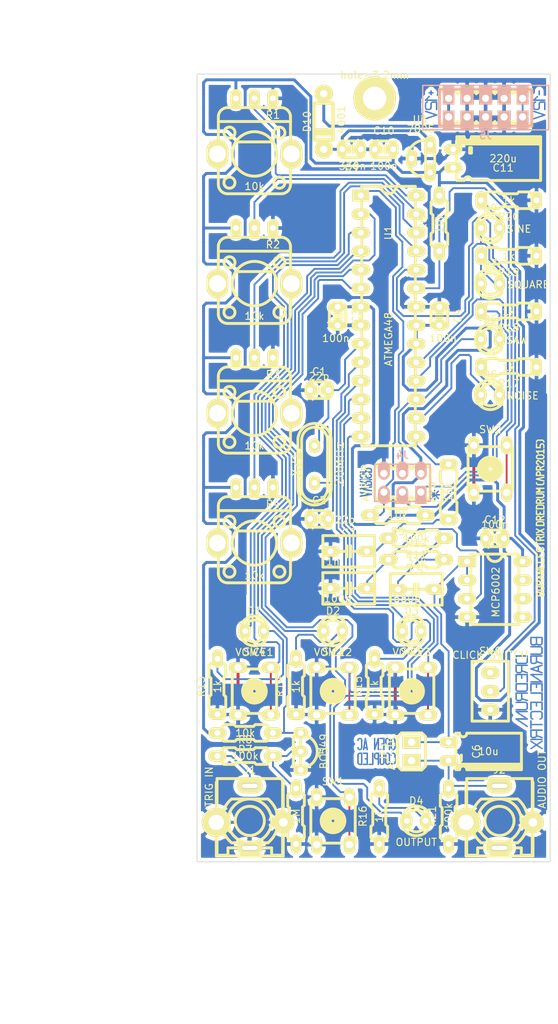
<source format=kicad_pcb>
(kicad_pcb (version 3) (host pcbnew "(2013-05-18 BZR 4017)-stable")
  (title_block (title DREDRUM) (rev apr2015) (company BURANELECTRIX) (comment 1 "this PCB design is released under cc-by-sa 3.0 license"))
  (layers (15 F.Cu signal) (0 B.Cu signal) (18 B.Paste user) (19 F.Paste user) (20 B.SilkS user) (21 F.SilkS user) (22 B.Mask user) (23 F.Mask user) (28 Edge.Cuts user))
  (net 0 "")
  (net 1 "/AUDIO PWM OUT")
  (net 2 "/AVRISP MISO")
  (net 3 "/AVRISP MOSI")
  (net 4 "/AVRISP RESET")
  (net 5 "/AVRISP SCK")
  (net 6 /LEDNOISE)
  (net 7 /LEDOUTPUT)
  (net 8 /LEDVOICE1)
  (net 9 /LEDVOICE2)
  (net 10 /LEDVOICE3)
  (net 11 /POT1)
  (net 12 /POT2)
  (net 13 /POT3)
  (net 14 /POT4)
  (net 15 /SWCLICK)
  (net 16 /TRIG)
  (net 17 "/TRIGGER INPUT")
  (net 18 /VOICE1)
  (net 19 /VOICE2)
  (net 20 /VOICE3)
  (net 21 /WAVE)
  (net 22 GND)
  (net 23 N-000001)
  (net 24 N-0000021)
  (net 25 N-0000022)
  (net 26 N-0000025)
  (net 27 N-0000026)
  (net 28 N-0000027)
  (net 29 N-0000028)
  (net 30 N-0000029)
  (net 31 N-000003)
  (net 32 N-0000034)
  (net 33 N-0000035)
  (net 34 N-0000036)
  (net 35 N-0000037)
  (net 36 N-0000038)
  (net 37 N-0000040)
  (net 38 N-0000042)
  (net 39 N-0000043)
  (net 40 N-0000044)
  (net 41 N-0000045)
  (net 42 N-000005)
  (net 43 VCC)
  (module DO41 (layer F.Cu) (at 53.34 48.26 270)
    (fp_text reference D10 (at 0 2.286 270) (layer F.SilkS))
    (fp_text value 4001 (at -0.254 -2.413 270) (layer F.SilkS))
    (pad 1 thru_hole circle (at -3.81 0 270) (size 2.5 2.5) (drill 1) (layers *.Cu *.Mask F.SilkS) (net 24 N-0000021))
    (pad 2 thru_hole circle (at 3.81 0 270) (size 2.5 2.5) (drill 1) (layers *.Cu *.Mask F.SilkS) (net 42 N-000005))
  )
  (module crystal_hc-49u (layer F.Cu) (at 52.07 95.25 270)
    (fp_text reference X?1 (at 0 2.54 270) (layer F.SilkS) (effects (font (size 1.143 1.27) (thickness 0.1524))))
    (fp_text value 20MHz (at 0 -3.429 270) (layer F.SilkS) (effects (font (size 1.143 1.27) (thickness 0.1524))))
    (pad 1 thru_hole oval (at -2.54 0 270) (size 2 1.5) (drill 0.8) (layers *.Cu *.Mask F.SilkS) (net 26 N-0000025))
    (pad 2 thru_hole oval (at 2.54 0 270) (size 2 1.5) (drill 0.8) (layers *.Cu *.Mask F.SilkS) (net 27 N-0000026))
  )
  (module C-5mm-film-WIMA-7x4 (layer F.Cu) (at 66.04 112.395)
    (fp_text reference C5 (at 0 -2.54) (layer F.SilkS))
    (fp_text value 680p (at -1.27 1.27) (layer F.SilkS))
    (pad 1 thru_hole oval (at -2.5 0) (size 2.5 1.5) (drill 0.8) (layers *.Cu *.Mask F.SilkS) (net 39 N-0000043))
    (pad 2 thru_hole oval (at 2.5 0) (size 2.5 1.5) (drill 0.8) (layers *.Cu *.Mask F.SilkS) (net 37 N-0000040))
  )
  (module C-5mm-film-WIMA-7x4 (layer F.Cu) (at 56.769 112.268)
    (fp_text reference C8 (at 0 -2.54) (layer F.SilkS))
    (fp_text value 100p (at -1.524 1.397) (layer F.SilkS))
    (pad 1 thru_hole oval (at -2.5 0) (size 2.5 1.5) (drill 0.8) (layers *.Cu *.Mask F.SilkS) (net 22 GND))
    (pad 2 thru_hole oval (at 2.5 0) (size 2.5 1.5) (drill 0.8) (layers *.Cu *.Mask F.SilkS) (net 40 N-0000044))
  )
  (module C-5mm-film-WIMA-7x4 (layer F.Cu) (at 56.769 107.188)
    (fp_text reference C7 (at 0 -2.54) (layer F.SilkS))
    (fp_text value 1n (at -2.159 1.397) (layer F.SilkS))
    (pad 1 thru_hole oval (at -2.5 0) (size 2.5 1.5) (drill 0.8) (layers *.Cu *.Mask F.SilkS) (net 22 GND))
    (pad 2 thru_hole oval (at 2.5 0) (size 2.5 1.5) (drill 0.8) (layers *.Cu *.Mask F.SilkS) (net 41 N-0000045))
  )
  (module DIP-28-300-centrepads (layer F.Cu) (at 62.23 74.93 270)
    (fp_text reference U1 (at -11.43 0 270) (layer F.SilkS))
    (fp_text value ATMEGA48 (at 3.175 0 270) (layer F.SilkS))
    (pad 2 thru_hole oval (at -13.97 3.81 270) (size 1.5 2.5) (drill 0.8) (layers *.Cu *.Mask F.SilkS) (net 17 "/TRIGGER INPUT"))
    (pad 3 thru_hole oval (at -11.43 3.81 270) (size 1.5 2.5) (drill 0.8) (layers *.Cu *.Mask F.SilkS) (net 8 /LEDVOICE1))
    (pad 4 thru_hole oval (at -8.89 3.81 270) (size 1.5 2.5) (drill 0.8) (layers *.Cu *.Mask F.SilkS) (net 18 /VOICE1))
    (pad 5 thru_hole oval (at -6.35 3.81 270) (size 1.5 2.5) (drill 0.8) (layers *.Cu *.Mask F.SilkS) (net 9 /LEDVOICE2))
    (pad 6 thru_hole oval (at -3.81 3.81 270) (size 1.5 2.5) (drill 0.8) (layers *.Cu *.Mask F.SilkS) (net 16 /TRIG))
    (pad 7 thru_hole oval (at -1.27 3.81 270) (size 1.5 2.5) (drill 0.8) (layers *.Cu *.Mask F.SilkS) (net 43 VCC))
    (pad 8 thru_hole oval (at 1.27 3.81 270) (size 1.5 2.5) (drill 0.8) (layers *.Cu *.Mask F.SilkS) (net 22 GND))
    (pad 9 thru_hole oval (at 3.81 3.81 270) (size 1.5 2.5) (drill 0.8) (layers *.Cu *.Mask F.SilkS) (net 26 N-0000025))
    (pad 10 thru_hole oval (at 6.35 3.81 270) (size 1.5 2.5) (drill 0.8) (layers *.Cu *.Mask F.SilkS) (net 27 N-0000026))
    (pad 11 thru_hole oval (at 8.89 3.81 270) (size 1.5 2.5) (drill 0.8) (layers *.Cu *.Mask F.SilkS) (net 19 /VOICE2))
    (pad 12 thru_hole oval (at 11.43 3.81 270) (size 1.5 2.5) (drill 0.8) (layers *.Cu *.Mask F.SilkS) (net 10 /LEDVOICE3))
    (pad 13 thru_hole oval (at 13.97 3.81 270) (size 1.5 2.5) (drill 0.8) (layers *.Cu *.Mask F.SilkS) (net 7 /LEDOUTPUT))
    (pad 14 thru_hole oval (at 16.51 3.81 270) (size 1.5 2.5) (drill 0.8) (layers *.Cu *.Mask F.SilkS) (net 20 /VOICE3))
    (pad 1 thru_hole rect (at -16.51 3.81 270) (size 1.5748 2.286) (drill 0.8) (layers *.Cu *.Mask F.SilkS) (net 4 "/AVRISP RESET"))
    (pad 15 thru_hole oval (at 16.51 -3.81 270) (size 1.5 2.5) (drill 0.8) (layers *.Cu *.Mask F.SilkS) (net 1 "/AUDIO PWM OUT"))
    (pad 16 thru_hole oval (at 13.97 -3.81 270) (size 1.5 2.5) (drill 0.8) (layers *.Cu *.Mask F.SilkS) (net 6 /LEDNOISE))
    (pad 17 thru_hole oval (at 11.43 -3.81 270) (size 1.5 2.5) (drill 0.8) (layers *.Cu *.Mask F.SilkS) (net 3 "/AVRISP MOSI"))
    (pad 18 thru_hole oval (at 8.89 -3.81 270) (size 1.5 2.5) (drill 0.8) (layers *.Cu *.Mask F.SilkS) (net 2 "/AVRISP MISO"))
    (pad 19 thru_hole oval (at 6.35 -3.81 270) (size 1.5 2.5) (drill 0.8) (layers *.Cu *.Mask F.SilkS) (net 5 "/AVRISP SCK"))
    (pad 20 thru_hole oval (at 3.81 -3.81 270) (size 1.5 2.5) (drill 0.8) (layers *.Cu *.Mask F.SilkS) (net 43 VCC))
    (pad 21 thru_hole oval (at 1.27 -3.81 270) (size 1.5 2.5) (drill 0.8) (layers *.Cu *.Mask F.SilkS) (net 43 VCC))
    (pad 22 thru_hole oval (at -1.27 -3.81 270) (size 1.5 2.5) (drill 0.8) (layers *.Cu *.Mask F.SilkS) (net 22 GND))
    (pad 23 thru_hole oval (at -3.81 -3.81 270) (size 1.5 2.5) (drill 0.8) (layers *.Cu *.Mask F.SilkS) (net 15 /SWCLICK))
    (pad 24 thru_hole oval (at -6.35 -3.81 270) (size 1.5 2.5) (drill 0.8) (layers *.Cu *.Mask F.SilkS) (net 21 /WAVE))
    (pad 25 thru_hole oval (at -8.89 -3.81 270) (size 1.5 2.5) (drill 0.8) (layers *.Cu *.Mask F.SilkS) (net 14 /POT4))
    (pad 26 thru_hole oval (at -11.43 -3.81 270) (size 1.5 2.5) (drill 0.8) (layers *.Cu *.Mask F.SilkS) (net 13 /POT3))
    (pad 27 thru_hole oval (at -13.97 -3.81 270) (size 1.5 2.5) (drill 0.8) (layers *.Cu *.Mask F.SilkS) (net 12 /POT2))
    (pad 28 thru_hole oval (at -16.51 -3.81 270) (size 1.5 2.5) (drill 0.8) (layers *.Cu *.Mask F.SilkS) (net 11 /POT1))
  )
  (module DIP-8-300-centrepads-x (layer F.Cu) (at 76.835 112.395 270)
    (fp_text reference U2 (at -6.35 0 360) (layer F.SilkS))
    (fp_text value MCP6002 (at 0.381 -0.127 270) (layer F.SilkS))
    (pad 1 thru_hole rect (at -3.81 3.81 270) (size 1.5 2.5) (drill 0.8) (layers *.Cu *.Mask F.SilkS) (net 37 N-0000040))
    (pad 2 thru_hole oval (at -1.27 3.81 270) (size 1.5 2.5) (drill 0.8) (layers *.Cu *.Mask F.SilkS) (net 37 N-0000040))
    (pad 3 thru_hole oval (at 1.27 3.81 270) (size 1.5 2.5) (drill 0.8) (layers *.Cu *.Mask F.SilkS) (net 40 N-0000044))
    (pad 4 thru_hole oval (at 3.81 3.81 270) (size 1.5 2.5) (drill 0.8) (layers *.Cu *.Mask F.SilkS) (net 22 GND))
    (pad 5 thru_hole oval (at 3.81 -3.81 270) (size 1.5 2.5) (drill 0.8) (layers *.Cu *.Mask F.SilkS))
    (pad 6 thru_hole oval (at 1.27 -3.81 270) (size 1.5 2.5) (drill 0.8) (layers *.Cu *.Mask F.SilkS))
    (pad 7 thru_hole oval (at -1.27 -3.81 270) (size 1.5 2.5) (drill 0.8) (layers *.Cu *.Mask F.SilkS))
    (pad 8 thru_hole oval (at -3.81 -3.81 270) (size 1.5 2.5) (drill 0.8) (layers *.Cu *.Mask F.SilkS) (net 43 VCC))
  )
  (module TO92-x (layer F.Cu) (at 50.165 134.62 270)
    (fp_text reference T1 (at 0 -3.048 270) (layer F.SilkS))
    (fp_text value BC549 (at 0 -3.175 270) (layer F.SilkS))
    (pad 1 thru_hole oval (at -2.54 0 270) (size 1.5 2) (drill 0.8) (layers *.Cu *.Mask F.SilkS) (net 17 "/TRIGGER INPUT"))
    (pad 2 thru_hole oval (at 0 0 270) (size 1.5 2) (drill 0.8) (layers *.Cu *.Mask F.SilkS) (net 38 N-0000042))
    (pad 3 thru_hole oval (at 2.54 0 270) (size 1.5 2) (drill 0.8) (layers *.Cu *.Mask F.SilkS) (net 22 GND))
  )
  (module ninigi-switch-TSSM1022A2 (layer F.Cu) (at 76.2 126.365)
    (fp_text reference SW6 (at 0 -5.5) (layer F.SilkS))
    (fp_text value "CLICK SWITCH" (at 0 -4.953) (layer F.SilkS))
    (pad 1 thru_hole oval (at 0 -2.54) (size 2.5 1.7) (drill 0.8) (layers *.Cu *.Mask F.SilkS))
    (pad 2 thru_hole oval (at 0 0) (size 2.5 1.7) (drill 0.8) (layers *.Cu *.Mask F.SilkS) (net 15 /SWCLICK))
    (pad 3 thru_hole oval (at 0 2.54) (size 2.5 1.7) (drill 0.8) (layers *.Cu *.Mask F.SilkS) (net 22 GND))
  )
  (module 7805-TO92 (layer F.Cu) (at 67.31 53.34 90)
    (fp_text reference U3 (at 5.334 -0.762 180) (layer F.SilkS))
    (fp_text value 7805 (at 4.064 -0.635 180) (layer F.SilkS))
    (pad 1 thru_hole oval (at 1.905 0.635 90) (size 2.5 1.5) (drill 0.8) (layers *.Cu *.Mask F.SilkS) (net 42 N-000005))
    (pad 2 thru_hole oval (at 0 -1.905 90) (size 2.5 1.5) (drill 0.8) (layers *.Cu *.Mask F.SilkS) (net 22 GND))
    (pad 3 thru_hole oval (at -1.905 0.635 90) (size 2.5 1.5) (drill 0.8) (layers *.Cu *.Mask F.SilkS) (net 43 VCC))
  )
  (module EURO10pin (layer B.Cu) (at 75.565 46.355)
    (fp_text reference J5 (at 0 3.81) (layer B.SilkS) (effects (font (size 1.016 1.016) (thickness 0.2032)) (justify mirror)))
    (fp_text value EURO10pin hide)
    (pad 9 thru_hole rect (at 5.08 -1.27) (size 1.6 2.5) (drill 1 (offset 0 -0.4)) (layers *.Cu *.Mask B.SilkS) (net 25 N-0000022))
    (pad 10 thru_hole rect (at 5.08 1.27) (size 1.6 2.5) (drill 1 (offset 0 0.4)) (layers *.Cu *.Mask B.SilkS) (net 25 N-0000022))
    (pad 8 thru_hole rect (at 2.54 1.27) (size 1.8 2.5) (drill 1 (offset 0 0.4)) (layers *.Cu *.Mask B.SilkS) (net 22 GND))
    (pad 7 thru_hole rect (at 2.54 -1.27) (size 1.8 2.5) (drill 1 (offset 0 -0.4)) (layers *.Cu *.Mask B.SilkS) (net 22 GND))
    (pad 1 thru_hole rect (at -5.08 -1.27) (size 1.6 2.5) (drill 1 (offset 0 -0.4)) (layers *.Cu *.Mask B.SilkS) (net 24 N-0000021))
    (pad 2 thru_hole rect (at -5.08 1.27) (size 1.6 2.5) (drill 1 (offset 0 0.4)) (layers *.Cu *.Mask B.SilkS) (net 24 N-0000021))
    (pad 3 thru_hole rect (at -2.54 -1.27) (size 1.8 2.5) (drill 1 (offset 0 -0.4)) (layers *.Cu *.Mask B.SilkS) (net 22 GND))
    (pad 4 thru_hole rect (at -2.54 1.27) (size 1.8 2.5) (drill 1 (offset 0 0.4)) (layers *.Cu *.Mask B.SilkS) (net 22 GND))
    (pad 5 thru_hole rect (at 0 -1.27) (size 1.8 2.5) (drill 1 (offset 0 -0.4)) (layers *.Cu *.Mask B.SilkS) (net 22 GND))
    (pad 6 thru_hole rect (at 0 1.27) (size 1.8 2.5) (drill 1 (offset 0 0.4)) (layers *.Cu *.Mask B.SilkS) (net 22 GND))
  )
  (module ISP6 (layer B.Cu) (at 64.135 97.79 180)
    (fp_text reference J4 (at 0 3.81 180) (layer B.SilkS) (effects (font (size 1.016 1.016) (thickness 0.2032)) (justify mirror)))
    (fp_text value AVRISP6 hide)
    (pad 1 thru_hole rect (at -2.54 -1.27 180) (size 1.524 2.5) (drill 1 (offset 0 -0.4)) (layers *.Cu *.Mask B.SilkS) (net 2 "/AVRISP MISO"))
    (pad 2 thru_hole oval (at -2.54 1.27 180) (size 1.6 2.5) (drill 1 (offset 0 0.4)) (layers *.Cu *.Mask B.SilkS) (net 43 VCC))
    (pad 3 thru_hole oval (at 0 -1.27 180) (size 1.6 2.5) (drill 1 (offset 0 -0.4)) (layers *.Cu *.Mask B.SilkS) (net 5 "/AVRISP SCK"))
    (pad 4 thru_hole oval (at 0 1.27 180) (size 1.6 2.5) (drill 1 (offset 0 0.4)) (layers *.Cu *.Mask B.SilkS) (net 3 "/AVRISP MOSI"))
    (pad 5 thru_hole oval (at 2.54 -1.27 180) (size 1.6 2.5) (drill 1 (offset 0 -0.4)) (layers *.Cu *.Mask B.SilkS) (net 4 "/AVRISP RESET"))
    (pad 6 thru_hole oval (at 2.54 1.27 180) (size 1.6 2.5) (drill 1 (offset 0 0.4)) (layers *.Cu *.Mask B.SilkS) (net 22 GND))
  )
  (module CapEl2.5mm-hor5x10 (layer F.Cu) (at 70.485 134.62 270)
    (fp_text reference C6 (at 0 -3.81 270) (layer F.SilkS))
    (fp_text value 10u (at 0 -5.461 360) (layer F.SilkS))
    (pad 1 thru_hole oval (at -1.27 0 270) (size 1.50114 2.5) (drill 0.8) (layers *.Cu *.Mask F.SilkS) (net 37 N-0000040))
    (pad 2 thru_hole oval (at 1.27 0 270) (size 1.50114 2.5) (drill 0.8) (layers *.Cu *.Mask F.SilkS) (net 36 N-0000038))
  )
  (module CapEl2.5mm-hor6x12-MIRR (layer F.Cu) (at 71.12 53.34 270)
    (fp_text reference C11 (at 1.27 -6.858 360) (layer F.SilkS))
    (fp_text value 220u (at 0 -6.858 360) (layer F.SilkS))
    (pad 1 thru_hole oval (at 1.27 0 90) (size 1.50114 2.5) (drill 0.8) (layers *.Cu *.Mask F.SilkS) (net 43 VCC))
    (pad 2 thru_hole oval (at -1.27 0 90) (size 1.50114 2.5) (drill 0.8) (layers *.Cu *.Mask F.SilkS) (net 22 GND))
  )
  (module JUMPER (layer F.Cu) (at 65.405 134.62 270)
    (fp_text reference JP1 (at 0 3.81 270) (layer F.SilkS))
    (fp_text value AC-DC (at 0 2.794 270) (layer F.SilkS))
    (pad 1 thru_hole rect (at -1.27 0 270) (size 1.8 2.5) (drill 1) (layers *.Cu *.Mask F.SilkS) (net 37 N-0000040))
    (pad 2 thru_hole rect (at 1.27 0 270) (size 1.8 2.5) (drill 1) (layers *.Cu *.Mask F.SilkS) (net 36 N-0000038))
  )
  (module R-hor75m-centrepads (layer F.Cu) (at 78.74 59.055)
    (fp_text reference R20 (at 0 2.25) (layer F.SilkS))
    (fp_text value 1k (at 0 0) (layer F.SilkS))
    (pad 1 thru_hole oval (at -3.81 0) (size 1.5 2.5) (drill 0.8) (layers *.Cu *.Mask B.Adhes F.SilkS) (net 28 N-0000027))
    (pad 2 thru_hole oval (at 3.81 0) (size 1.5 2.5) (drill 0.8) (layers *.Cu *.Mask B.Adhes F.SilkS) (net 22 GND))
  )
  (module R-hor75m-centrepads (layer F.Cu) (at 70.485 99.06 270)
    (fp_text reference R10 (at 0 2.25 270) (layer F.SilkS))
    (fp_text value 16k (at 0 0 270) (layer F.SilkS))
    (pad 1 thru_hole oval (at -3.81 0 270) (size 1.5 2.5) (drill 0.8) (layers *.Cu *.Mask B.Adhes F.SilkS) (net 1 "/AUDIO PWM OUT"))
    (pad 2 thru_hole oval (at 3.81 0 270) (size 1.5 2.5) (drill 0.8) (layers *.Cu *.Mask B.Adhes F.SilkS) (net 41 N-0000045))
  )
  (module R-hor75m-centrepads (layer F.Cu) (at 66.04 108.331 180)
    (fp_text reference R12 (at 0 2.25 180) (layer F.SilkS))
    (fp_text value 33k (at 0 -0.254 180) (layer F.SilkS))
    (pad 1 thru_hole oval (at -3.81 0 180) (size 2.5 1.5) (drill 0.8) (layers *.Cu *.Mask B.Adhes F.SilkS) (net 39 N-0000043))
    (pad 2 thru_hole oval (at 3.81 0 180) (size 2.5 1.5) (drill 0.8) (layers *.Cu *.Mask B.Adhes F.SilkS) (net 40 N-0000044))
  )
  (module R-hor75m-centrepads (layer F.Cu) (at 63.5 102.235)
    (fp_text reference R5 (at 0 2.25) (layer F.SilkS))
    (fp_text value 10k (at 0 0) (layer F.SilkS))
    (pad 1 thru_hole oval (at -3.81 0) (size 2.5 1.5) (drill 0.8) (layers *.Cu *.Mask B.Adhes F.SilkS) (net 4 "/AVRISP RESET"))
    (pad 2 thru_hole oval (at 3.81 0) (size 2.5 1.5) (drill 0.8) (layers *.Cu *.Mask B.Adhes F.SilkS) (net 43 VCC))
  )
  (module R-hor75m-centrepads (layer F.Cu) (at 70.485 143.51 270)
    (fp_text reference R21 (at 0 2.25 270) (layer F.SilkS))
    (fp_text value 100k (at 0 0 270) (layer F.SilkS))
    (pad 1 thru_hole oval (at -3.81 0 270) (size 2.5 1.5) (drill 0.8) (layers *.Cu *.Mask B.Adhes F.SilkS) (net 36 N-0000038))
    (pad 2 thru_hole oval (at 3.81 0 270) (size 2.5 1.5) (drill 0.8) (layers *.Cu *.Mask B.Adhes F.SilkS) (net 22 GND))
  )
  (module R-hor75m-centrepads (layer F.Cu) (at 49.53 143.51 270)
    (fp_text reference R9 (at 0 2.25 270) (layer F.SilkS))
    (fp_text value 1M (at 0 0 270) (layer F.SilkS))
    (pad 1 thru_hole oval (at -3.81 0 270) (size 2.5 1.5) (drill 0.8) (layers *.Cu *.Mask B.Adhes F.SilkS) (net 38 N-0000042))
    (pad 2 thru_hole oval (at 3.81 0 270) (size 2.5 1.5) (drill 0.8) (layers *.Cu *.Mask B.Adhes F.SilkS) (net 22 GND))
  )
  (module R-hor75m-centrepads (layer F.Cu) (at 42.545 135.255 180)
    (fp_text reference R8 (at 0 2.25 180) (layer F.SilkS))
    (fp_text value 100k (at 0 0 180) (layer F.SilkS))
    (pad 1 thru_hole oval (at -3.81 0 180) (size 2.5 1.5) (drill 0.8) (layers *.Cu *.Mask B.Adhes F.SilkS) (net 38 N-0000042))
    (pad 2 thru_hole oval (at 3.81 0 180) (size 2.5 1.5) (drill 0.8) (layers *.Cu *.Mask B.Adhes F.SilkS) (net 31 N-000003))
  )
  (module R-hor75m-centrepads (layer F.Cu) (at 42.545 132.08)
    (fp_text reference R7 (at 0 2.25) (layer F.SilkS))
    (fp_text value 10k (at 0 0) (layer F.SilkS))
    (pad 1 thru_hole oval (at -3.81 0) (size 2.5 1.5) (drill 0.8) (layers *.Cu *.Mask B.Adhes F.SilkS) (net 43 VCC))
    (pad 2 thru_hole oval (at 3.81 0) (size 2.5 1.5) (drill 0.8) (layers *.Cu *.Mask B.Adhes F.SilkS) (net 17 "/TRIGGER INPUT"))
  )
  (module R-hor75m-centrepads (layer F.Cu) (at 66.04 105.41)
    (fp_text reference R11 (at 0 2.25) (layer F.SilkS))
    (fp_text value 100k (at 0 0) (layer F.SilkS))
    (pad 1 thru_hole oval (at -3.81 0) (size 2.5 1.5) (drill 0.8) (layers *.Cu *.Mask B.Adhes F.SilkS) (net 41 N-0000045))
    (pad 2 thru_hole oval (at 3.81 0) (size 2.5 1.5) (drill 0.8) (layers *.Cu *.Mask B.Adhes F.SilkS) (net 39 N-0000043))
  )
  (module R-hor75m-centrepads (layer F.Cu) (at 78.74 66.675)
    (fp_text reference R19 (at 0 2.25) (layer F.SilkS))
    (fp_text value 1k (at 0 0) (layer F.SilkS))
    (pad 1 thru_hole oval (at -3.81 0) (size 1.5 2.5) (drill 0.8) (layers *.Cu *.Mask B.Adhes F.SilkS) (net 29 N-0000028))
    (pad 2 thru_hole oval (at 3.81 0) (size 1.5 2.5) (drill 0.8) (layers *.Cu *.Mask B.Adhes F.SilkS) (net 22 GND))
  )
  (module R-hor75m-centrepads (layer F.Cu) (at 78.74 74.295)
    (fp_text reference R18 (at 0 2.25) (layer F.SilkS))
    (fp_text value 1k (at 0 0) (layer F.SilkS))
    (pad 1 thru_hole oval (at -3.81 0) (size 1.5 2.5) (drill 0.8) (layers *.Cu *.Mask B.Adhes F.SilkS) (net 30 N-0000029))
    (pad 2 thru_hole oval (at 3.81 0) (size 1.5 2.5) (drill 0.8) (layers *.Cu *.Mask B.Adhes F.SilkS) (net 22 GND))
  )
  (module R-hor75m-centrepads (layer F.Cu) (at 78.74 81.915)
    (fp_text reference R17 (at 0 2.25) (layer F.SilkS))
    (fp_text value 1k (at 0 0) (layer F.SilkS))
    (pad 1 thru_hole oval (at -3.81 0) (size 1.5 2.5) (drill 0.8) (layers *.Cu *.Mask B.Adhes F.SilkS) (net 32 N-0000034))
    (pad 2 thru_hole oval (at 3.81 0) (size 1.5 2.5) (drill 0.8) (layers *.Cu *.Mask B.Adhes F.SilkS) (net 22 GND))
  )
  (module R-hor75m-centrepads (layer F.Cu) (at 60.96 143.51 270)
    (fp_text reference R16 (at 0 2.25 270) (layer F.SilkS))
    (fp_text value 1k (at 0 0 270) (layer F.SilkS))
    (pad 1 thru_hole oval (at -3.81 0 270) (size 2.5 1.5) (drill 0.8) (layers *.Cu *.Mask B.Adhes F.SilkS) (net 23 N-000001))
    (pad 2 thru_hole oval (at 3.81 0 270) (size 2.5 1.5) (drill 0.8) (layers *.Cu *.Mask B.Adhes F.SilkS) (net 22 GND))
  )
  (module R-hor75m-centrepads (layer F.Cu) (at 38.735 125.73 270)
    (fp_text reference R13 (at 0 2.25 270) (layer F.SilkS))
    (fp_text value 1k (at 0 0 270) (layer F.SilkS))
    (pad 1 thru_hole oval (at -3.81 0 270) (size 2.5 1.5) (drill 0.8) (layers *.Cu *.Mask B.Adhes F.SilkS) (net 35 N-0000037))
    (pad 2 thru_hole oval (at 3.81 0 270) (size 1.5 2.5) (drill 0.8) (layers *.Cu *.Mask B.Adhes F.SilkS) (net 22 GND))
  )
  (module R-hor75m-centrepads (layer F.Cu) (at 49.53 125.73 270)
    (fp_text reference R14 (at 0 2.25 270) (layer F.SilkS))
    (fp_text value 1k (at 0 0 270) (layer F.SilkS))
    (pad 1 thru_hole oval (at -3.81 0 270) (size 2.5 1.5) (drill 0.8) (layers *.Cu *.Mask B.Adhes F.SilkS) (net 34 N-0000036))
    (pad 2 thru_hole oval (at 3.81 0 270) (size 1.5 2.5) (drill 0.8) (layers *.Cu *.Mask B.Adhes F.SilkS) (net 22 GND))
  )
  (module R-hor75m-centrepads (layer F.Cu) (at 60.325 125.73 270)
    (fp_text reference R15 (at 0 2.25 270) (layer F.SilkS))
    (fp_text value 1k (at 0 0 270) (layer F.SilkS))
    (pad 1 thru_hole oval (at -3.81 0 270) (size 2.5 1.5) (drill 0.8) (layers *.Cu *.Mask B.Adhes F.SilkS) (net 33 N-0000035))
    (pad 2 thru_hole oval (at 3.81 0 270) (size 1.5 2.5) (drill 0.8) (layers *.Cu *.Mask B.Adhes F.SilkS) (net 22 GND))
  )
  (module R-hor75m-centrepads (layer F.Cu) (at 69.215 62.23 270)
    (fp_text reference R6 (at 0 2.25 270) (layer F.SilkS))
    (fp_text value 10k (at 0 0 270) (layer F.SilkS))
    (pad 1 thru_hole oval (at -3.81 0 270) (size 2.5 1.5) (drill 0.8) (layers *.Cu *.Mask B.Adhes F.SilkS) (net 43 VCC))
    (pad 2 thru_hole oval (at 3.81 0 270) (size 2.5 1.5) (drill 0.8) (layers *.Cu *.Mask B.Adhes F.SilkS) (net 15 /SWCLICK))
  )
  (module hole-circ-3.2mm (layer F.Cu) (at 60.325 45.085)
    (fp_text reference hole-3.2mm (at 0 -3.175) (layer F.SilkS))
    (fp_text value VAL** hide)
    (pad 1 thru_hole oval (at 0 0) (size 5.8 6) (drill 3.2) (layers *.Cu *.Mask B.Adhes F.SilkS))
  )
  (module push-PCB6mm-centrepads (layer F.Cu) (at 43.815 126.365)
    (fp_text reference SW4 (at 0 -5.4) (layer F.SilkS))
    (fp_text value VOICE1 hide)
    (pad 1 thru_hole oval (at -2.25044 -3.2512) (size 2.5 1.5) (drill 1) (layers *.Cu *.Mask F.SilkS) (net 22 GND))
    (pad 2 thru_hole oval (at 2.25044 3.2512) (size 2.5 1.5) (drill 1) (layers *.Cu *.Mask F.SilkS) (net 18 /VOICE1))
    (pad 2 thru_hole oval (at 2.25044 -3.2512) (size 2.5 1.5) (drill 1) (layers *.Cu *.Mask F.SilkS) (net 18 /VOICE1))
    (pad 1 thru_hole oval (at -2.25044 3.2512) (size 2.5 1.5) (drill 1) (layers *.Cu *.Mask F.SilkS) (net 22 GND))
  )
  (module push-PCB6mm-centrepads (layer F.Cu) (at 54.61 126.365)
    (fp_text reference SW3 (at 0 -5.4) (layer F.SilkS))
    (fp_text value VOICE2 hide)
    (pad 1 thru_hole oval (at -2.25044 -3.2512) (size 2.5 1.5) (drill 1) (layers *.Cu *.Mask F.SilkS) (net 22 GND))
    (pad 2 thru_hole oval (at 2.25044 3.2512) (size 2.5 1.5) (drill 1) (layers *.Cu *.Mask F.SilkS) (net 19 /VOICE2))
    (pad 2 thru_hole oval (at 2.25044 -3.2512) (size 2.5 1.5) (drill 1) (layers *.Cu *.Mask F.SilkS) (net 19 /VOICE2))
    (pad 1 thru_hole oval (at -2.25044 3.2512) (size 2.5 1.5) (drill 1) (layers *.Cu *.Mask F.SilkS) (net 22 GND))
  )
  (module push-PCB6mm-centrepads (layer F.Cu) (at 76.2 95.885)
    (fp_text reference SW2 (at 0 -5.4) (layer F.SilkS))
    (fp_text value WAVE hide)
    (pad 1 thru_hole oval (at -2.25044 -3.2512) (size 1.5 2.5) (drill 1) (layers *.Cu *.Mask F.SilkS) (net 22 GND))
    (pad 2 thru_hole oval (at 2.25044 3.2512) (size 1.5 2.5) (drill 1) (layers *.Cu *.Mask F.SilkS) (net 21 /WAVE))
    (pad 2 thru_hole oval (at 2.25044 -3.2512) (size 1.5 2.5) (drill 1) (layers *.Cu *.Mask F.SilkS) (net 21 /WAVE))
    (pad 1 thru_hole oval (at -2.25044 3.2512) (size 1.5 2.5) (drill 1) (layers *.Cu *.Mask F.SilkS) (net 22 GND))
  )
  (module push-PCB6mm-centrepads (layer F.Cu) (at 54.61 144.145)
    (fp_text reference SW1 (at 0 -5.4) (layer F.SilkS))
    (fp_text value TRIG hide)
    (pad 1 thru_hole oval (at -2.25044 -3.2512) (size 1.5 2.5) (drill 1) (layers *.Cu *.Mask F.SilkS) (net 22 GND))
    (pad 2 thru_hole oval (at 2.25044 3.2512) (size 1.5 2.5) (drill 1) (layers *.Cu *.Mask F.SilkS) (net 16 /TRIG))
    (pad 2 thru_hole oval (at 2.25044 -3.2512) (size 1.5 2.5) (drill 1) (layers *.Cu *.Mask F.SilkS) (net 16 /TRIG))
    (pad 1 thru_hole oval (at -2.25044 3.2512) (size 1.5 2.5) (drill 1) (layers *.Cu *.Mask F.SilkS) (net 22 GND))
  )
  (module push-PCB6mm-centrepads (layer F.Cu) (at 65.405 126.365)
    (fp_text reference SW5 (at 0 -5.4) (layer F.SilkS))
    (fp_text value VOICE3 hide)
    (pad 1 thru_hole oval (at -2.25044 -3.2512) (size 2.5 1.5) (drill 1) (layers *.Cu *.Mask F.SilkS) (net 22 GND))
    (pad 2 thru_hole oval (at 2.25044 3.2512) (size 2.5 1.5) (drill 1) (layers *.Cu *.Mask F.SilkS) (net 20 /VOICE3))
    (pad 2 thru_hole oval (at 2.25044 -3.2512) (size 2.5 1.5) (drill 1) (layers *.Cu *.Mask F.SilkS) (net 20 /VOICE3))
    (pad 1 thru_hole oval (at -2.25044 3.2512) (size 2.5 1.5) (drill 1) (layers *.Cu *.Mask F.SilkS) (net 22 GND))
  )
  (module pot-ALPS-16mm-knob-centrepads (layer F.Cu) (at 43.815 52.705 180)
    (fp_text reference R1 (at -2.54 5.334 180) (layer F.SilkS))
    (fp_text value 10k (at 0 -4.445 180) (layer F.SilkS))
    (pad 1 thru_hole oval (at -2.54 7.62 180) (size 1.5 2.5) (drill 0.8) (layers *.Cu *.Mask F.SilkS) (net 22 GND))
    (pad 2 thru_hole oval (at 0 7.62 180) (size 1.5 2.5) (drill 0.8) (layers *.Cu *.Mask F.SilkS) (net 11 /POT1))
    (pad 3 thru_hole oval (at 2.54 7.62 180) (size 1.5 2.5) (drill 0.8) (layers *.Cu *.Mask F.SilkS) (net 43 VCC))
    (pad "" thru_hole oval (at -5.08 0 180) (size 3 4) (drill 2.3) (layers *.Cu *.Mask F.SilkS))
    (pad "" thru_hole oval (at 5.08 0 180) (size 3 4) (drill 2.3) (layers *.Cu *.Mask F.SilkS))
  )
  (module pot-ALPS-16mm-knob-centrepads (layer F.Cu) (at 43.815 106.045 180)
    (fp_text reference R4 (at -2.54 5.334 180) (layer F.SilkS))
    (fp_text value 10k (at 0 -4.445 180) (layer F.SilkS))
    (pad 1 thru_hole oval (at -2.54 7.62 180) (size 1.5 2.5) (drill 0.8) (layers *.Cu *.Mask F.SilkS) (net 22 GND))
    (pad 2 thru_hole oval (at 0 7.62 180) (size 1.5 2.5) (drill 0.8) (layers *.Cu *.Mask F.SilkS) (net 14 /POT4))
    (pad 3 thru_hole oval (at 2.54 7.62 180) (size 1.5 2.5) (drill 0.8) (layers *.Cu *.Mask F.SilkS) (net 43 VCC))
    (pad "" thru_hole oval (at -5.08 0 180) (size 3 4) (drill 2.3) (layers *.Cu *.Mask F.SilkS))
    (pad "" thru_hole oval (at 5.08 0 180) (size 3 4) (drill 2.3) (layers *.Cu *.Mask F.SilkS))
  )
  (module pot-ALPS-16mm-knob-centrepads (layer F.Cu) (at 43.815 88.265 180)
    (fp_text reference R3 (at -2.54 5.334 180) (layer F.SilkS))
    (fp_text value 10k (at 0 -4.445 180) (layer F.SilkS))
    (pad 1 thru_hole oval (at -2.54 7.62 180) (size 1.5 2.5) (drill 0.8) (layers *.Cu *.Mask F.SilkS) (net 22 GND))
    (pad 2 thru_hole oval (at 0 7.62 180) (size 1.5 2.5) (drill 0.8) (layers *.Cu *.Mask F.SilkS) (net 13 /POT3))
    (pad 3 thru_hole oval (at 2.54 7.62 180) (size 1.5 2.5) (drill 0.8) (layers *.Cu *.Mask F.SilkS) (net 43 VCC))
    (pad "" thru_hole oval (at -5.08 0 180) (size 3 4) (drill 2.3) (layers *.Cu *.Mask F.SilkS))
    (pad "" thru_hole oval (at 5.08 0 180) (size 3 4) (drill 2.3) (layers *.Cu *.Mask F.SilkS))
  )
  (module pot-ALPS-16mm-knob-centrepads (layer F.Cu) (at 43.815 70.485 180)
    (fp_text reference R2 (at -2.54 5.334 180) (layer F.SilkS))
    (fp_text value 10k (at 0 -4.445 180) (layer F.SilkS))
    (pad 1 thru_hole oval (at -2.54 7.62 180) (size 1.5 2.5) (drill 0.8) (layers *.Cu *.Mask F.SilkS) (net 22 GND))
    (pad 2 thru_hole oval (at 0 7.62 180) (size 1.5 2.5) (drill 0.8) (layers *.Cu *.Mask F.SilkS) (net 12 /POT2))
    (pad 3 thru_hole oval (at 2.54 7.62 180) (size 1.5 2.5) (drill 0.8) (layers *.Cu *.Mask F.SilkS) (net 43 VCC))
    (pad "" thru_hole oval (at -5.08 0 180) (size 3 4) (drill 2.3) (layers *.Cu *.Mask F.SilkS))
    (pad "" thru_hole oval (at 5.08 0 180) (size 3 4) (drill 2.3) (layers *.Cu *.Mask F.SilkS))
  )
  (module Cap2.5mm-x (layer F.Cu) (at 52.705 85.09)
    (fp_text reference C1 (at 0 -2.54) (layer F.SilkS))
    (fp_text value 22p (at 0 -1.905) (layer F.SilkS))
    (pad 1 thru_hole oval (at -1.27 0) (size 1.5 2) (drill 0.8) (layers *.Cu *.Mask F.SilkS) (net 22 GND))
    (pad 2 thru_hole oval (at 1.27 0) (size 1.5 2) (drill 0.8) (layers *.Cu *.Mask F.SilkS) (net 26 N-0000025))
  )
  (module Cap2.5mm-x (layer F.Cu) (at 52.705 102.743)
    (fp_text reference C2 (at 0 -2.54) (layer F.SilkS))
    (fp_text value 22p (at 3.556 0.127) (layer F.SilkS))
    (pad 1 thru_hole oval (at -1.27 0) (size 1.5 2) (drill 0.8) (layers *.Cu *.Mask F.SilkS) (net 22 GND))
    (pad 2 thru_hole oval (at 1.27 0) (size 1.5 2) (drill 0.8) (layers *.Cu *.Mask F.SilkS) (net 27 N-0000026))
  )
  (module Cap2.5mm-x (layer F.Cu) (at 76.835 105.41)
    (fp_text reference C12 (at 0 -2.54) (layer F.SilkS))
    (fp_text value 100n (at 0 -1.905) (layer F.SilkS))
    (pad 1 thru_hole oval (at -1.27 0) (size 1.5 2) (drill 0.8) (layers *.Cu *.Mask F.SilkS) (net 22 GND))
    (pad 2 thru_hole oval (at 1.27 0) (size 1.5 2) (drill 0.8) (layers *.Cu *.Mask F.SilkS) (net 43 VCC))
  )
  (module Cap2.5mm-x (layer F.Cu) (at 57.15 52.07 180)
    (fp_text reference C9 (at 0 -2.54 180) (layer F.SilkS))
    (fp_text value 330n (at -0.127 -2.286 180) (layer F.SilkS))
    (pad 1 thru_hole oval (at -1.27 0 180) (size 1.5 2) (drill 0.8) (layers *.Cu *.Mask F.SilkS) (net 22 GND))
    (pad 2 thru_hole oval (at 1.27 0 180) (size 1.5 2) (drill 0.8) (layers *.Cu *.Mask F.SilkS) (net 42 N-000005))
  )
  (module Cap2.5mm-x (layer F.Cu) (at 61.595 52.07)
    (fp_text reference C10 (at 0 -2.54) (layer F.SilkS))
    (fp_text value 100n (at 0 2.286) (layer F.SilkS))
    (pad 1 thru_hole oval (at -1.27 0) (size 1.5 2) (drill 0.8) (layers *.Cu *.Mask F.SilkS) (net 22 GND))
    (pad 2 thru_hole oval (at 1.27 0) (size 1.5 2) (drill 0.8) (layers *.Cu *.Mask F.SilkS) (net 43 VCC))
  )
  (module Cap2.5mm-x (layer F.Cu) (at 69.215 74.93 270)
    (fp_text reference C4 (at 0 -2.54 270) (layer F.SilkS))
    (fp_text value 100n (at 3.048 -0.508 360) (layer F.SilkS))
    (pad 1 thru_hole oval (at -1.27 0 270) (size 1.5 2) (drill 0.8) (layers *.Cu *.Mask F.SilkS) (net 22 GND))
    (pad 2 thru_hole oval (at 1.27 0 270) (size 1.5 2) (drill 0.8) (layers *.Cu *.Mask F.SilkS) (net 43 VCC))
  )
  (module Cap2.5mm-x (layer F.Cu) (at 55.245 74.93 270)
    (fp_text reference C3 (at 0 -2.54 270) (layer F.SilkS))
    (fp_text value 100n (at 3.048 0.254 360) (layer F.SilkS))
    (pad 1 thru_hole oval (at -1.27 0 270) (size 1.5 2) (drill 0.8) (layers *.Cu *.Mask F.SilkS) (net 43 VCC))
    (pad 2 thru_hole oval (at 1.27 0 270) (size 1.5 2) (drill 0.8) (layers *.Cu *.Mask F.SilkS) (net 22 GND))
  )
  (module erthenvar-jackF (layer F.Cu) (at 77.47 144.145)
    (fp_text reference J2 (at 0 -7) (layer F.SilkS))
    (fp_text value "AUDIO OUT" (at 5.842 -5.715 90) (layer F.SilkS))
    (pad 3 thru_hole oval (at 0 -4.8) (size 3.5 2) (drill oval 2.2 0.5) (layers *.Cu *.Mask F.SilkS) (net 36 N-0000038))
    (pad 2 thru_hole oval (at 0 3.7) (size 3.5 2) (drill oval 2.2 0.5) (layers *.Cu *.Mask F.SilkS))
    (pad 1 thru_hole circle (at 4.6 0.2) (size 3 3) (drill 1.2) (layers *.Cu *.Mask F.SilkS) (net 22 GND))
    (pad 1 thru_hole circle (at -4.6 0.2) (size 4 4) (drill 2.1) (layers *.Cu *.Mask F.SilkS) (net 22 GND))
  )
  (module erthenvar-jackF (layer F.Cu) (at 43.18 144.145)
    (fp_text reference J1 (at 0 -7) (layer F.SilkS))
    (fp_text value "TRIG IN" (at -5.588 -4.699 90) (layer F.SilkS))
    (pad 3 thru_hole oval (at 0 -4.8) (size 3.5 2) (drill oval 2.2 0.5) (layers *.Cu *.Mask F.SilkS) (net 31 N-000003))
    (pad 2 thru_hole oval (at 0 3.7) (size 3.5 2) (drill oval 2.2 0.5) (layers *.Cu *.Mask F.SilkS) (net 22 GND))
    (pad 1 thru_hole circle (at 4.6 0.2) (size 3 3) (drill 1.2) (layers *.Cu *.Mask F.SilkS) (net 22 GND))
    (pad 1 thru_hole circle (at -4.6 0.2) (size 4 4) (drill 2.1) (layers *.Cu *.Mask F.SilkS) (net 22 GND))
  )
  (module LED-3mm-MOJE (layer F.Cu) (at 65.405 118.11)
    (fp_text reference D3 (at 0 -2.75) (layer F.SilkS))
    (fp_text value VOICE3 (at 0 2.921) (layer F.SilkS))
    (pad 1 thru_hole oval (at -1.27 0) (size 1.5 2) (drill 0.8) (layers *.Cu *.Mask F.SilkS) (net 10 /LEDVOICE3))
    (pad 2 thru_hole oval (at 1.27 0) (size 1.5 2) (drill 0.8) (layers *.Cu *.Mask F.SilkS) (net 33 N-0000035))
  )
  (module LED-3mm-MOJE (layer F.Cu) (at 76.2 78.105)
    (fp_text reference D6 (at 0 -2.75) (layer F.SilkS))
    (fp_text value SAW (at 3.683 0.127) (layer F.SilkS))
    (pad 1 thru_hole oval (at -1.27 0) (size 1.5 2) (drill 0.8) (layers *.Cu *.Mask F.SilkS) (net 3 "/AVRISP MOSI"))
    (pad 2 thru_hole oval (at 1.27 0) (size 1.5 2) (drill 0.8) (layers *.Cu *.Mask F.SilkS) (net 30 N-0000029))
  )
  (module LED-3mm-MOJE (layer F.Cu) (at 43.815 118.11)
    (fp_text reference D1 (at 0 -2.75) (layer F.SilkS))
    (fp_text value VOICE1 (at 0 2.921) (layer F.SilkS))
    (pad 1 thru_hole oval (at -1.27 0) (size 1.5 2) (drill 0.8) (layers *.Cu *.Mask F.SilkS) (net 8 /LEDVOICE1))
    (pad 2 thru_hole oval (at 1.27 0) (size 1.5 2) (drill 0.8) (layers *.Cu *.Mask F.SilkS) (net 35 N-0000037))
  )
  (module LED-3mm-MOJE (layer F.Cu) (at 54.61 118.11)
    (fp_text reference D2 (at 0 -2.75) (layer F.SilkS))
    (fp_text value VOICE2 (at 0 2.921) (layer F.SilkS))
    (pad 1 thru_hole oval (at -1.27 0) (size 1.5 2) (drill 0.8) (layers *.Cu *.Mask F.SilkS) (net 9 /LEDVOICE2))
    (pad 2 thru_hole oval (at 1.27 0) (size 1.5 2) (drill 0.8) (layers *.Cu *.Mask F.SilkS) (net 34 N-0000036))
  )
  (module LED-3mm-MOJE (layer F.Cu) (at 66.04 144.145)
    (fp_text reference D4 (at 0 -2.75) (layer F.SilkS))
    (fp_text value OUTPUT (at 0 2.921) (layer F.SilkS))
    (pad 1 thru_hole oval (at -1.27 0) (size 1.5 2) (drill 0.8) (layers *.Cu *.Mask F.SilkS) (net 7 /LEDOUTPUT))
    (pad 2 thru_hole oval (at 1.27 0) (size 1.5 2) (drill 0.8) (layers *.Cu *.Mask F.SilkS) (net 23 N-000001))
  )
  (module LED-3mm-MOJE (layer F.Cu) (at 76.2 85.725)
    (fp_text reference D5 (at 0 -2.75) (layer F.SilkS))
    (fp_text value NOISE (at 4.445 0.127) (layer F.SilkS))
    (pad 1 thru_hole oval (at -1.27 0) (size 1.5 2) (drill 0.8) (layers *.Cu *.Mask F.SilkS) (net 6 /LEDNOISE))
    (pad 2 thru_hole oval (at 1.27 0) (size 1.5 2) (drill 0.8) (layers *.Cu *.Mask F.SilkS) (net 32 N-0000034))
  )
  (module LED-3mm-MOJE (layer F.Cu) (at 76.2 70.485)
    (fp_text reference D7 (at 0 -2.75) (layer F.SilkS))
    (fp_text value SQUARE (at 5.207 0.127) (layer F.SilkS))
    (pad 1 thru_hole oval (at -1.27 0) (size 1.5 2) (drill 0.8) (layers *.Cu *.Mask F.SilkS) (net 2 "/AVRISP MISO"))
    (pad 2 thru_hole oval (at 1.27 0) (size 1.5 2) (drill 0.8) (layers *.Cu *.Mask F.SilkS) (net 29 N-0000028))
  )
  (module LED-3mm-MOJE (layer F.Cu) (at 76.2 62.865)
    (fp_text reference D8 (at 0 -2.75) (layer F.SilkS))
    (fp_text value SINE (at 3.937 0.127) (layer F.SilkS))
    (pad 1 thru_hole oval (at -1.27 0) (size 1.5 2) (drill 0.8) (layers *.Cu *.Mask F.SilkS) (net 5 "/AVRISP SCK"))
    (pad 2 thru_hole oval (at 1.27 0) (size 1.5 2) (drill 0.8) (layers *.Cu *.Mask F.SilkS) (net 28 N-0000027))
  )
  (gr_line (start 80.01 122.555) (end 81.026 122.555) (angle 90) (layer B.Cu) (width 0.2))
  (gr_arc (start 80.01 122.301) (end 79.756 122.301) (angle -90) (layer B.Cu) (width 0.2))
  (gr_arc (start 81.026 122.301) (end 81.026 122.555) (angle -90) (layer B.Cu) (width 0.2))
  (gr_arc (start 80.264 123.571) (end 80.264 123.825) (angle -90) (layer B.Cu) (width 0.2))
  (gr_arc (start 80.01 123.571) (end 79.756 123.571) (angle -90) (layer B.Cu) (width 0.2))
  (gr_line (start 80.01 123.825) (end 80.264 123.825) (angle 90) (layer B.Cu) (width 0.2))
  (gr_line (start 80.518 123.571) (end 81.28 123.825) (angle 90) (layer B.Cu) (width 0.2))
  (gr_line (start 80.518 122.809) (end 80.518 123.571) (angle 90) (layer B.Cu) (width 0.2))
  (gr_line (start 79.756 122.809) (end 79.756 123.571) (angle 90) (layer B.Cu) (width 0.2))
  (gr_line (start 81.28 122.809) (end 79.756 122.809) (angle 90) (layer B.Cu) (width 0.2))
  (gr_line (start 80.518 124.079) (end 80.518 124.587) (angle 90) (layer B.Cu) (width 0.2))
  (gr_line (start 79.756 125.095) (end 79.756 124.079) (angle 90) (layer B.Cu) (width 0.2))
  (gr_line (start 81.28 124.079) (end 81.28 125.095) (angle 90) (layer B.Cu) (width 0.2))
  (gr_line (start 79.756 124.079) (end 81.28 124.079) (angle 90) (layer B.Cu) (width 0.2))
  (gr_arc (start 81.026 126.111) (end 81.026 126.365) (angle -90) (layer B.Cu) (width 0.2))
  (gr_arc (start 80.01 126.111) (end 79.756 126.111) (angle -90) (layer B.Cu) (width 0.2))
  (gr_line (start 81.28 126.619) (end 79.756 126.619) (angle 90) (layer B.Cu) (width 0.2))
  (gr_line (start 79.756 126.619) (end 79.756 127.381) (angle 90) (layer B.Cu) (width 0.2))
  (gr_line (start 80.518 126.619) (end 80.518 127.381) (angle 90) (layer B.Cu) (width 0.2))
  (gr_line (start 80.518 127.381) (end 81.28 127.635) (angle 90) (layer B.Cu) (width 0.2))
  (gr_line (start 80.01 127.635) (end 80.264 127.635) (angle 90) (layer B.Cu) (width 0.2))
  (gr_arc (start 80.01 127.381) (end 79.756 127.381) (angle -90) (layer B.Cu) (width 0.2))
  (gr_arc (start 80.264 127.381) (end 80.264 127.635) (angle -90) (layer B.Cu) (width 0.2))
  (gr_line (start 81.28 128.143) (end 81.28 128.651) (angle 90) (layer B.Cu) (width 0.2))
  (gr_line (start 79.756 128.905) (end 81.026 128.905) (angle 90) (layer B.Cu) (width 0.2))
  (gr_line (start 81.026 127.889) (end 79.756 127.889) (angle 90) (layer B.Cu) (width 0.2))
  (gr_arc (start 81.026 128.651) (end 81.026 128.905) (angle -90) (layer B.Cu) (width 0.2))
  (gr_arc (start 81.026 128.143) (end 81.28 128.143) (angle -90) (layer B.Cu) (width 0.2))
  (gr_line (start 80.01 126.365) (end 81.026 126.365) (angle 90) (layer B.Cu) (width 0.2))
  (gr_line (start 81.28 121.539) (end 79.756 121.539) (angle 90) (layer B.Cu) (width 0.2))
  (gr_line (start 81.28 125.349) (end 79.756 125.349) (angle 90) (layer B.Cu) (width 0.2))
  (gr_line (start 79.756 121.539) (end 79.756 122.301) (angle 90) (layer B.Cu) (width 0.2))
  (gr_line (start 81.28 121.539) (end 81.28 122.301) (angle 90) (layer B.Cu) (width 0.2))
  (gr_line (start 79.756 125.349) (end 79.756 126.111) (angle 90) (layer B.Cu) (width 0.2))
  (gr_line (start 81.28 125.349) (end 81.28 126.111) (angle 90) (layer B.Cu) (width 0.2))
  (gr_line (start 81.28 130.175) (end 79.756 130.175) (angle 90) (layer B.Cu) (width 0.2))
  (gr_line (start 79.756 129.159) (end 81.28 130.175) (angle 90) (layer B.Cu) (width 0.2))
  (gr_line (start 81.28 129.159) (end 79.756 129.159) (angle 90) (layer B.Cu) (width 0.2))
  (gr_line (start 79.756 130.175) (end 81.28 131.191) (angle 90) (layer B.Cu) (width 0.2))
  (gr_line (start 81.28 130.175) (end 79.756 130.175) (angle 90) (layer B.Cu) (width 0.2))
  (gr_line (start 81.788 118.999) (end 83.312 118.999) (angle 90) (layer B.Cu) (width 0.2))
  (gr_line (start 81.788 118.999) (end 81.788 119.761) (angle 90) (layer B.Cu) (width 0.2))
  (gr_line (start 82.55 118.999) (end 82.55 119.761) (angle 90) (layer B.Cu) (width 0.2))
  (gr_line (start 83.312 118.999) (end 83.312 119.761) (angle 90) (layer B.Cu) (width 0.2))
  (gr_arc (start 82.042 119.761) (end 81.788 119.761) (angle -90) (layer B.Cu) (width 0.2))
  (gr_arc (start 82.296 119.761) (end 82.296 120.015) (angle -90) (layer B.Cu) (width 0.2))
  (gr_arc (start 82.804 119.761) (end 82.55 119.761) (angle -90) (layer B.Cu) (width 0.2))
  (gr_arc (start 83.058 119.761) (end 83.058 120.015) (angle -90) (layer B.Cu) (width 0.2))
  (gr_arc (start 83.058 120.523) (end 83.312 120.523) (angle -90) (layer B.Cu) (width 0.2))
  (gr_arc (start 83.058 121.031) (end 83.058 121.285) (angle -90) (layer B.Cu) (width 0.2))
  (gr_line (start 82.042 120.015) (end 82.296 120.015) (angle 90) (layer B.Cu) (width 0.2))
  (gr_line (start 82.804 120.015) (end 83.058 120.015) (angle 90) (layer B.Cu) (width 0.2))
  (gr_line (start 83.058 120.269) (end 81.788 120.269) (angle 90) (layer B.Cu) (width 0.2))
  (gr_line (start 81.788 121.285) (end 83.058 121.285) (angle 90) (layer B.Cu) (width 0.2))
  (gr_line (start 83.312 120.523) (end 83.312 121.031) (angle 90) (layer B.Cu) (width 0.2))
  (gr_line (start 83.312 121.539) (end 81.788 121.539) (angle 90) (layer B.Cu) (width 0.2))
  (gr_line (start 81.788 121.539) (end 81.788 122.301) (angle 90) (layer B.Cu) (width 0.2))
  (gr_line (start 82.55 121.539) (end 82.55 122.301) (angle 90) (layer B.Cu) (width 0.2))
  (gr_line (start 82.55 122.301) (end 83.312 122.555) (angle 90) (layer B.Cu) (width 0.2))
  (gr_line (start 82.042 122.555) (end 82.296 122.555) (angle 90) (layer B.Cu) (width 0.2))
  (gr_line (start 83.312 122.809) (end 81.788 123.317) (angle 90) (layer B.Cu) (width 0.2))
  (gr_line (start 81.788 123.317) (end 83.312 123.825) (angle 90) (layer B.Cu) (width 0.2))
  (gr_line (start 83.312 124.079) (end 81.788 124.079) (angle 90) (layer B.Cu) (width 0.2))
  (gr_line (start 81.788 124.079) (end 83.312 125.095) (angle 90) (layer B.Cu) (width 0.2))
  (gr_line (start 83.312 125.095) (end 81.788 125.095) (angle 90) (layer B.Cu) (width 0.2))
  (gr_line (start 81.788 125.349) (end 83.312 125.349) (angle 90) (layer B.Cu) (width 0.2))
  (gr_line (start 83.312 125.349) (end 83.312 126.365) (angle 90) (layer B.Cu) (width 0.2))
  (gr_line (start 81.788 126.365) (end 81.788 125.349) (angle 90) (layer B.Cu) (width 0.2))
  (gr_line (start 82.55 125.349) (end 82.55 125.857) (angle 90) (layer B.Cu) (width 0.2))
  (gr_line (start 81.788 126.619) (end 83.312 126.619) (angle 90) (layer B.Cu) (width 0.2))
  (gr_line (start 83.312 126.619) (end 83.312 127.635) (angle 90) (layer B.Cu) (width 0.2))
  (gr_line (start 83.312 127.889) (end 81.788 127.889) (angle 90) (layer B.Cu) (width 0.2))
  (gr_line (start 81.788 127.889) (end 81.788 128.905) (angle 90) (layer B.Cu) (width 0.2))
  (gr_line (start 82.55 127.889) (end 82.55 128.397) (angle 90) (layer B.Cu) (width 0.2))
  (gr_line (start 83.312 127.889) (end 83.312 128.905) (angle 90) (layer B.Cu) (width 0.2))
  (gr_arc (start 82.042 122.301) (end 81.788 122.301) (angle -90) (layer B.Cu) (width 0.2))
  (gr_arc (start 82.296 122.301) (end 82.296 122.555) (angle -90) (layer B.Cu) (width 0.2))
  (gr_arc (start 82.042 129.413) (end 82.042 129.159) (angle -90) (layer B.Cu) (width 0.2))
  (gr_arc (start 83.058 129.413) (end 83.312 129.413) (angle -90) (layer B.Cu) (width 0.2))
  (gr_arc (start 83.058 129.921) (end 83.058 130.175) (angle -90) (layer B.Cu) (width 0.2))
  (gr_arc (start 82.042 129.921) (end 81.788 129.921) (angle -90) (layer B.Cu) (width 0.2))
  (gr_line (start 81.788 129.921) (end 81.788 129.413) (angle 90) (layer B.Cu) (width 0.2))
  (gr_line (start 82.042 129.159) (end 83.058 129.159) (angle 90) (layer B.Cu) (width 0.2))
  (gr_line (start 83.312 129.413) (end 83.312 129.921) (angle 90) (layer B.Cu) (width 0.2))
  (gr_line (start 81.788 130.429) (end 81.788 131.445) (angle 90) (layer B.Cu) (width 0.2))
  (gr_line (start 81.788 130.937) (end 83.312 130.937) (angle 90) (layer B.Cu) (width 0.2))
  (gr_line (start 83.312 131.699) (end 81.788 131.699) (angle 90) (layer B.Cu) (width 0.2))
  (gr_line (start 81.788 131.699) (end 81.788 132.461) (angle 90) (layer B.Cu) (width 0.2))
  (gr_line (start 82.55 131.699) (end 82.55 132.461) (angle 90) (layer B.Cu) (width 0.2))
  (gr_line (start 82.55 132.461) (end 83.312 132.715) (angle 90) (layer B.Cu) (width 0.2))
  (gr_line (start 82.296 132.715) (end 82.042 132.715) (angle 90) (layer B.Cu) (width 0.2))
  (gr_line (start 81.788 132.969) (end 83.312 132.969) (angle 90) (layer B.Cu) (width 0.2))
  (gr_line (start 83.312 133.223) (end 81.788 134.239) (angle 90) (layer B.Cu) (width 0.2))
  (gr_line (start 81.788 133.223) (end 83.312 134.239) (angle 90) (layer B.Cu) (width 0.2))
  (gr_arc (start 82.042 132.461) (end 81.788 132.461) (angle -90) (layer B.Cu) (width 0.2))
  (gr_arc (start 82.296 132.461) (end 82.296 132.715) (angle -90) (layer B.Cu) (width 0.2))
  (gr_line (start 82.804 123.063) (end 82.804 123.571) (angle 90) (layer B.Cu) (width 0.2))
  (gr_arc (start 83.312 92.71) (end 83.312 92.456) (angle 90) (layer F.SilkS) (width 0.2))
  (gr_arc (start 83.312 92.71) (end 83.058 92.71) (angle 90) (layer F.SilkS) (width 0.2))
  (gr_line (start 83.566 92.71) (end 83.566 92.964) (angle 90) (layer F.SilkS) (width 0.2))
  (gr_line (start 83.058 92.964) (end 83.058 92.71) (angle 90) (layer F.SilkS) (width 0.2))
  (gr_line (start 82.55 92.964) (end 83.058 92.964) (angle 90) (layer F.SilkS) (width 0.2))
  (gr_line (start 82.55 92.456) (end 82.55 92.964) (angle 90) (layer F.SilkS) (width 0.2))
  (gr_arc (start 82.804 96.52) (end 82.804 96.266) (angle 90) (layer F.SilkS) (width 0.2))
  (gr_arc (start 82.804 95.758) (end 82.804 95.504) (angle 90) (layer F.SilkS) (width 0.2))
  (gr_arc (start 82.804 95.758) (end 82.55 95.758) (angle 90) (layer F.SilkS) (width 0.2))
  (gr_line (start 82.55 96.012) (end 82.55 95.758) (angle 90) (layer F.SilkS) (width 0.2))
  (gr_line (start 83.058 95.758) (end 83.058 96.012) (angle 90) (layer F.SilkS) (width 0.2))
  (gr_line (start 83.566 95.504) (end 83.058 95.758) (angle 90) (layer F.SilkS) (width 0.2))
  (gr_line (start 82.55 96.012) (end 83.566 96.012) (angle 90) (layer F.SilkS) (width 0.2))
  (gr_line (start 83.058 96.774) (end 83.058 96.52) (angle 90) (layer F.SilkS) (width 0.2))
  (gr_line (start 82.55 96.774) (end 82.55 96.52) (angle 90) (layer F.SilkS) (width 0.2))
  (gr_line (start 83.566 96.774) (end 82.55 96.774) (angle 90) (layer F.SilkS) (width 0.2))
  (gr_line (start 82.55 97.282) (end 83.566 97.028) (angle 90) (layer F.SilkS) (width 0.2))
  (gr_line (start 83.566 97.536) (end 82.55 97.282) (angle 90) (layer F.SilkS) (width 0.2))
  (gr_line (start 76.775 148.245) (end 78.175 148.245) (angle 90) (layer Edge.Cuts) (width 0.1))
  (gr_line (start 78.175 147.445) (end 76.775 147.445) (angle 90) (layer Edge.Cuts) (width 0.1))
  (gr_arc (start 78.175 147.845) (end 78.575 147.845) (angle 90) (layer Edge.Cuts) (width 0.1))
  (gr_arc (start 78.175 147.845) (end 78.175 147.445) (angle 90) (layer Edge.Cuts) (width 0.1))
  (gr_arc (start 76.775 147.845) (end 76.775 148.245) (angle 90) (layer Edge.Cuts) (width 0.1))
  (gr_arc (start 76.775 147.845) (end 76.375 147.845) (angle 90) (layer Edge.Cuts) (width 0.1))
  (gr_line (start 74.93 48.895) (end 74.295 48.26) (angle 90) (layer F.SilkS) (width 0.4))
  (gr_line (start 76.2 48.895) (end 74.93 48.895) (angle 90) (layer F.SilkS) (width 0.4))
  (gr_line (start 76.835 48.26) (end 76.2 48.895) (angle 90) (layer F.SilkS) (width 0.4))
  (gr_line (start 77.47 48.895) (end 76.835 48.26) (angle 90) (layer F.SilkS) (width 0.4))
  (gr_line (start 78.74 48.895) (end 77.47 48.895) (angle 90) (layer F.SilkS) (width 0.4))
  (gr_line (start 79.375 48.26) (end 78.74 48.895) (angle 90) (layer F.SilkS) (width 0.4))
  (gr_line (start 80.01 48.895) (end 79.375 48.26) (angle 90) (layer F.SilkS) (width 0.4))
  (gr_line (start 81.28 48.895) (end 80.01 48.895) (angle 90) (layer F.SilkS) (width 0.4))
  (gr_line (start 81.915 48.26) (end 81.28 48.895) (angle 90) (layer F.SilkS) (width 0.4))
  (gr_line (start 81.915 44.45) (end 81.915 48.26) (angle 90) (layer F.SilkS) (width 0.4))
  (gr_line (start 81.28 43.815) (end 81.915 44.45) (angle 90) (layer F.SilkS) (width 0.4))
  (gr_line (start 80.01 43.815) (end 81.28 43.815) (angle 90) (layer F.SilkS) (width 0.4))
  (gr_line (start 69.85 43.815) (end 71.12 43.815) (angle 90) (layer F.SilkS) (width 0.4))
  (gr_line (start 77.47 43.815) (end 78.74 43.815) (angle 90) (layer F.SilkS) (width 0.4))
  (gr_line (start 74.93 43.815) (end 76.2 43.815) (angle 90) (layer F.SilkS) (width 0.4))
  (gr_line (start 74.295 44.45) (end 74.93 43.815) (angle 90) (layer F.SilkS) (width 0.4))
  (gr_line (start 73.66 43.815) (end 74.295 44.45) (angle 90) (layer F.SilkS) (width 0.4))
  (gr_line (start 72.39 43.815) (end 73.66 43.815) (angle 90) (layer F.SilkS) (width 0.4))
  (gr_line (start 79.375 44.45) (end 80.01 43.815) (angle 90) (layer F.SilkS) (width 0.4))
  (gr_line (start 78.74 43.815) (end 79.375 44.45) (angle 90) (layer F.SilkS) (width 0.4))
  (gr_line (start 76.835 44.45) (end 77.47 43.815) (angle 90) (layer F.SilkS) (width 0.4))
  (gr_line (start 76.2 43.815) (end 76.835 44.45) (angle 90) (layer F.SilkS) (width 0.4))
  (gr_line (start 71.755 44.45) (end 72.39 43.815) (angle 90) (layer F.SilkS) (width 0.4))
  (gr_line (start 71.12 43.815) (end 71.755 44.45) (angle 90) (layer F.SilkS) (width 0.4))
  (gr_line (start 69.215 44.45) (end 69.85 43.815) (angle 90) (layer F.SilkS) (width 0.4))
  (gr_line (start 69.215 48.26) (end 69.215 44.45) (angle 90) (layer F.SilkS) (width 0.4))
  (gr_line (start 69.85 48.895) (end 69.215 48.26) (angle 90) (layer F.SilkS) (width 0.4))
  (gr_line (start 71.12 48.895) (end 69.85 48.895) (angle 90) (layer F.SilkS) (width 0.4))
  (gr_line (start 71.755 48.26) (end 71.12 48.895) (angle 90) (layer F.SilkS) (width 0.4))
  (gr_line (start 72.39 48.895) (end 71.755 48.26) (angle 90) (layer F.SilkS) (width 0.4))
  (gr_line (start 73.66 48.895) (end 72.39 48.895) (angle 90) (layer F.SilkS) (width 0.4))
  (gr_line (start 74.295 48.26) (end 73.66 48.895) (angle 90) (layer F.SilkS) (width 0.4))
  (gr_line (start 66.04 95.25) (end 67.31 95.25) (angle 90) (layer F.SilkS) (width 0.4))
  (gr_line (start 63.5 95.25) (end 64.77 95.25) (angle 90) (layer F.SilkS) (width 0.4))
  (gr_line (start 60.96 95.25) (end 62.23 95.25) (angle 90) (layer F.SilkS) (width 0.4))
  (gr_line (start 60.325 95.885) (end 60.325 99.695) (angle 90) (layer F.SilkS) (width 0.4))
  (gr_line (start 67.945 95.885) (end 67.945 99.695) (angle 90) (layer F.SilkS) (width 0.4))
  (gr_line (start 62.23 100.33) (end 60.96 100.33) (angle 90) (layer F.SilkS) (width 0.4))
  (gr_line (start 64.77 100.33) (end 63.5 100.33) (angle 90) (layer F.SilkS) (width 0.4))
  (gr_line (start 66.04 100.33) (end 67.31 100.33) (angle 90) (layer F.SilkS) (width 0.4))
  (gr_line (start 65.405 99.695) (end 66.04 100.33) (angle 90) (layer F.SilkS) (width 0.4))
  (gr_line (start 64.77 100.33) (end 65.405 99.695) (angle 90) (layer F.SilkS) (width 0.4))
  (gr_line (start 62.865 99.695) (end 63.5 100.33) (angle 90) (layer F.SilkS) (width 0.4))
  (gr_line (start 62.23 100.33) (end 62.865 99.695) (angle 90) (layer F.SilkS) (width 0.4))
  (gr_line (start 65.405 95.885) (end 66.04 95.25) (angle 90) (layer F.SilkS) (width 0.4))
  (gr_line (start 64.77 95.25) (end 65.405 95.885) (angle 90) (layer F.SilkS) (width 0.4))
  (gr_line (start 62.865 95.885) (end 63.5 95.25) (angle 90) (layer F.SilkS) (width 0.4))
  (gr_line (start 62.23 95.25) (end 62.865 95.885) (angle 90) (layer F.SilkS) (width 0.4))
  (gr_circle (center 70.485 47.625) (end 71.12 47.625) (layer F.SilkS) (width 0.4))
  (gr_circle (center 73.025 47.625) (end 73.66 47.625) (layer F.SilkS) (width 0.4))
  (gr_circle (center 75.565 47.625) (end 76.2 47.625) (layer F.SilkS) (width 0.4))
  (gr_circle (center 78.105 47.625) (end 78.74 47.625) (layer F.SilkS) (width 0.4))
  (gr_circle (center 80.645 47.625) (end 81.28 47.625) (layer F.SilkS) (width 0.4))
  (gr_circle (center 80.645 45.085) (end 81.28 45.085) (layer F.SilkS) (width 0.4))
  (gr_circle (center 78.105 45.085) (end 78.74 45.085) (layer F.SilkS) (width 0.4))
  (gr_circle (center 75.565 45.085) (end 76.2 45.085) (layer F.SilkS) (width 0.4))
  (gr_circle (center 73.025 45.085) (end 73.66 45.085) (layer F.SilkS) (width 0.4))
  (gr_circle (center 70.485 45.085) (end 71.12 45.085) (layer F.SilkS) (width 0.4))
  (gr_circle (center 65.405 135.89) (end 66.04 135.89) (layer F.SilkS) (width 0.4))
  (gr_circle (center 65.405 133.35) (end 66.04 133.35) (layer F.SilkS) (width 0.4))
  (gr_circle (center 66.675 99.06) (end 67.31 99.06) (layer F.SilkS) (width 0.4))
  (gr_circle (center 64.135 99.06) (end 64.77 99.06) (layer F.SilkS) (width 0.4))
  (gr_circle (center 61.595 99.06) (end 62.23 99.06) (layer F.SilkS) (width 0.4))
  (gr_circle (center 66.675 96.52) (end 67.31 96.52) (layer F.SilkS) (width 0.4))
  (gr_circle (center 64.135 96.52) (end 64.77 96.52) (layer F.SilkS) (width 0.4))
  (gr_circle (center 61.595 96.52) (end 62.23 96.52) (layer F.SilkS) (width 0.4))
  (gr_text AVRISP (at 59.055 97.79 90) (layer F.SilkS) (effects (font (size 1 1))))
  (gr_line (start 67.31 100.33) (end 67.945 99.695) (angle 90) (layer F.SilkS) (width 0.4))
  (gr_line (start 60.325 99.695) (end 60.96 100.33) (angle 90) (layer F.SilkS) (width 0.4))
  (gr_line (start 60.96 95.25) (end 60.325 95.885) (angle 90) (layer F.SilkS) (width 0.4))
  (gr_line (start 67.945 95.885) (end 67.31 95.25) (angle 90) (layer F.SilkS) (width 0.4))
  (gr_line (start 60.325 99.695) (end 60.325 99.06) (angle 90) (layer F.SilkS) (width 0.2))
  (gr_line (start 60.96 100.33) (end 60.325 99.695) (angle 90) (layer F.SilkS) (width 0.2))
  (gr_line (start 67.945 99.695) (end 67.31 100.33) (angle 90) (layer F.SilkS) (width 0.2))
  (gr_line (start 67.945 95.885) (end 67.31 95.25) (angle 90) (layer F.SilkS) (width 0.2))
  (gr_line (start 60.96 95.25) (end 60.325 95.885) (angle 90) (layer F.SilkS) (width 0.2))
  (gr_arc (start 82.804 105.41) (end 82.804 105.156) (angle 90) (layer F.SilkS) (width 0.2))
  (gr_arc (start 82.804 105.41) (end 82.55 105.41) (angle 90) (layer F.SilkS) (width 0.2))
  (gr_arc (start 83.312 106.934) (end 83.566 106.934) (angle 90) (layer F.SilkS) (width 0.2))
  (gr_arc (start 83.312 106.934) (end 83.312 106.68) (angle 90) (layer F.SilkS) (width 0.2))
  (gr_arc (start 82.804 106.934) (end 82.55 106.934) (angle 90) (layer F.SilkS) (width 0.2))
  (gr_arc (start 82.804 106.934) (end 82.804 107.188) (angle 90) (layer F.SilkS) (width 0.2))
  (gr_arc (start 82.804 111.506) (end 82.804 111.252) (angle 90) (layer F.SilkS) (width 0.2))
  (gr_arc (start 82.804 111.506) (end 82.55 111.506) (angle 90) (layer F.SilkS) (width 0.2))
  (gr_arc (start 83.312 112.268) (end 83.312 112.014) (angle 90) (layer F.SilkS) (width 0.2))
  (gr_arc (start 83.312 112.268) (end 83.566 112.268) (angle 90) (layer F.SilkS) (width 0.2))
  (gr_arc (start 83.312 113.03) (end 83.312 112.776) (angle 90) (layer F.SilkS) (width 0.2))
  (gr_arc (start 82.804 113.03) (end 82.804 112.776) (angle 90) (layer F.SilkS) (width 0.2))
  (gr_arc (start 83.312 113.03) (end 83.058 113.03) (angle 90) (layer F.SilkS) (width 0.2))
  (gr_arc (start 82.804 113.03) (end 82.55 113.03) (angle 90) (layer F.SilkS) (width 0.2))
  (gr_line (start 82.55 104.14) (end 83.566 104.648) (angle 90) (layer F.SilkS) (width 0.2))
  (gr_line (start 82.55 104.648) (end 83.566 104.14) (angle 90) (layer F.SilkS) (width 0.2))
  (gr_line (start 83.566 104.902) (end 82.55 104.902) (angle 90) (layer F.SilkS) (width 0.2))
  (gr_line (start 83.058 105.41) (end 83.566 105.156) (angle 90) (layer F.SilkS) (width 0.2))
  (gr_line (start 83.058 105.664) (end 83.058 105.41) (angle 90) (layer F.SilkS) (width 0.2))
  (gr_line (start 82.55 105.664) (end 82.55 105.41) (angle 90) (layer F.SilkS) (width 0.2))
  (gr_line (start 83.566 105.664) (end 82.55 105.664) (angle 90) (layer F.SilkS) (width 0.2))
  (gr_line (start 82.55 106.172) (end 83.566 106.172) (angle 90) (layer F.SilkS) (width 0.2))
  (gr_line (start 82.55 106.426) (end 82.55 105.918) (angle 90) (layer F.SilkS) (width 0.2))
  (gr_line (start 82.804 107.188) (end 83.312 107.188) (angle 90) (layer F.SilkS) (width 0.2))
  (gr_line (start 83.058 107.95) (end 83.058 107.696) (angle 90) (layer F.SilkS) (width 0.2))
  (gr_line (start 82.55 107.95) (end 82.55 107.442) (angle 90) (layer F.SilkS) (width 0.2))
  (gr_line (start 83.566 107.95) (end 82.55 107.95) (angle 90) (layer F.SilkS) (width 0.2))
  (gr_line (start 83.566 107.442) (end 83.566 107.95) (angle 90) (layer F.SilkS) (width 0.2))
  (gr_line (start 83.566 108.712) (end 83.566 108.204) (angle 90) (layer F.SilkS) (width 0.2))
  (gr_line (start 82.55 108.712) (end 83.566 108.712) (angle 90) (layer F.SilkS) (width 0.2))
  (gr_line (start 83.058 109.474) (end 83.058 109.22) (angle 90) (layer F.SilkS) (width 0.2))
  (gr_line (start 83.566 109.474) (end 83.566 108.966) (angle 90) (layer F.SilkS) (width 0.2))
  (gr_line (start 82.55 109.474) (end 83.566 109.474) (angle 90) (layer F.SilkS) (width 0.2))
  (gr_line (start 82.55 108.966) (end 82.55 109.474) (angle 90) (layer F.SilkS) (width 0.2))
  (gr_line (start 83.566 109.728) (end 82.55 109.728) (angle 90) (layer F.SilkS) (width 0.2))
  (gr_line (start 82.55 110.236) (end 83.566 109.728) (angle 90) (layer F.SilkS) (width 0.2))
  (gr_line (start 82.55 110.236) (end 83.566 110.236) (angle 90) (layer F.SilkS) (width 0.2))
  (gr_line (start 82.55 110.744) (end 83.566 110.49) (angle 90) (layer F.SilkS) (width 0.2))
  (gr_line (start 83.566 110.998) (end 82.55 110.744) (angle 90) (layer F.SilkS) (width 0.2))
  (gr_line (start 83.058 111.506) (end 83.566 111.252) (angle 90) (layer F.SilkS) (width 0.2))
  (gr_line (start 83.058 111.76) (end 83.058 111.506) (angle 90) (layer F.SilkS) (width 0.2))
  (gr_line (start 82.55 111.76) (end 82.55 111.506) (angle 90) (layer F.SilkS) (width 0.2))
  (gr_line (start 83.566 111.76) (end 82.55 111.76) (angle 90) (layer F.SilkS) (width 0.2))
  (gr_line (start 83.312 112.014) (end 82.55 112.014) (angle 90) (layer F.SilkS) (width 0.2))
  (gr_line (start 82.55 112.522) (end 83.312 112.522) (angle 90) (layer F.SilkS) (width 0.2))
  (gr_line (start 82.55 113.284) (end 82.55 113.03) (angle 90) (layer F.SilkS) (width 0.2))
  (gr_line (start 83.058 113.284) (end 83.058 113.03) (angle 90) (layer F.SilkS) (width 0.2))
  (gr_line (start 83.566 113.284) (end 83.566 113.03) (angle 90) (layer F.SilkS) (width 0.2))
  (gr_line (start 82.55 113.284) (end 83.566 113.284) (angle 90) (layer F.SilkS) (width 0.2))
  (gr_arc (start 83.312 92.202) (end 83.312 91.948) (angle 90) (layer F.SilkS) (width 0.2))
  (gr_arc (start 82.804 92.202) (end 82.55 92.202) (angle 90) (layer F.SilkS) (width 0.2))
  (gr_arc (start 83.312 94.234) (end 83.566 94.234) (angle 90) (layer F.SilkS) (width 0.2))
  (gr_arc (start 83.312 94.234) (end 83.312 93.98) (angle 90) (layer F.SilkS) (width 0.2))
  (gr_arc (start 82.804 94.234) (end 82.55 94.234) (angle 90) (layer F.SilkS) (width 0.2))
  (gr_arc (start 82.804 94.234) (end 82.804 94.488) (angle 90) (layer F.SilkS) (width 0.2))
  (gr_arc (start 82.804 94.996) (end 82.55 94.996) (angle 90) (layer F.SilkS) (width 0.2))
  (gr_arc (start 82.804 94.996) (end 82.804 95.25) (angle 90) (layer F.SilkS) (width 0.2))
  (gr_arc (start 82.804 96.52) (end 82.55 96.52) (angle 90) (layer F.SilkS) (width 0.2))
  (gr_arc (start 83.312 97.79) (end 83.566 97.79) (angle 90) (layer F.SilkS) (width 0.2))
  (gr_arc (start 82.804 97.79) (end 82.804 98.044) (angle 90) (layer F.SilkS) (width 0.2))
  (gr_arc (start 83.312 99.568) (end 83.566 99.568) (angle 90) (layer F.SilkS) (width 0.2))
  (gr_arc (start 83.312 99.568) (end 83.312 99.314) (angle 90) (layer F.SilkS) (width 0.2))
  (gr_arc (start 82.804 100.33) (end 82.804 100.076) (angle 90) (layer F.SilkS) (width 0.2))
  (gr_arc (start 82.804 100.33) (end 82.55 100.33) (angle 90) (layer F.SilkS) (width 0.2))
  (gr_arc (start 83.312 101.092) (end 83.312 100.838) (angle 90) (layer F.SilkS) (width 0.2))
  (gr_arc (start 82.804 101.092) (end 82.55 101.092) (angle 90) (layer F.SilkS) (width 0.2))
  (gr_arc (start 82.804 102.616) (end 82.804 102.362) (angle 90) (layer F.SilkS) (width 0.2))
  (gr_arc (start 82.804 102.616) (end 82.55 102.616) (angle 90) (layer F.SilkS) (width 0.2))
  (gr_arc (start 83.312 103.378) (end 83.312 103.124) (angle 90) (layer F.SilkS) (width 0.2))
  (gr_arc (start 82.804 103.378) (end 82.55 103.378) (angle 90) (layer F.SilkS) (width 0.2))
  (gr_line (start 82.804 100.838) (end 83.312 100.838) (angle 90) (layer F.SilkS) (width 0.2))
  (gr_line (start 82.804 103.124) (end 83.312 103.124) (angle 90) (layer F.SilkS) (width 0.2))
  (gr_line (start 82.55 103.632) (end 82.55 103.378) (angle 90) (layer F.SilkS) (width 0.2))
  (gr_line (start 83.566 103.632) (end 83.566 103.378) (angle 90) (layer F.SilkS) (width 0.2))
  (gr_line (start 82.55 103.632) (end 83.566 103.632) (angle 90) (layer F.SilkS) (width 0.2))
  (gr_line (start 82.804 91.948) (end 83.312 91.948) (angle 90) (layer F.SilkS) (width 0.2))
  (gr_line (start 83.566 93.726) (end 83.566 93.218) (angle 90) (layer F.SilkS) (width 0.2))
  (gr_line (start 82.55 93.472) (end 83.566 93.472) (angle 90) (layer F.SilkS) (width 0.2))
  (gr_line (start 82.804 93.726) (end 82.55 93.472) (angle 90) (layer F.SilkS) (width 0.2))
  (gr_line (start 83.312 93.98) (end 82.804 93.98) (angle 90) (layer F.SilkS) (width 0.2))
  (gr_line (start 82.804 94.488) (end 83.312 94.488) (angle 90) (layer F.SilkS) (width 0.2))
  (gr_line (start 83.566 95.25) (end 82.804 94.742) (angle 90) (layer F.SilkS) (width 0.2))
  (gr_line (start 83.566 94.742) (end 83.566 95.25) (angle 90) (layer F.SilkS) (width 0.2))
  (gr_line (start 82.804 98.044) (end 83.312 98.044) (angle 90) (layer F.SilkS) (width 0.2))
  (gr_line (start 82.55 98.552) (end 83.566 98.552) (angle 90) (layer F.SilkS) (width 0.2))
  (gr_line (start 83.058 98.806) (end 82.55 98.552) (angle 90) (layer F.SilkS) (width 0.2))
  (gr_line (start 82.55 99.06) (end 83.058 98.806) (angle 90) (layer F.SilkS) (width 0.2))
  (gr_line (start 83.566 99.06) (end 82.55 99.06) (angle 90) (layer F.SilkS) (width 0.2))
  (gr_line (start 83.312 99.314) (end 82.55 99.314) (angle 90) (layer F.SilkS) (width 0.2))
  (gr_line (start 82.55 99.822) (end 83.312 99.822) (angle 90) (layer F.SilkS) (width 0.2))
  (gr_line (start 83.058 100.33) (end 83.566 100.076) (angle 90) (layer F.SilkS) (width 0.2))
  (gr_line (start 83.058 100.584) (end 83.058 100.33) (angle 90) (layer F.SilkS) (width 0.2))
  (gr_line (start 82.55 100.584) (end 82.55 100.33) (angle 90) (layer F.SilkS) (width 0.2))
  (gr_line (start 83.566 100.584) (end 82.55 100.584) (angle 90) (layer F.SilkS) (width 0.2))
  (gr_line (start 82.55 101.346) (end 82.55 101.092) (angle 90) (layer F.SilkS) (width 0.2))
  (gr_line (start 83.566 101.346) (end 82.55 101.346) (angle 90) (layer F.SilkS) (width 0.2))
  (gr_line (start 83.566 101.092) (end 83.566 101.346) (angle 90) (layer F.SilkS) (width 0.2))
  (gr_line (start 83.058 102.108) (end 83.058 101.854) (angle 90) (layer F.SilkS) (width 0.2))
  (gr_line (start 82.55 102.108) (end 82.55 101.6) (angle 90) (layer F.SilkS) (width 0.2))
  (gr_line (start 83.566 102.108) (end 82.55 102.108) (angle 90) (layer F.SilkS) (width 0.2))
  (gr_line (start 83.566 101.6) (end 83.566 102.108) (angle 90) (layer F.SilkS) (width 0.2))
  (gr_line (start 83.058 102.616) (end 83.566 102.362) (angle 90) (layer F.SilkS) (width 0.2))
  (gr_line (start 83.058 102.87) (end 83.058 102.616) (angle 90) (layer F.SilkS) (width 0.2))
  (gr_line (start 82.55 102.87) (end 82.55 102.616) (angle 90) (layer F.SilkS) (width 0.2))
  (gr_line (start 83.566 102.87) (end 82.55 102.87) (angle 90) (layer F.SilkS) (width 0.2))
  (gr_arc (start 42.485 147.845) (end 42.085 147.845) (angle 90) (layer Edge.Cuts) (width 0.1))
  (gr_arc (start 42.485 147.845) (end 42.485 148.245) (angle 90) (layer Edge.Cuts) (width 0.1))
  (gr_arc (start 43.885 147.845) (end 43.885 147.445) (angle 90) (layer Edge.Cuts) (width 0.1))
  (gr_arc (start 43.885 147.845) (end 44.285 147.845) (angle 90) (layer Edge.Cuts) (width 0.1))
  (gr_line (start 43.885 147.445) (end 42.485 147.445) (angle 90) (layer Edge.Cuts) (width 0.1))
  (gr_line (start 42.485 148.245) (end 43.885 148.245) (angle 90) (layer Edge.Cuts) (width 0.1))
  (gr_line (start 42.48 139.75) (end 43.88 139.75) (angle 90) (layer Edge.Cuts) (width 0.1))
  (gr_line (start 43.88 138.95) (end 42.48 138.95) (angle 90) (layer Edge.Cuts) (width 0.1))
  (gr_arc (start 43.88 139.35) (end 44.28 139.35) (angle 90) (layer Edge.Cuts) (width 0.1))
  (gr_arc (start 43.88 139.35) (end 43.88 138.95) (angle 90) (layer Edge.Cuts) (width 0.1))
  (gr_arc (start 42.48 139.35) (end 42.48 139.75) (angle 90) (layer Edge.Cuts) (width 0.1))
  (gr_arc (start 42.48 139.35) (end 42.08 139.35) (angle 90) (layer Edge.Cuts) (width 0.1))
  (gr_arc (start 76.775 147.845) (end 76.375 147.845) (angle 90) (layer Edge.Cuts) (width 0.1))
  (gr_arc (start 76.775 147.845) (end 76.775 148.245) (angle 90) (layer Edge.Cuts) (width 0.1))
  (gr_arc (start 78.175 147.845) (end 78.175 147.445) (angle 90) (layer Edge.Cuts) (width 0.1))
  (gr_arc (start 78.175 147.845) (end 78.575 147.845) (angle 90) (layer Edge.Cuts) (width 0.1))
  (gr_line (start 78.175 147.445) (end 76.775 147.445) (angle 90) (layer Edge.Cuts) (width 0.1))
  (gr_line (start 76.775 148.245) (end 78.175 148.245) (angle 90) (layer Edge.Cuts) (width 0.1))
  (gr_line (start 76.77 139.745) (end 78.17 139.745) (angle 90) (layer Edge.Cuts) (width 0.1))
  (gr_line (start 78.17 138.945) (end 76.77 138.945) (angle 90) (layer Edge.Cuts) (width 0.1))
  (gr_arc (start 78.17 139.345) (end 78.57 139.345) (angle 90) (layer Edge.Cuts) (width 0.1))
  (gr_arc (start 78.17 139.345) (end 78.17 138.945) (angle 90) (layer Edge.Cuts) (width 0.1))
  (gr_arc (start 76.77 139.345) (end 76.77 139.745) (angle 90) (layer Edge.Cuts) (width 0.1))
  (gr_arc (start 76.77 139.345) (end 76.37 139.345) (angle 90) (layer Edge.Cuts) (width 0.1))
  (gr_line (start 67.31 132.588) (end 66.802 132.08) (angle 90) (layer F.SilkS) (width 0.4))
  (gr_line (start 67.31 136.652) (end 67.31 132.588) (angle 90) (layer F.SilkS) (width 0.4))
  (gr_line (start 66.802 137.16) (end 67.31 136.652) (angle 90) (layer F.SilkS) (width 0.4))
  (gr_line (start 64.008 137.16) (end 66.802 137.16) (angle 90) (layer F.SilkS) (width 0.4))
  (gr_line (start 63.5 136.652) (end 64.008 137.16) (angle 90) (layer F.SilkS) (width 0.4))
  (gr_line (start 63.5 132.588) (end 63.5 136.652) (angle 90) (layer F.SilkS) (width 0.4))
  (gr_line (start 64.008 132.08) (end 63.5 132.588) (angle 90) (layer F.SilkS) (width 0.4))
  (gr_line (start 66.802 132.08) (end 64.008 132.08) (angle 90) (layer F.SilkS) (width 0.4))
  (gr_line (start 68.072 98.933) (end 69.088 99.949) (angle 90) (layer B.Cu) (width 0.2))
  (gr_line (start 69.088 98.933) (end 68.072 99.949) (angle 90) (layer B.Cu) (width 0.2))
  (gr_line (start 69.215 99.441) (end 67.945 99.441) (angle 90) (layer B.Cu) (width 0.2))
  (gr_line (start 68.58 98.806) (end 68.58 100.076) (angle 90) (layer B.Cu) (width 0.2))
  (gr_line (start 58.6105 99.5045) (end 58.6105 99.2505) (angle 90) (layer B.Cu) (width 0.2))
  (gr_line (start 59.182 134.112) (end 58.928 134.112) (angle 90) (layer B.Cu) (width 0.2))
  (gr_line (start 61.595 135.128) (end 61.595 134.874) (angle 90) (layer B.Cu) (width 0.2))
  (gr_line (start 61.087 135.128) (end 61.087 134.874) (angle 90) (layer B.Cu) (width 0.2))
  (gr_arc (start 58.293 136.144) (end 58.039 136.144) (angle -90) (layer B.Cu) (width 0.2))
  (gr_arc (start 58.293 135.128) (end 58.293 134.874) (angle -90) (layer B.Cu) (width 0.2))
  (gr_line (start 58.039 136.144) (end 58.039 135.128) (angle 90) (layer B.Cu) (width 0.2))
  (gr_line (start 58.547 136.398) (end 58.293 136.398) (angle 90) (layer B.Cu) (width 0.2))
  (gr_line (start 58.547 134.874) (end 58.293 134.874) (angle 90) (layer B.Cu) (width 0.2))
  (gr_line (start 58.547 136.398) (end 58.547 134.874) (angle 90) (layer B.Cu) (width 0.2))
  (gr_line (start 59.309 135.636) (end 59.055 135.636) (angle 90) (layer B.Cu) (width 0.2))
  (gr_line (start 59.309 136.398) (end 58.801 136.398) (angle 90) (layer B.Cu) (width 0.2))
  (gr_line (start 59.309 134.874) (end 59.309 136.398) (angle 90) (layer B.Cu) (width 0.2))
  (gr_line (start 58.801 134.874) (end 59.309 134.874) (angle 90) (layer B.Cu) (width 0.2))
  (gr_line (start 60.071 134.874) (end 60.071 136.398) (angle 90) (layer B.Cu) (width 0.2))
  (gr_line (start 60.071 136.398) (end 59.563 136.398) (angle 90) (layer B.Cu) (width 0.2))
  (gr_line (start 60.833 136.398) (end 60.833 134.874) (angle 90) (layer B.Cu) (width 0.2))
  (gr_line (start 60.325 135.128) (end 60.325 135.382) (angle 90) (layer B.Cu) (width 0.2))
  (gr_arc (start 60.579 135.128) (end 60.579 134.874) (angle -90) (layer B.Cu) (width 0.2))
  (gr_arc (start 60.579 135.382) (end 60.325 135.382) (angle -90) (layer B.Cu) (width 0.2))
  (gr_line (start 60.833 134.874) (end 60.579 134.874) (angle 90) (layer B.Cu) (width 0.2))
  (gr_line (start 60.833 135.636) (end 60.579 135.636) (angle 90) (layer B.Cu) (width 0.2))
  (gr_arc (start 61.341 136.144) (end 61.341 136.398) (angle -90) (layer B.Cu) (width 0.2))
  (gr_arc (start 61.341 136.144) (end 61.087 136.144) (angle -90) (layer B.Cu) (width 0.2))
  (gr_line (start 61.087 136.144) (end 61.087 135.128) (angle 90) (layer B.Cu) (width 0.2))
  (gr_line (start 61.595 135.128) (end 61.595 136.144) (angle 90) (layer B.Cu) (width 0.2))
  (gr_line (start 62.357 135.128) (end 62.357 136.144) (angle 90) (layer B.Cu) (width 0.2))
  (gr_line (start 61.849 136.144) (end 61.849 135.128) (angle 90) (layer B.Cu) (width 0.2))
  (gr_arc (start 62.103 135.128) (end 62.357 135.128) (angle -90) (layer B.Cu) (width 0.2))
  (gr_arc (start 62.103 135.128) (end 62.103 134.874) (angle -90) (layer B.Cu) (width 0.2))
  (gr_arc (start 62.103 136.144) (end 61.849 136.144) (angle -90) (layer B.Cu) (width 0.2))
  (gr_arc (start 62.103 136.144) (end 62.103 136.398) (angle -90) (layer B.Cu) (width 0.2))
  (gr_line (start 63.119 136.144) (end 63.119 135.128) (angle 90) (layer B.Cu) (width 0.2))
  (gr_arc (start 62.865 135.128) (end 63.119 135.128) (angle -90) (layer B.Cu) (width 0.2))
  (gr_arc (start 62.865 135.128) (end 62.865 134.874) (angle -90) (layer B.Cu) (width 0.2))
  (gr_arc (start 62.865 136.144) (end 62.611 136.144) (angle -90) (layer B.Cu) (width 0.2))
  (gr_arc (start 62.865 136.144) (end 62.865 136.398) (angle -90) (layer B.Cu) (width 0.2))
  (gr_arc (start 58.293 134.112) (end 58.293 134.366) (angle -90) (layer B.Cu) (width 0.2))
  (gr_arc (start 58.293 134.112) (end 58.039 134.112) (angle -90) (layer B.Cu) (width 0.2))
  (gr_arc (start 58.293 133.096) (end 58.293 132.842) (angle -90) (layer B.Cu) (width 0.2))
  (gr_arc (start 58.293 133.096) (end 58.547 133.096) (angle -90) (layer B.Cu) (width 0.2))
  (gr_line (start 58.547 134.112) (end 58.547 133.096) (angle 90) (layer B.Cu) (width 0.2))
  (gr_line (start 59.055 132.842) (end 58.801 134.366) (angle 90) (layer B.Cu) (width 0.2))
  (gr_line (start 59.309 134.366) (end 59.055 132.842) (angle 90) (layer B.Cu) (width 0.2))
  (gr_line (start 60.325 134.366) (end 60.325 132.842) (angle 90) (layer B.Cu) (width 0.2))
  (gr_line (start 60.833 132.842) (end 60.325 134.366) (angle 90) (layer B.Cu) (width 0.2))
  (gr_line (start 60.833 134.366) (end 60.833 132.842) (angle 90) (layer B.Cu) (width 0.2))
  (gr_line (start 61.595 133.604) (end 61.341 133.604) (angle 90) (layer B.Cu) (width 0.2))
  (gr_line (start 61.595 134.366) (end 61.087 134.366) (angle 90) (layer B.Cu) (width 0.2))
  (gr_line (start 61.595 132.842) (end 61.595 134.366) (angle 90) (layer B.Cu) (width 0.2))
  (gr_line (start 61.087 132.842) (end 61.595 132.842) (angle 90) (layer B.Cu) (width 0.2))
  (gr_line (start 58.3565 96.3295) (end 59.8805 96.3295) (angle 90) (layer B.Cu) (width 0.2))
  (gr_line (start 59.6265 95.8215) (end 59.3725 95.8215) (angle 90) (layer B.Cu) (width 0.2))
  (gr_arc (start 59.6265 96.0755) (end 59.8805 96.0755) (angle -90) (layer B.Cu) (width 0.2))
  (gr_arc (start 59.3725 96.0755) (end 59.3725 95.8215) (angle -90) (layer B.Cu) (width 0.2))
  (gr_line (start 59.8805 96.3295) (end 59.8805 96.0755) (angle 90) (layer B.Cu) (width 0.2))
  (gr_line (start 59.1185 96.3295) (end 59.1185 96.0755) (angle 90) (layer B.Cu) (width 0.2))
  (gr_arc (start 62.865 134.112) (end 62.865 134.366) (angle -90) (layer B.Cu) (width 0.2))
  (gr_arc (start 62.865 134.112) (end 62.611 134.112) (angle -90) (layer B.Cu) (width 0.2))
  (gr_arc (start 62.865 133.096) (end 62.865 132.842) (angle -90) (layer B.Cu) (width 0.2))
  (gr_arc (start 62.865 133.096) (end 63.119 133.096) (angle -90) (layer B.Cu) (width 0.2))
  (gr_line (start 62.611 134.112) (end 62.611 133.096) (angle 90) (layer B.Cu) (width 0.2))
  (gr_line (start 63.119 133.096) (end 63.119 134.112) (angle 90) (layer B.Cu) (width 0.2))
  (gr_line (start 62.357 133.604) (end 62.103 133.604) (angle 90) (layer B.Cu) (width 0.2))
  (gr_line (start 62.357 132.842) (end 62.103 132.842) (angle 90) (layer B.Cu) (width 0.2))
  (gr_arc (start 62.103 133.35) (end 61.849 133.35) (angle -90) (layer B.Cu) (width 0.2))
  (gr_arc (start 62.103 133.096) (end 62.103 132.842) (angle -90) (layer B.Cu) (width 0.2))
  (gr_arc (start 58.6105 96.8375) (end 58.3565 96.8375) (angle -90) (layer B.Cu) (width 0.2))
  (gr_arc (start 58.6105 96.8375) (end 58.6105 96.5835) (angle -90) (layer B.Cu) (width 0.2))
  (gr_arc (start 59.3725 96.8375) (end 59.1185 96.8375) (angle -90) (layer B.Cu) (width 0.2))
  (gr_arc (start 58.8645 96.8375) (end 59.1185 96.8375) (angle -90) (layer B.Cu) (width 0.2))
  (gr_arc (start 59.6265 96.8375) (end 59.8805 96.8375) (angle -90) (layer B.Cu) (width 0.2))
  (gr_arc (start 59.6265 96.8375) (end 59.6265 97.0915) (angle -90) (layer B.Cu) (width 0.2))
  (gr_arc (start 59.3725 97.8535) (end 59.3725 97.5995) (angle -90) (layer B.Cu) (width 0.2))
  (gr_arc (start 59.6265 97.8535) (end 59.8805 97.8535) (angle -90) (layer B.Cu) (width 0.2))
  (gr_line (start 61.849 133.096) (end 61.849 133.35) (angle 90) (layer B.Cu) (width 0.2))
  (gr_line (start 62.357 134.366) (end 62.357 132.842) (angle 90) (layer B.Cu) (width 0.2))
  (gr_line (start 58.8645 96.5835) (end 58.6105 96.5835) (angle 90) (layer B.Cu) (width 0.2))
  (gr_line (start 59.6265 97.0915) (end 59.3725 97.0915) (angle 90) (layer B.Cu) (width 0.2))
  (gr_line (start 59.8805 97.3455) (end 58.3565 97.3455) (angle 90) (layer B.Cu) (width 0.2))
  (gr_line (start 59.6265 97.5995) (end 59.3725 97.5995) (angle 90) (layer B.Cu) (width 0.2))
  (gr_line (start 59.1185 97.8535) (end 58.3565 97.5995) (angle 90) (layer B.Cu) (width 0.2))
  (gr_line (start 59.1185 98.1075) (end 59.1185 97.8535) (angle 90) (layer B.Cu) (width 0.2))
  (gr_line (start 59.8805 98.1075) (end 59.8805 97.8535) (angle 90) (layer B.Cu) (width 0.2))
  (gr_line (start 58.3565 98.1075) (end 59.8805 98.1075) (angle 90) (layer B.Cu) (width 0.2))
  (gr_line (start 58.3565 98.6155) (end 59.8805 98.3615) (angle 90) (layer B.Cu) (width 0.2))
  (gr_line (start 59.8805 98.8695) (end 58.3565 98.6155) (angle 90) (layer B.Cu) (width 0.2))
  (gr_line (start 59.8805 99.3775) (end 58.3565 99.1235) (angle 90) (layer B.Cu) (width 0.2))
  (gr_line (start 58.3565 99.6315) (end 59.8805 99.3775) (angle 90) (layer B.Cu) (width 0.2))
  (gr_line (start 82.931 44.069) (end 82.931 44.577) (angle 90) (layer B.Cu) (width 0.2))
  (gr_line (start 82.677 44.831) (end 82.169 45.339) (angle 90) (layer B.Cu) (width 0.2))
  (gr_line (start 82.169 45.339) (end 83.693 45.339) (angle 90) (layer B.Cu) (width 0.2))
  (gr_line (start 83.693 45.593) (end 83.693 46.609) (angle 90) (layer B.Cu) (width 0.2))
  (gr_arc (start 82.423 45.847) (end 82.423 45.593) (angle -90) (layer B.Cu) (width 0.2))
  (gr_arc (start 82.423 46.355) (end 82.169 46.355) (angle -90) (layer B.Cu) (width 0.2))
  (gr_line (start 82.169 45.847) (end 82.169 46.355) (angle 90) (layer B.Cu) (width 0.2))
  (gr_line (start 82.677 46.609) (end 82.423 46.609) (angle 90) (layer B.Cu) (width 0.2))
  (gr_arc (start 82.677 46.355) (end 82.677 46.609) (angle -90) (layer B.Cu) (width 0.2))
  (gr_arc (start 83.185 45.847) (end 83.185 45.593) (angle -90) (layer B.Cu) (width 0.2))
  (gr_line (start 82.931 45.847) (end 82.931 46.355) (angle 90) (layer B.Cu) (width 0.2))
  (gr_line (start 83.185 45.593) (end 83.693 45.593) (angle 90) (layer B.Cu) (width 0.2))
  (gr_line (start 82.169 46.863) (end 83.693 47.371) (angle 90) (layer B.Cu) (width 0.2))
  (gr_line (start 83.693 47.371) (end 82.169 47.879) (angle 90) (layer B.Cu) (width 0.2))
  (gr_line (start 68.834 47.371) (end 67.31 47.879) (angle 90) (layer B.Cu) (width 0.2))
  (gr_line (start 67.31 46.863) (end 68.834 47.371) (angle 90) (layer B.Cu) (width 0.2))
  (gr_line (start 68.326 45.593) (end 68.834 45.593) (angle 90) (layer B.Cu) (width 0.2))
  (gr_line (start 68.072 45.847) (end 68.072 46.355) (angle 90) (layer B.Cu) (width 0.2))
  (gr_arc (start 68.326 45.847) (end 68.326 45.593) (angle -90) (layer B.Cu) (width 0.2))
  (gr_arc (start 67.818 46.355) (end 67.818 46.609) (angle -90) (layer B.Cu) (width 0.2))
  (gr_line (start 67.818 46.609) (end 67.564 46.609) (angle 90) (layer B.Cu) (width 0.2))
  (gr_line (start 67.31 45.847) (end 67.31 46.355) (angle 90) (layer B.Cu) (width 0.2))
  (gr_arc (start 67.564 46.355) (end 67.31 46.355) (angle -90) (layer B.Cu) (width 0.2))
  (gr_arc (start 67.564 45.847) (end 67.564 45.593) (angle -90) (layer B.Cu) (width 0.2))
  (gr_line (start 68.834 45.593) (end 68.834 46.609) (angle 90) (layer B.Cu) (width 0.2))
  (gr_line (start 67.31 45.339) (end 68.834 45.339) (angle 90) (layer B.Cu) (width 0.2))
  (gr_line (start 67.818 44.831) (end 67.31 45.339) (angle 90) (layer B.Cu) (width 0.2))
  (gr_line (start 67.818 44.323) (end 68.326 44.323) (angle 90) (layer B.Cu) (width 0.2))
  (gr_line (start 68.072 44.069) (end 68.072 44.577) (angle 90) (layer B.Cu) (width 0.2))
  (gr_line (start 35.925 149.75) (end 35.925 41.75) (angle 90) (layer Edge.Cuts) (width 0.1))
  (gr_line (start 84.425 149.75) (end 35.925 149.75) (angle 90) (layer Edge.Cuts) (width 0.1))
  (gr_line (start 84.425 41.75) (end 84.425 149.75) (angle 90) (layer Edge.Cuts) (width 0.1))
  (gr_line (start 35.925 41.75) (end 84.425 41.75) (angle 90) (layer Edge.Cuts) (width 0.1))
  (segment (start 70.485 95.25) (end 68.707 95.25) (width 0.25) (layer B.Cu) (net 1))
  (segment (start 66.04 92.583) (end 66.04 91.44) (width 0.25) (layer B.Cu) (net 1))
  (segment (start 68.707 95.25) (end 66.04 92.583) (width 0.25) (layer B.Cu) (net 1))
  (segment (start 73.279 96.266) (end 72.898 96.266) (width 0.25) (layer B.Cu) (net 2))
  (segment (start 72.898 96.266) (end 70.866 98.298) (width 0.25) (layer B.Cu) (net 2))
  (segment (start 67.437 98.298) (end 66.675 99.06) (width 0.25) (layer B.Cu) (net 2))
  (segment (start 70.866 98.298) (end 67.437 98.298) (width 0.25) (layer B.Cu) (net 2))
  (segment (start 73.787 96.266) (end 73.279 96.266) (width 0.25) (layer B.Cu) (net 2))
  (segment (start 66.04 83.82) (end 66.04 83.693) (width 0.25) (layer B.Cu) (net 2))
  (segment (start 67.945 81.788) (end 67.945 81.026) (width 0.25) (layer B.Cu) (net 2))
  (segment (start 66.04 83.693) (end 67.945 81.788) (width 0.25) (layer B.Cu) (net 2))
  (segment (start 74.803 96.266) (end 73.787 96.266) (width 0.25) (layer B.Cu) (net 2))
  (segment (start 76.327 96.266) (end 74.803 96.266) (width 0.25) (layer B.Cu) (net 2))
  (segment (start 74.93 70.485) (end 74.93 71.755) (width 0.25) (layer B.Cu) (net 2))
  (segment (start 67.945 81.026) (end 67.945 80.645) (width 0.25) (layer B.Cu) (net 2))
  (segment (start 67.945 80.645) (end 70.612 77.978) (width 0.25) (layer B.Cu) (net 2))
  (segment (start 73.787 74.803) (end 73.787 74.676) (width 0.25) (layer B.Cu) (net 2))
  (segment (start 70.612 77.978) (end 73.787 74.803) (width 0.25) (layer B.Cu) (net 2))
  (segment (start 73.787 74.295) (end 73.787 74.676) (width 0.25) (layer B.Cu) (net 2))
  (segment (start 73.787 73.533) (end 73.787 74.295) (width 0.25) (layer B.Cu) (net 2))
  (segment (start 73.787 73.279) (end 73.787 73.533) (width 0.25) (layer B.Cu) (net 2))
  (segment (start 74.422 72.644) (end 73.787 73.279) (width 0.25) (layer B.Cu) (net 2))
  (segment (start 74.422 72.644) (end 74.93 72.644) (width 0.25) (layer B.Cu) (net 2))
  (segment (start 75.819 72.644) (end 77.47 72.644) (width 0.25) (layer B.Cu) (net 2))
  (segment (start 77.978 74.549) (end 77.978 74.676) (width 0.25) (layer B.Cu) (net 2))
  (segment (start 77.978 73.152) (end 77.978 74.549) (width 0.25) (layer B.Cu) (net 2))
  (segment (start 77.47 72.644) (end 77.978 73.152) (width 0.25) (layer B.Cu) (net 2))
  (segment (start 78.613 78.613) (end 78.613 77.343) (width 0.25) (layer B.Cu) (net 2))
  (segment (start 77.978 74.676) (end 77.978 74.676) (width 0.25) (layer B.Cu) (net 2))
  (segment (start 77.978 76.708) (end 77.978 74.676) (width 0.25) (layer B.Cu) (net 2))
  (segment (start 78.613 77.343) (end 77.978 76.708) (width 0.25) (layer B.Cu) (net 2))
  (segment (start 74.93 72.39) (end 74.93 72.644) (width 0.25) (layer B.Cu) (net 2))
  (segment (start 74.93 72.644) (end 75.819 72.644) (width 0.25) (layer B.Cu) (net 2))
  (segment (start 78.613 89.154) (end 78.613 88.773) (width 0.25) (layer B.Cu) (net 2))
  (segment (start 76.581 92.583) (end 76.581 91.186) (width 0.25) (layer B.Cu) (net 2))
  (segment (start 76.581 92.583) (end 76.581 94.234) (width 0.25) (layer B.Cu) (net 2))
  (segment (start 78.613 88.265) (end 78.613 78.613) (width 0.25) (layer B.Cu) (net 2))
  (segment (start 78.613 88.265) (end 78.613 88.773) (width 0.25) (layer B.Cu) (net 2))
  (segment (start 76.581 96.012) (end 76.327 96.266) (width 0.25) (layer B.Cu) (net 2))
  (segment (start 76.581 94.234) (end 76.581 96.012) (width 0.25) (layer B.Cu) (net 2))
  (segment (start 76.581 91.186) (end 78.613 89.154) (width 0.25) (layer B.Cu) (net 2))
  (segment (start 74.93 71.755) (end 74.93 72.39) (width 0.25) (layer B.Cu) (net 2))
  (segment (start 69.469 82.677) (end 69.469 80.899) (width 0.25) (layer B.Cu) (net 3))
  (segment (start 72.263 78.105) (end 73.787 78.105) (width 0.25) (layer B.Cu) (net 3))
  (segment (start 69.469 80.899) (end 72.263 78.105) (width 0.25) (layer B.Cu) (net 3))
  (segment (start 68.834 84.582) (end 69.469 83.947) (width 0.25) (layer B.Cu) (net 3))
  (segment (start 73.787 78.105) (end 74.93 78.105) (width 0.25) (layer B.Cu) (net 3))
  (segment (start 69.469 83.947) (end 69.469 82.677) (width 0.25) (layer B.Cu) (net 3))
  (segment (start 67.056 86.36) (end 66.04 86.36) (width 0.25) (layer B.Cu) (net 3))
  (segment (start 68.834 84.582) (end 67.056 86.36) (width 0.25) (layer B.Cu) (net 3))
  (segment (start 64.135 94.615) (end 64.135 92.71) (width 0.25) (layer B.Cu) (net 3))
  (segment (start 65.405 86.36) (end 66.04 86.36) (width 0.25) (layer B.Cu) (net 3))
  (segment (start 63.627 88.138) (end 65.405 86.36) (width 0.25) (layer B.Cu) (net 3))
  (segment (start 63.627 92.202) (end 63.627 88.138) (width 0.25) (layer B.Cu) (net 3))
  (segment (start 64.135 92.71) (end 63.627 92.202) (width 0.25) (layer B.Cu) (net 3))
  (segment (start 64.135 95.123) (end 64.135 96.52) (width 0.25) (layer B.Cu) (net 3))
  (segment (start 64.135 94.615) (end 64.135 95.123) (width 0.25) (layer B.Cu) (net 3))
  (segment (start 64.135 95.758) (end 64.135 96.52) (width 0.25) (layer B.Cu) (net 3))
  (segment (start 62.865 95.504) (end 62.865 92.456) (width 0.25) (layer B.Cu) (net 4))
  (segment (start 62.865 92.456) (end 63.119 92.202) (width 0.25) (layer B.Cu) (net 4))
  (segment (start 62.865 70.231) (end 62.865 69.469) (width 0.25) (layer B.Cu) (net 4))
  (segment (start 63.246 60.071) (end 62.23 59.055) (width 0.25) (layer B.Cu) (net 4))
  (segment (start 63.246 63.881) (end 63.246 60.071) (width 0.25) (layer B.Cu) (net 4))
  (segment (start 64.135 64.77) (end 63.246 63.881) (width 0.25) (layer B.Cu) (net 4))
  (segment (start 64.135 68.199) (end 64.135 64.77) (width 0.25) (layer B.Cu) (net 4))
  (segment (start 62.865 69.469) (end 64.135 68.199) (width 0.25) (layer B.Cu) (net 4))
  (segment (start 64.262 75.692) (end 62.865 74.295) (width 0.25) (layer B.Cu) (net 4))
  (segment (start 64.262 79.629) (end 64.262 75.692) (width 0.25) (layer B.Cu) (net 4))
  (segment (start 63.627 80.264) (end 64.262 79.629) (width 0.25) (layer B.Cu) (net 4))
  (segment (start 63.627 87.376) (end 63.627 80.264) (width 0.25) (layer B.Cu) (net 4))
  (segment (start 63.119 87.884) (end 63.627 87.376) (width 0.25) (layer B.Cu) (net 4))
  (segment (start 63.119 92.202) (end 63.119 87.884) (width 0.25) (layer B.Cu) (net 4))
  (segment (start 60.071 57.785) (end 60.96 57.785) (width 0.25) (layer B.Cu) (net 4))
  (segment (start 60.071 57.785) (end 59.436 57.785) (width 0.25) (layer B.Cu) (net 4))
  (segment (start 59.436 57.785) (end 58.42 58.42) (width 0.25) (layer B.Cu) (net 4))
  (segment (start 60.96 57.785) (end 62.23 59.055) (width 0.25) (layer B.Cu) (net 4))
  (segment (start 62.865 97.282) (end 62.865 95.504) (width 0.25) (layer B.Cu) (net 4))
  (segment (start 62.865 74.295) (end 62.865 70.993) (width 0.25) (layer B.Cu) (net 4))
  (segment (start 61.595 98.552) (end 62.865 97.282) (width 0.25) (layer B.Cu) (net 4))
  (segment (start 61.595 99.06) (end 61.595 98.552) (width 0.25) (layer B.Cu) (net 4))
  (segment (start 62.865 70.231) (end 62.865 70.993) (width 0.25) (layer B.Cu) (net 4))
  (segment (start 61.595 99.06) (end 61.595 101.727) (width 0.25) (layer B.Cu) (net 4))
  (segment (start 61.087 102.235) (end 59.69 102.235) (width 0.25) (layer B.Cu) (net 4))
  (segment (start 61.595 101.727) (end 61.087 102.235) (width 0.25) (layer B.Cu) (net 4))
  (segment (start 64.135 99.06) (end 64.135 99.949) (width 0.25) (layer B.Cu) (net 5))
  (segment (start 64.135 99.949) (end 65.278 101.092) (width 0.25) (layer B.Cu) (net 5))
  (segment (start 74.168 96.774) (end 73.152 96.774) (width 0.25) (layer B.Cu) (net 5))
  (segment (start 79.121 89.408) (end 79.121 78.232) (width 0.25) (layer B.Cu) (net 5))
  (segment (start 77.089 91.44) (end 79.121 89.408) (width 0.25) (layer B.Cu) (net 5))
  (segment (start 77.089 94.488) (end 77.089 94.996) (width 0.25) (layer B.Cu) (net 5))
  (segment (start 77.089 91.694) (end 77.089 94.488) (width 0.25) (layer B.Cu) (net 5))
  (segment (start 77.089 91.694) (end 77.089 91.44) (width 0.25) (layer B.Cu) (net 5))
  (segment (start 76.073 67.183) (end 76.073 65.659) (width 0.25) (layer B.Cu) (net 5))
  (segment (start 78.613 69.723) (end 76.073 67.183) (width 0.25) (layer B.Cu) (net 5))
  (segment (start 78.613 72.263) (end 78.613 69.723) (width 0.25) (layer B.Cu) (net 5))
  (segment (start 79.121 77.089) (end 78.613 76.581) (width 0.25) (layer B.Cu) (net 5))
  (segment (start 78.613 76.581) (end 78.613 72.263) (width 0.25) (layer B.Cu) (net 5))
  (segment (start 79.121 78.232) (end 79.121 77.089) (width 0.25) (layer B.Cu) (net 5))
  (segment (start 77.089 94.996) (end 77.089 96.266) (width 0.25) (layer B.Cu) (net 5))
  (segment (start 76.073 65.659) (end 75.438 65.024) (width 0.25) (layer B.Cu) (net 5))
  (segment (start 77.089 96.266) (end 76.581 96.774) (width 0.25) (layer B.Cu) (net 5))
  (segment (start 76.581 96.774) (end 75.057 96.774) (width 0.25) (layer B.Cu) (net 5))
  (segment (start 75.057 96.774) (end 74.168 96.774) (width 0.25) (layer B.Cu) (net 5))
  (segment (start 74.93 65.024) (end 75.438 65.024) (width 0.25) (layer B.Cu) (net 5))
  (segment (start 65.278 101.092) (end 67.437 101.092) (width 0.25) (layer B.Cu) (net 5))
  (segment (start 67.437 101.092) (end 68.58 101.092) (width 0.25) (layer B.Cu) (net 5))
  (segment (start 68.834 101.092) (end 71.882 98.044) (width 0.25) (layer B.Cu) (net 5))
  (segment (start 68.58 101.092) (end 68.834 101.092) (width 0.25) (layer B.Cu) (net 5))
  (segment (start 73.152 96.774) (end 71.882 98.044) (width 0.25) (layer B.Cu) (net 5))
  (segment (start 66.04 81.28) (end 66.548 81.28) (width 0.25) (layer B.Cu) (net 5))
  (segment (start 66.548 81.28) (end 70.358 77.47) (width 0.25) (layer B.Cu) (net 5))
  (segment (start 70.358 77.47) (end 73.279 74.549) (width 0.25) (layer B.Cu) (net 5))
  (segment (start 73.787 72.517) (end 73.279 73.025) (width 0.25) (layer B.Cu) (net 5))
  (segment (start 73.279 73.914) (end 73.279 74.549) (width 0.25) (layer B.Cu) (net 5))
  (segment (start 74.422 65.024) (end 74.93 65.024) (width 0.25) (layer B.Cu) (net 5))
  (segment (start 73.279 73.025) (end 73.279 73.914) (width 0.25) (layer B.Cu) (net 5))
  (segment (start 74.422 65.024) (end 73.787 65.659) (width 0.25) (layer B.Cu) (net 5))
  (segment (start 73.787 65.659) (end 73.787 72.517) (width 0.25) (layer B.Cu) (net 5))
  (segment (start 74.93 62.865) (end 74.93 65.024) (width 0.25) (layer B.Cu) (net 5))
  (segment (start 70.866 84.328) (end 70.866 81.407) (width 0.25) (layer B.Cu) (net 6))
  (segment (start 73.533 82.931) (end 74.041 83.439) (width 0.25) (layer B.Cu) (net 6))
  (segment (start 73.533 80.518) (end 73.533 82.931) (width 0.25) (layer B.Cu) (net 6))
  (segment (start 73.279 80.264) (end 73.533 80.518) (width 0.25) (layer B.Cu) (net 6))
  (segment (start 72.009 80.264) (end 73.279 80.264) (width 0.25) (layer B.Cu) (net 6))
  (segment (start 70.866 81.407) (end 72.009 80.264) (width 0.25) (layer B.Cu) (net 6))
  (segment (start 70.866 84.709) (end 70.866 84.836) (width 0.25) (layer B.Cu) (net 6))
  (segment (start 70.866 84.328) (end 70.866 84.709) (width 0.25) (layer B.Cu) (net 6))
  (segment (start 74.93 85.725) (end 74.93 84.328) (width 0.25) (layer B.Cu) (net 6))
  (segment (start 74.93 84.328) (end 74.041 83.439) (width 0.25) (layer B.Cu) (net 6))
  (segment (start 70.866 84.836) (end 69.977 85.725) (width 0.25) (layer B.Cu) (net 6))
  (segment (start 66.04 88.9) (end 66.802 88.9) (width 0.25) (layer B.Cu) (net 6))
  (segment (start 66.802 88.9) (end 69.977 85.725) (width 0.25) (layer B.Cu) (net 6))
  (segment (start 54.737 131.445) (end 54.737 128.651) (width 0.25) (layer B.Cu) (net 7))
  (segment (start 56.388 127) (end 59.817 127) (width 0.25) (layer B.Cu) (net 7))
  (segment (start 54.737 128.651) (end 56.388 127) (width 0.25) (layer B.Cu) (net 7))
  (segment (start 58.801 139.065) (end 59.309 139.573) (width 0.25) (layer B.Cu) (net 7))
  (segment (start 55.245 139.065) (end 58.801 139.065) (width 0.25) (layer B.Cu) (net 7))
  (segment (start 54.737 138.557) (end 55.245 139.065) (width 0.25) (layer B.Cu) (net 7))
  (segment (start 54.737 131.445) (end 54.737 138.557) (width 0.25) (layer B.Cu) (net 7))
  (segment (start 65.405 126.492) (end 64.897 127) (width 0.25) (layer B.Cu) (net 7))
  (segment (start 68.453 116.459) (end 68.453 119.634) (width 0.25) (layer B.Cu) (net 7))
  (segment (start 65.405 122.682) (end 65.405 126.492) (width 0.25) (layer B.Cu) (net 7))
  (segment (start 68.453 119.634) (end 65.405 122.682) (width 0.25) (layer B.Cu) (net 7))
  (segment (start 68.453 116.459) (end 66.04 114.046) (width 0.25) (layer B.Cu) (net 7))
  (segment (start 64.77 144.145) (end 64.77 143.891) (width 0.25) (layer B.Cu) (net 7))
  (segment (start 61.214 143.002) (end 59.309 141.097) (width 0.25) (layer B.Cu) (net 7))
  (segment (start 63.881 143.002) (end 61.214 143.002) (width 0.25) (layer B.Cu) (net 7))
  (segment (start 64.77 143.891) (end 63.881 143.002) (width 0.25) (layer B.Cu) (net 7))
  (segment (start 60.833 127) (end 59.817 127) (width 0.25) (layer B.Cu) (net 7))
  (segment (start 59.309 139.573) (end 59.309 141.097) (width 0.25) (layer B.Cu) (net 7))
  (segment (start 57.15 104.648) (end 56.134 103.632) (width 0.25) (layer B.Cu) (net 7))
  (segment (start 65.278 114.046) (end 66.04 114.046) (width 0.25) (layer B.Cu) (net 7))
  (segment (start 65.278 114.046) (end 63.627 114.046) (width 0.25) (layer B.Cu) (net 7))
  (segment (start 63.373 114.046) (end 63.627 114.046) (width 0.25) (layer B.Cu) (net 7))
  (segment (start 59.309 114.046) (end 62.611 114.046) (width 0.25) (layer B.Cu) (net 7))
  (segment (start 58.039 114.046) (end 57.15 113.157) (width 0.25) (layer B.Cu) (net 7))
  (segment (start 59.309 114.046) (end 58.039 114.046) (width 0.25) (layer B.Cu) (net 7))
  (segment (start 62.611 114.046) (end 63.373 114.046) (width 0.25) (layer B.Cu) (net 7))
  (segment (start 56.134 89.789) (end 57.023 88.9) (width 0.25) (layer B.Cu) (net 7))
  (segment (start 56.134 102.997) (end 56.134 103.632) (width 0.25) (layer B.Cu) (net 7))
  (segment (start 56.134 90.551) (end 56.134 89.789) (width 0.25) (layer B.Cu) (net 7))
  (segment (start 56.134 90.551) (end 56.134 102.997) (width 0.25) (layer B.Cu) (net 7))
  (segment (start 58.42 88.9) (end 57.023 88.9) (width 0.25) (layer B.Cu) (net 7))
  (segment (start 57.15 113.157) (end 57.15 104.648) (width 0.25) (layer B.Cu) (net 7))
  (segment (start 64.897 127) (end 62.23 127) (width 0.25) (layer B.Cu) (net 7))
  (segment (start 62.23 127) (end 60.833 127) (width 0.25) (layer B.Cu) (net 7))
  (segment (start 60.833 127) (end 60.198 127) (width 0.25) (layer B.Cu) (net 7))
  (segment (start 47.625 99.06) (end 47.625 99.949) (width 0.25) (layer B.Cu) (net 8))
  (segment (start 43.307 104.267) (end 43.307 105.029) (width 0.25) (layer B.Cu) (net 8))
  (segment (start 47.625 99.949) (end 43.307 104.267) (width 0.25) (layer B.Cu) (net 8))
  (segment (start 56.769 65.786) (end 56.769 66.421) (width 0.25) (layer B.Cu) (net 8))
  (segment (start 56.769 66.421) (end 55.245 67.945) (width 0.25) (layer B.Cu) (net 8))
  (segment (start 48.387 73.406) (end 48.387 74.295) (width 0.25) (layer B.Cu) (net 8))
  (segment (start 46.863 71.882) (end 48.387 73.406) (width 0.25) (layer B.Cu) (net 8))
  (segment (start 46.863 69.088) (end 46.863 71.882) (width 0.25) (layer B.Cu) (net 8))
  (segment (start 48.006 67.945) (end 46.863 69.088) (width 0.25) (layer B.Cu) (net 8))
  (segment (start 55.245 67.945) (end 48.006 67.945) (width 0.25) (layer B.Cu) (net 8))
  (segment (start 47.625 94.615) (end 47.244 94.234) (width 0.25) (layer B.Cu) (net 8))
  (segment (start 47.625 99.06) (end 47.625 94.615) (width 0.25) (layer B.Cu) (net 8))
  (segment (start 43.307 114.173) (end 43.307 117.348) (width 0.25) (layer B.Cu) (net 8))
  (segment (start 43.307 109.093) (end 43.307 114.173) (width 0.25) (layer B.Cu) (net 8))
  (segment (start 43.307 109.093) (end 43.307 105.029) (width 0.25) (layer B.Cu) (net 8))
  (segment (start 43.307 117.348) (end 42.545 118.11) (width 0.25) (layer B.Cu) (net 8))
  (segment (start 48.387 79.629) (end 48.387 81.915) (width 0.25) (layer B.Cu) (net 8))
  (segment (start 48.387 79.375) (end 48.387 74.295) (width 0.25) (layer B.Cu) (net 8))
  (segment (start 48.387 79.629) (end 48.387 79.375) (width 0.25) (layer B.Cu) (net 8))
  (segment (start 45.339 92.329) (end 47.244 94.234) (width 0.25) (layer B.Cu) (net 8))
  (segment (start 44.323 91.313) (end 44.323 85.979) (width 0.25) (layer B.Cu) (net 8))
  (segment (start 45.339 92.329) (end 44.323 91.313) (width 0.25) (layer B.Cu) (net 8))
  (segment (start 48.387 81.915) (end 44.323 85.979) (width 0.25) (layer B.Cu) (net 8))
  (segment (start 56.769 65.786) (end 56.769 63.754) (width 0.25) (layer B.Cu) (net 8))
  (segment (start 57.023 63.5) (end 58.42 63.5) (width 0.25) (layer B.Cu) (net 8))
  (segment (start 56.769 63.754) (end 57.023 63.5) (width 0.25) (layer B.Cu) (net 8))
  (segment (start 49.149 100.203) (end 49.149 100.711) (width 0.25) (layer B.Cu) (net 9))
  (segment (start 44.831 105.029) (end 44.831 105.918) (width 0.25) (layer B.Cu) (net 9))
  (segment (start 49.149 100.711) (end 44.831 105.029) (width 0.25) (layer B.Cu) (net 9))
  (segment (start 54.61 69.469) (end 52.578 69.469) (width 0.25) (layer B.Cu) (net 9))
  (segment (start 52.578 69.469) (end 52.07 69.977) (width 0.25) (layer B.Cu) (net 9))
  (segment (start 55.118 69.469) (end 54.61 69.469) (width 0.25) (layer B.Cu) (net 9))
  (segment (start 52.07 69.977) (end 52.07 72.263) (width 0.25) (layer B.Cu) (net 9))
  (segment (start 49.911 75.311) (end 49.911 74.422) (width 0.25) (layer B.Cu) (net 9))
  (segment (start 49.911 80.01) (end 49.911 75.311) (width 0.25) (layer B.Cu) (net 9))
  (segment (start 49.911 80.518) (end 49.911 80.01) (width 0.25) (layer B.Cu) (net 9))
  (segment (start 44.831 107.569) (end 44.831 105.918) (width 0.25) (layer B.Cu) (net 9))
  (segment (start 53.34 118.11) (end 48.006 118.11) (width 0.25) (layer B.Cu) (net 9))
  (segment (start 48.006 118.11) (end 46.736 116.84) (width 0.25) (layer B.Cu) (net 9))
  (segment (start 44.831 114.935) (end 44.831 113.919) (width 0.25) (layer B.Cu) (net 9))
  (segment (start 46.736 116.84) (end 44.831 114.935) (width 0.25) (layer B.Cu) (net 9))
  (segment (start 44.831 113.919) (end 44.831 107.95) (width 0.25) (layer B.Cu) (net 9))
  (segment (start 44.831 107.569) (end 44.831 107.95) (width 0.25) (layer B.Cu) (net 9))
  (segment (start 45.847 90.551) (end 45.847 86.741) (width 0.25) (layer B.Cu) (net 9))
  (segment (start 48.768 93.472) (end 45.847 90.551) (width 0.25) (layer B.Cu) (net 9))
  (segment (start 49.911 82.677) (end 45.847 86.741) (width 0.25) (layer B.Cu) (net 9))
  (segment (start 49.911 80.518) (end 49.911 82.677) (width 0.25) (layer B.Cu) (net 9))
  (segment (start 49.149 100.203) (end 49.149 93.853) (width 0.25) (layer B.Cu) (net 9))
  (segment (start 49.149 93.853) (end 48.768 93.472) (width 0.25) (layer B.Cu) (net 9))
  (segment (start 49.911 74.422) (end 52.07 72.263) (width 0.25) (layer B.Cu) (net 9))
  (segment (start 55.118 69.469) (end 56.007 69.469) (width 0.25) (layer B.Cu) (net 9))
  (segment (start 58.42 68.58) (end 57.15 68.58) (width 0.25) (layer B.Cu) (net 9))
  (segment (start 57.15 68.58) (end 56.896 68.58) (width 0.25) (layer B.Cu) (net 9))
  (segment (start 56.896 68.58) (end 56.007 69.469) (width 0.25) (layer B.Cu) (net 9))
  (segment (start 61.849 114.554) (end 62.484 114.554) (width 0.25) (layer B.Cu) (net 10))
  (segment (start 62.484 114.554) (end 64.135 116.205) (width 0.25) (layer B.Cu) (net 10))
  (segment (start 58.801 114.554) (end 57.785 114.554) (width 0.25) (layer B.Cu) (net 10))
  (segment (start 58.801 114.554) (end 61.849 114.554) (width 0.25) (layer B.Cu) (net 10))
  (segment (start 57.277 86.36) (end 58.42 86.36) (width 0.25) (layer B.Cu) (net 10))
  (segment (start 57.023 86.36) (end 57.277 86.36) (width 0.25) (layer B.Cu) (net 10))
  (segment (start 56.769 86.614) (end 57.023 86.36) (width 0.25) (layer B.Cu) (net 10))
  (segment (start 56.769 88.392) (end 56.769 86.614) (width 0.25) (layer B.Cu) (net 10))
  (segment (start 55.626 89.535) (end 56.769 88.392) (width 0.25) (layer B.Cu) (net 10))
  (segment (start 55.626 90.297) (end 55.626 103.124) (width 0.25) (layer B.Cu) (net 10))
  (segment (start 55.626 103.124) (end 55.626 103.632) (width 0.25) (layer B.Cu) (net 10))
  (segment (start 55.626 90.297) (end 55.626 89.535) (width 0.25) (layer B.Cu) (net 10))
  (segment (start 57.785 114.554) (end 56.642 113.411) (width 0.25) (layer B.Cu) (net 10))
  (segment (start 56.642 113.411) (end 56.642 104.902) (width 0.25) (layer B.Cu) (net 10))
  (segment (start 56.642 104.902) (end 55.626 103.886) (width 0.25) (layer B.Cu) (net 10))
  (segment (start 55.626 103.886) (end 55.626 103.632) (width 0.25) (layer B.Cu) (net 10))
  (segment (start 64.135 118.11) (end 64.135 116.205) (width 0.25) (layer B.Cu) (net 10))
  (segment (start 43.815 45.085) (end 43.815 46.609) (width 0.25) (layer B.Cu) (net 11))
  (segment (start 43.815 46.609) (end 46.736 49.53) (width 0.25) (layer B.Cu) (net 11))
  (segment (start 48.006 55.626) (end 46.99 55.626) (width 0.25) (layer B.Cu) (net 11))
  (segment (start 46.736 55.372) (end 46.736 49.53) (width 0.25) (layer B.Cu) (net 11))
  (segment (start 46.99 55.626) (end 46.736 55.372) (width 0.25) (layer B.Cu) (net 11))
  (segment (start 66.04 58.42) (end 64.643 58.42) (width 0.25) (layer B.Cu) (net 11))
  (segment (start 64.643 58.42) (end 61.849 55.626) (width 0.25) (layer B.Cu) (net 11))
  (segment (start 49.657 55.626) (end 48.006 55.626) (width 0.25) (layer B.Cu) (net 11))
  (segment (start 61.849 55.626) (end 49.657 55.626) (width 0.25) (layer B.Cu) (net 11))
  (segment (start 66.04 60.96) (end 66.04 60.579) (width 0.25) (layer B.Cu) (net 12))
  (segment (start 66.04 60.579) (end 63.881 58.42) (width 0.25) (layer B.Cu) (net 12))
  (segment (start 49.403 56.134) (end 46.99 56.134) (width 0.25) (layer B.Cu) (net 12))
  (segment (start 43.815 59.309) (end 43.815 59.69) (width 0.25) (layer B.Cu) (net 12))
  (segment (start 46.99 56.134) (end 43.815 59.309) (width 0.25) (layer B.Cu) (net 12))
  (segment (start 60.452 56.134) (end 61.595 56.134) (width 0.25) (layer B.Cu) (net 12))
  (segment (start 61.595 56.134) (end 63.881 58.42) (width 0.25) (layer B.Cu) (net 12))
  (segment (start 60.452 56.134) (end 49.403 56.134) (width 0.25) (layer B.Cu) (net 12))
  (segment (start 43.815 59.69) (end 43.815 62.865) (width 0.25) (layer B.Cu) (net 12))
  (segment (start 66.04 63.5) (end 66.04 63.373) (width 0.25) (layer B.Cu) (net 13))
  (segment (start 64.262 59.563) (end 63.373 58.674) (width 0.25) (layer B.Cu) (net 13))
  (segment (start 64.262 61.595) (end 64.262 59.563) (width 0.25) (layer B.Cu) (net 13))
  (segment (start 66.04 63.373) (end 64.262 61.595) (width 0.25) (layer B.Cu) (net 13))
  (segment (start 49.149 66.929) (end 47.498 66.929) (width 0.25) (layer B.Cu) (net 13))
  (segment (start 47.498 66.929) (end 43.815 70.612) (width 0.25) (layer B.Cu) (net 13))
  (segment (start 55.626 64.389) (end 55.626 66.04) (width 0.25) (layer B.Cu) (net 13))
  (segment (start 54.737 66.929) (end 49.149 66.929) (width 0.25) (layer B.Cu) (net 13))
  (segment (start 55.626 66.04) (end 54.737 66.929) (width 0.25) (layer B.Cu) (net 13))
  (segment (start 57.912 56.642) (end 56.769 56.642) (width 0.25) (layer B.Cu) (net 13))
  (segment (start 60.198 56.642) (end 57.912 56.642) (width 0.25) (layer B.Cu) (net 13))
  (segment (start 61.341 56.642) (end 63.373 58.674) (width 0.25) (layer B.Cu) (net 13))
  (segment (start 60.198 56.642) (end 61.341 56.642) (width 0.25) (layer B.Cu) (net 13))
  (segment (start 56.769 56.642) (end 55.626 57.785) (width 0.25) (layer B.Cu) (net 13))
  (segment (start 55.626 57.785) (end 55.626 64.389) (width 0.25) (layer B.Cu) (net 13))
  (segment (start 43.815 70.612) (end 43.815 76.327) (width 0.25) (layer B.Cu) (net 13))
  (segment (start 43.815 76.327) (end 43.815 80.645) (width 0.25) (layer B.Cu) (net 13))
  (segment (start 66.04 66.04) (end 66.04 65.913) (width 0.25) (layer B.Cu) (net 14))
  (segment (start 63.754 59.817) (end 62.738 58.801) (width 0.25) (layer B.Cu) (net 14))
  (segment (start 63.754 63.627) (end 63.754 59.817) (width 0.25) (layer B.Cu) (net 14))
  (segment (start 66.04 65.913) (end 63.754 63.627) (width 0.25) (layer B.Cu) (net 14))
  (segment (start 56.134 65.151) (end 56.134 66.294) (width 0.25) (layer B.Cu) (net 14))
  (segment (start 47.879 73.66) (end 47.879 76.327) (width 0.25) (layer B.Cu) (net 14))
  (segment (start 46.355 72.136) (end 47.879 73.66) (width 0.25) (layer B.Cu) (net 14))
  (segment (start 46.355 68.834) (end 46.355 72.136) (width 0.25) (layer B.Cu) (net 14))
  (segment (start 47.752 67.437) (end 46.355 68.834) (width 0.25) (layer B.Cu) (net 14))
  (segment (start 54.991 67.437) (end 47.752 67.437) (width 0.25) (layer B.Cu) (net 14))
  (segment (start 56.134 66.294) (end 54.991 67.437) (width 0.25) (layer B.Cu) (net 14))
  (segment (start 47.879 79.375) (end 47.879 81.661) (width 0.25) (layer B.Cu) (net 14))
  (segment (start 47.879 81.661) (end 43.815 85.725) (width 0.25) (layer B.Cu) (net 14))
  (segment (start 56.134 64.643) (end 56.134 65.151) (width 0.25) (layer B.Cu) (net 14))
  (segment (start 60.071 57.15) (end 58.293 57.15) (width 0.25) (layer B.Cu) (net 14))
  (segment (start 61.087 57.15) (end 62.738 58.801) (width 0.25) (layer B.Cu) (net 14))
  (segment (start 60.071 57.15) (end 61.087 57.15) (width 0.25) (layer B.Cu) (net 14))
  (segment (start 57.023 57.15) (end 56.134 58.039) (width 0.25) (layer B.Cu) (net 14))
  (segment (start 56.134 58.039) (end 56.134 64.643) (width 0.25) (layer B.Cu) (net 14))
  (segment (start 58.293 57.15) (end 57.023 57.15) (width 0.25) (layer B.Cu) (net 14))
  (segment (start 43.815 86.995) (end 43.815 98.425) (width 0.25) (layer B.Cu) (net 14))
  (segment (start 43.815 85.725) (end 43.815 86.995) (width 0.25) (layer B.Cu) (net 14))
  (segment (start 47.879 78.994) (end 47.879 76.327) (width 0.25) (layer B.Cu) (net 14))
  (segment (start 47.879 79.375) (end 47.879 78.994) (width 0.25) (layer B.Cu) (net 14))
  (segment (start 82.296 116.332) (end 82.296 116.713) (width 0.25) (layer B.Cu) (net 15))
  (segment (start 82.296 116.713) (end 78.105 120.904) (width 0.25) (layer B.Cu) (net 15))
  (segment (start 70.612 60.452) (end 70.612 57.912) (width 0.25) (layer B.Cu) (net 15))
  (segment (start 71.12 57.404) (end 73.66 57.404) (width 0.25) (layer B.Cu) (net 15))
  (segment (start 70.612 57.912) (end 71.12 57.404) (width 0.25) (layer B.Cu) (net 15))
  (segment (start 78.74 62.865) (end 78.74 60.706) (width 0.25) (layer B.Cu) (net 15))
  (segment (start 78.74 60.706) (end 75.438 57.404) (width 0.25) (layer B.Cu) (net 15))
  (segment (start 78.74 63.373) (end 78.74 68.326) (width 0.25) (layer B.Cu) (net 15))
  (segment (start 78.74 68.326) (end 79.121 68.707) (width 0.25) (layer B.Cu) (net 15))
  (segment (start 78.105 124.714) (end 78.105 125.857) (width 0.25) (layer B.Cu) (net 15))
  (segment (start 77.597 126.365) (end 76.2 126.365) (width 0.25) (layer B.Cu) (net 15))
  (segment (start 78.105 125.857) (end 77.597 126.365) (width 0.25) (layer B.Cu) (net 15))
  (segment (start 78.74 62.865) (end 78.74 63.373) (width 0.25) (layer B.Cu) (net 15))
  (segment (start 80.137 77.724) (end 80.137 76.581) (width 0.25) (layer B.Cu) (net 15))
  (segment (start 79.629 69.215) (end 79.121 68.707) (width 0.25) (layer B.Cu) (net 15))
  (segment (start 79.121 68.707) (end 78.74 68.326) (width 0.25) (layer B.Cu) (net 15))
  (segment (start 79.629 76.073) (end 79.629 69.215) (width 0.25) (layer B.Cu) (net 15))
  (segment (start 80.137 76.581) (end 79.629 76.073) (width 0.25) (layer B.Cu) (net 15))
  (segment (start 69.215 66.04) (end 69.215 61.849) (width 0.25) (layer B.Cu) (net 15))
  (segment (start 70.612 60.452) (end 69.215 61.849) (width 0.25) (layer B.Cu) (net 15))
  (segment (start 75.438 57.404) (end 73.66 57.404) (width 0.25) (layer B.Cu) (net 15))
  (segment (start 80.137 77.724) (end 80.137 89.027) (width 0.25) (layer B.Cu) (net 15))
  (segment (start 82.296 115.824) (end 82.296 107.696) (width 0.25) (layer B.Cu) (net 15))
  (segment (start 80.137 89.916) (end 79.629 90.424) (width 0.25) (layer B.Cu) (net 15))
  (segment (start 79.629 90.424) (end 79.629 99.187) (width 0.25) (layer B.Cu) (net 15))
  (segment (start 82.169 107.569) (end 82.296 107.696) (width 0.25) (layer B.Cu) (net 15))
  (segment (start 80.137 89.027) (end 80.137 89.916) (width 0.25) (layer B.Cu) (net 15))
  (segment (start 79.629 105.029) (end 82.169 107.569) (width 0.25) (layer B.Cu) (net 15))
  (segment (start 79.629 104.521) (end 79.629 105.029) (width 0.25) (layer B.Cu) (net 15))
  (segment (start 79.629 99.187) (end 79.629 100.203) (width 0.25) (layer B.Cu) (net 15))
  (segment (start 79.629 100.203) (end 79.629 104.521) (width 0.25) (layer B.Cu) (net 15))
  (segment (start 82.296 115.824) (end 82.296 116.332) (width 0.25) (layer B.Cu) (net 15))
  (segment (start 78.105 120.904) (end 78.105 124.714) (width 0.25) (layer B.Cu) (net 15))
  (segment (start 69.215 70.485) (end 69.215 71.12) (width 0.25) (layer B.Cu) (net 15))
  (segment (start 68.453 71.12) (end 69.215 71.12) (width 0.25) (layer B.Cu) (net 15))
  (segment (start 69.215 68.453) (end 69.215 70.485) (width 0.25) (layer B.Cu) (net 15))
  (segment (start 66.294 71.12) (end 66.04 71.12) (width 0.25) (layer B.Cu) (net 15))
  (segment (start 68.453 71.12) (end 66.294 71.12) (width 0.25) (layer B.Cu) (net 15))
  (segment (start 69.215 66.04) (end 69.215 68.453) (width 0.25) (layer B.Cu) (net 15))
  (segment (start 54.229 130.048) (end 54.229 128.27) (width 0.25) (layer B.Cu) (net 16))
  (segment (start 54.229 128.27) (end 56.261 126.238) (width 0.25) (layer B.Cu) (net 16))
  (segment (start 54.229 132.08) (end 54.229 130.048) (width 0.25) (layer B.Cu) (net 16))
  (segment (start 54.229 137.922) (end 54.229 138.811) (width 0.25) (layer B.Cu) (net 16))
  (segment (start 56.642 140.208) (end 56.86044 140.8938) (width 0.25) (layer B.Cu) (net 16))
  (segment (start 55.626 140.208) (end 56.642 140.208) (width 0.25) (layer B.Cu) (net 16))
  (segment (start 54.229 138.811) (end 55.626 140.208) (width 0.25) (layer B.Cu) (net 16))
  (segment (start 58.42 71.12) (end 57.023 71.12) (width 0.25) (layer B.Cu) (net 16))
  (segment (start 56.261 124.841) (end 56.261 126.238) (width 0.25) (layer B.Cu) (net 16))
  (segment (start 49.657 100.584) (end 49.657 100.965) (width 0.25) (layer B.Cu) (net 16))
  (segment (start 45.339 105.283) (end 45.339 106.045) (width 0.25) (layer B.Cu) (net 16))
  (segment (start 49.657 100.965) (end 45.339 105.283) (width 0.25) (layer B.Cu) (net 16))
  (segment (start 55.499 69.977) (end 52.774002 69.977) (width 0.25) (layer B.Cu) (net 16))
  (segment (start 52.578 70.173002) (end 52.578 72.517) (width 0.25) (layer B.Cu) (net 16))
  (segment (start 52.774002 69.977) (end 52.578 70.173002) (width 0.25) (layer B.Cu) (net 16))
  (segment (start 50.419 76.073) (end 50.419 74.676) (width 0.25) (layer B.Cu) (net 16))
  (segment (start 54.991 122.936) (end 54.991 123.571) (width 0.25) (layer B.Cu) (net 16))
  (segment (start 54.991 123.571) (end 56.261 124.841) (width 0.25) (layer B.Cu) (net 16))
  (segment (start 57.277 118.491) (end 57.277 118.872) (width 0.25) (layer B.Cu) (net 16))
  (segment (start 57.277 118.872) (end 54.991 121.158) (width 0.25) (layer B.Cu) (net 16))
  (segment (start 54.991 121.158) (end 54.991 122.936) (width 0.25) (layer B.Cu) (net 16))
  (segment (start 53.34 116.586) (end 52.832 116.586) (width 0.25) (layer B.Cu) (net 16))
  (segment (start 48.26 117.602) (end 47.117 116.459) (width 0.25) (layer B.Cu) (net 16))
  (segment (start 51.816 117.602) (end 48.26 117.602) (width 0.25) (layer B.Cu) (net 16))
  (segment (start 52.832 116.586) (end 51.816 117.602) (width 0.25) (layer B.Cu) (net 16))
  (segment (start 57.277 118.237) (end 57.277 117.348) (width 0.25) (layer B.Cu) (net 16))
  (segment (start 45.339 107.569) (end 45.339 106.045) (width 0.25) (layer B.Cu) (net 16))
  (segment (start 45.339 113.665) (end 45.339 107.569) (width 0.25) (layer B.Cu) (net 16))
  (segment (start 45.339 114.173) (end 45.339 113.665) (width 0.25) (layer B.Cu) (net 16))
  (segment (start 57.277 118.237) (end 57.277 118.491) (width 0.25) (layer B.Cu) (net 16))
  (segment (start 57.277 117.348) (end 56.515 116.586) (width 0.25) (layer B.Cu) (net 16))
  (segment (start 56.515 116.586) (end 53.34 116.586) (width 0.25) (layer B.Cu) (net 16))
  (segment (start 47.117 116.459) (end 45.339 114.681) (width 0.25) (layer B.Cu) (net 16))
  (segment (start 45.339 114.681) (end 45.339 114.173) (width 0.25) (layer B.Cu) (net 16))
  (segment (start 50.419 80.772) (end 50.419 82.931) (width 0.25) (layer B.Cu) (net 16))
  (segment (start 50.419 82.931) (end 46.355 86.995) (width 0.25) (layer B.Cu) (net 16))
  (segment (start 46.355 90.297) (end 46.355 86.995) (width 0.25) (layer B.Cu) (net 16))
  (segment (start 49.276 93.218) (end 46.355 90.297) (width 0.25) (layer B.Cu) (net 16))
  (segment (start 50.419 80.391) (end 50.419 76.073) (width 0.25) (layer B.Cu) (net 16))
  (segment (start 50.419 80.645) (end 50.419 80.391) (width 0.25) (layer B.Cu) (net 16))
  (segment (start 50.419 80.772) (end 50.419 80.645) (width 0.25) (layer B.Cu) (net 16))
  (segment (start 49.657 100.584) (end 49.657 93.599) (width 0.25) (layer B.Cu) (net 16))
  (segment (start 49.657 93.599) (end 49.276 93.218) (width 0.25) (layer B.Cu) (net 16))
  (segment (start 50.419 74.676) (end 52.578 72.517) (width 0.25) (layer B.Cu) (net 16))
  (segment (start 55.88 69.977) (end 57.023 71.12) (width 0.25) (layer B.Cu) (net 16))
  (segment (start 55.499 69.977) (end 55.88 69.977) (width 0.25) (layer B.Cu) (net 16))
  (segment (start 54.229 132.08) (end 54.229 137.922) (width 0.25) (layer B.Cu) (net 16))
  (segment (start 56.86044 147.3962) (end 56.86044 141.69644) (width 0.25) (layer F.Cu) (net 16))
  (segment (start 56.769 141.605) (end 56.86044 140.8938) (width 0.25) (layer F.Cu) (net 16))
  (segment (start 56.86044 141.69644) (end 56.769 141.605) (width 0.25) (layer F.Cu) (net 16))
  (segment (start 60.325 62.484) (end 60.325 61.595) (width 0.25) (layer B.Cu) (net 17))
  (segment (start 60.325 61.595) (end 59.69 60.96) (width 0.25) (layer B.Cu) (net 17))
  (segment (start 59.055 67.31) (end 59.563 67.31) (width 0.25) (layer B.Cu) (net 17))
  (segment (start 59.563 67.31) (end 60.325 66.548) (width 0.25) (layer B.Cu) (net 17))
  (segment (start 60.325 66.548) (end 60.325 62.484) (width 0.25) (layer B.Cu) (net 17))
  (segment (start 48.641 99.949) (end 48.641 100.457) (width 0.25) (layer B.Cu) (net 17))
  (segment (start 44.323 104.775) (end 44.323 105.537) (width 0.25) (layer B.Cu) (net 17))
  (segment (start 48.641 100.457) (end 44.323 104.775) (width 0.25) (layer B.Cu) (net 17))
  (segment (start 54.229 68.961) (end 52.324 68.961) (width 0.25) (layer B.Cu) (net 17))
  (segment (start 52.324 68.961) (end 51.562 69.723) (width 0.25) (layer B.Cu) (net 17))
  (segment (start 54.864 68.961) (end 54.229 68.961) (width 0.25) (layer B.Cu) (net 17))
  (segment (start 51.562 69.723) (end 51.562 72.009) (width 0.25) (layer B.Cu) (net 17))
  (segment (start 49.403 75.057) (end 49.403 74.168) (width 0.25) (layer B.Cu) (net 17))
  (segment (start 48.26 128.27) (end 47.879 128.651) (width 0.25) (layer B.Cu) (net 17))
  (segment (start 47.879 128.651) (end 47.879 132.08) (width 0.25) (layer B.Cu) (net 17))
  (segment (start 48.26 119.761) (end 48.26 128.27) (width 0.25) (layer B.Cu) (net 17))
  (segment (start 44.323 113.538) (end 44.323 114.3) (width 0.25) (layer B.Cu) (net 17))
  (segment (start 44.323 105.537) (end 44.323 107.569) (width 0.25) (layer B.Cu) (net 17))
  (segment (start 44.323 107.569) (end 44.323 108.204) (width 0.25) (layer B.Cu) (net 17))
  (segment (start 44.323 113.538) (end 44.323 108.204) (width 0.25) (layer B.Cu) (net 17))
  (segment (start 49.403 80.137) (end 49.403 82.423) (width 0.25) (layer B.Cu) (net 17))
  (segment (start 49.403 82.423) (end 45.339 86.487) (width 0.25) (layer B.Cu) (net 17))
  (segment (start 49.403 80.137) (end 49.403 79.756) (width 0.25) (layer B.Cu) (net 17))
  (segment (start 48.26 93.726) (end 45.339 90.805) (width 0.25) (layer B.Cu) (net 17))
  (segment (start 45.339 90.805) (end 45.339 86.487) (width 0.25) (layer B.Cu) (net 17))
  (segment (start 49.403 79.756) (end 49.403 75.057) (width 0.25) (layer B.Cu) (net 17))
  (segment (start 48.26 119.126) (end 44.323 115.189) (width 0.25) (layer B.Cu) (net 17))
  (segment (start 44.323 115.189) (end 44.323 114.3) (width 0.25) (layer B.Cu) (net 17))
  (segment (start 48.26 119.761) (end 48.26 119.126) (width 0.25) (layer B.Cu) (net 17))
  (segment (start 48.641 99.949) (end 48.641 94.107) (width 0.25) (layer B.Cu) (net 17))
  (segment (start 48.641 94.107) (end 48.26 93.726) (width 0.25) (layer B.Cu) (net 17))
  (segment (start 49.403 74.168) (end 51.562 72.009) (width 0.25) (layer B.Cu) (net 17))
  (segment (start 54.864 68.961) (end 55.753 68.961) (width 0.25) (layer B.Cu) (net 17))
  (segment (start 57.404 67.31) (end 55.753 68.961) (width 0.25) (layer B.Cu) (net 17))
  (segment (start 58.42 60.96) (end 59.69 60.96) (width 0.25) (layer B.Cu) (net 17))
  (segment (start 58.42 67.31) (end 57.404 67.31) (width 0.25) (layer B.Cu) (net 17))
  (segment (start 58.42 67.31) (end 59.055 67.31) (width 0.25) (layer B.Cu) (net 17))
  (segment (start 48.768 132.08) (end 50.038 132.08) (width 0.25) (layer B.Cu) (net 17))
  (segment (start 50.038 132.08) (end 50.165 132.08) (width 0.25) (layer B.Cu) (net 17))
  (segment (start 46.355 132.08) (end 47.879 132.08) (width 0.25) (layer B.Cu) (net 17))
  (segment (start 47.879 132.08) (end 48.387 132.08) (width 0.25) (layer B.Cu) (net 17))
  (segment (start 48.387 132.08) (end 48.768 132.08) (width 0.25) (layer B.Cu) (net 17))
  (segment (start 48.133 99.695) (end 48.133 100.203) (width 0.25) (layer B.Cu) (net 18))
  (segment (start 43.815 104.521) (end 43.815 105.283) (width 0.25) (layer B.Cu) (net 18))
  (segment (start 48.133 100.203) (end 43.815 104.521) (width 0.25) (layer B.Cu) (net 18))
  (segment (start 53.34 68.453) (end 52.07 68.453) (width 0.25) (layer B.Cu) (net 18))
  (segment (start 52.07 68.453) (end 51.054 69.469) (width 0.25) (layer B.Cu) (net 18))
  (segment (start 54.864 68.453) (end 53.34 68.453) (width 0.25) (layer B.Cu) (net 18))
  (segment (start 51.054 69.469) (end 51.054 71.755) (width 0.25) (layer B.Cu) (net 18))
  (segment (start 48.895 74.803) (end 48.895 73.914) (width 0.25) (layer B.Cu) (net 18))
  (segment (start 48.895 82.169) (end 44.831 86.233) (width 0.25) (layer B.Cu) (net 18))
  (segment (start 43.815 105.283) (end 43.815 116.332) (width 0.25) (layer B.Cu) (net 18))
  (segment (start 45.212 119.634) (end 46.863 119.634) (width 0.25) (layer B.Cu) (net 18))
  (segment (start 46.609 122.936) (end 46.06544 123.1138) (width 0.25) (layer B.Cu) (net 18))
  (segment (start 47.244 122.301) (end 46.609 122.936) (width 0.25) (layer B.Cu) (net 18))
  (segment (start 47.244 120.015) (end 47.244 122.301) (width 0.25) (layer B.Cu) (net 18))
  (segment (start 46.863 119.634) (end 47.244 120.015) (width 0.25) (layer B.Cu) (net 18))
  (segment (start 45.212 119.634) (end 44.323 119.634) (width 0.25) (layer B.Cu) (net 18))
  (segment (start 44.323 119.634) (end 43.815 119.126) (width 0.25) (layer B.Cu) (net 18))
  (segment (start 43.815 117.602) (end 43.815 119.126) (width 0.25) (layer B.Cu) (net 18))
  (segment (start 43.815 116.332) (end 43.815 117.602) (width 0.25) (layer B.Cu) (net 18))
  (segment (start 47.879 94.107) (end 44.831 91.059) (width 0.25) (layer B.Cu) (net 18))
  (segment (start 44.831 91.059) (end 44.831 86.233) (width 0.25) (layer B.Cu) (net 18))
  (segment (start 48.895 74.803) (end 48.895 79.375) (width 0.25) (layer B.Cu) (net 18))
  (segment (start 48.895 80.01) (end 48.895 79.375) (width 0.25) (layer B.Cu) (net 18))
  (segment (start 48.895 80.01) (end 48.895 82.169) (width 0.25) (layer B.Cu) (net 18))
  (segment (start 48.133 99.695) (end 48.133 94.361) (width 0.25) (layer B.Cu) (net 18))
  (segment (start 48.133 94.361) (end 47.879 94.107) (width 0.25) (layer B.Cu) (net 18))
  (segment (start 48.895 73.914) (end 51.054 71.755) (width 0.25) (layer B.Cu) (net 18))
  (segment (start 54.864 68.453) (end 55.499 68.453) (width 0.25) (layer B.Cu) (net 18))
  (segment (start 45.72 123.19) (end 46.06544 123.1138) (width 0.25) (layer B.Cu) (net 18))
  (segment (start 58.42 66.04) (end 57.912 66.04) (width 0.25) (layer B.Cu) (net 18))
  (segment (start 57.912 66.04) (end 55.499 68.453) (width 0.25) (layer B.Cu) (net 18))
  (segment (start 45.72 123.19) (end 46.06544 123.1138) (width 0.25) (layer B.Cu) (net 18))
  (segment (start 46.06544 129.6162) (end 46.06544 123.09856) (width 0.25) (layer F.Cu) (net 18))
  (segment (start 46.06544 123.09856) (end 46.101 123.063) (width 0.25) (layer F.Cu) (net 18))
  (segment (start 46.101 123.063) (end 46.06544 123.1138) (width 0.25) (layer F.Cu) (net 18))
  (segment (start 56.896 125.476) (end 56.896 126.238) (width 0.25) (layer B.Cu) (net 19))
  (segment (start 57.15 126.492) (end 57.785 126.492) (width 0.25) (layer B.Cu) (net 19))
  (segment (start 56.896 126.238) (end 57.15 126.492) (width 0.25) (layer B.Cu) (net 19))
  (segment (start 67.945 118.364) (end 67.945 119.38) (width 0.25) (layer B.Cu) (net 19))
  (segment (start 62.865 115.697) (end 62.23 115.062) (width 0.25) (layer B.Cu) (net 19))
  (segment (start 64.897 119.634) (end 65.405 119.126) (width 0.25) (layer B.Cu) (net 19))
  (segment (start 62.865 115.951) (end 62.865 119.126) (width 0.25) (layer B.Cu) (net 19))
  (segment (start 62.865 119.126) (end 63.373 119.634) (width 0.25) (layer B.Cu) (net 19))
  (segment (start 63.373 119.634) (end 64.897 119.634) (width 0.25) (layer B.Cu) (net 19))
  (segment (start 65.405 119.126) (end 65.405 117.602) (width 0.25) (layer B.Cu) (net 19))
  (segment (start 58.42 115.062) (end 57.531 115.062) (width 0.25) (layer B.Cu) (net 19))
  (segment (start 55.118 89.916) (end 55.118 102.87) (width 0.25) (layer B.Cu) (net 19))
  (segment (start 55.118 89.916) (end 55.118 89.281) (width 0.25) (layer B.Cu) (net 19))
  (segment (start 56.261 85.979) (end 58.42 83.82) (width 0.25) (layer B.Cu) (net 19))
  (segment (start 56.261 88.138) (end 56.261 85.979) (width 0.25) (layer B.Cu) (net 19))
  (segment (start 55.118 89.281) (end 56.261 88.138) (width 0.25) (layer B.Cu) (net 19))
  (segment (start 55.118 102.87) (end 55.118 103.505) (width 0.25) (layer B.Cu) (net 19))
  (segment (start 58.42 115.062) (end 62.23 115.062) (width 0.25) (layer B.Cu) (net 19))
  (segment (start 57.531 115.062) (end 56.134 113.665) (width 0.25) (layer B.Cu) (net 19))
  (segment (start 56.134 113.665) (end 56.134 105.156) (width 0.25) (layer B.Cu) (net 19))
  (segment (start 56.134 105.156) (end 55.118 104.14) (width 0.25) (layer B.Cu) (net 19))
  (segment (start 55.118 104.14) (end 55.118 103.505) (width 0.25) (layer B.Cu) (net 19))
  (segment (start 62.865 115.951) (end 62.865 115.697) (width 0.25) (layer B.Cu) (net 19))
  (segment (start 67.437 116.586) (end 65.913 116.586) (width 0.25) (layer B.Cu) (net 19))
  (segment (start 67.945 117.094) (end 67.437 116.586) (width 0.25) (layer B.Cu) (net 19))
  (segment (start 60.325 126.492) (end 57.785 126.492) (width 0.25) (layer B.Cu) (net 19))
  (segment (start 65.786 121.539) (end 64.897 122.428) (width 0.25) (layer B.Cu) (net 19))
  (segment (start 64.897 124.587) (end 64.897 126.238) (width 0.25) (layer B.Cu) (net 19))
  (segment (start 64.897 124.587) (end 64.897 123.825) (width 0.25) (layer B.Cu) (net 19))
  (segment (start 64.897 123.825) (end 64.897 122.428) (width 0.25) (layer B.Cu) (net 19))
  (segment (start 64.897 126.238) (end 64.643 126.492) (width 0.25) (layer B.Cu) (net 19))
  (segment (start 64.643 126.492) (end 60.325 126.492) (width 0.25) (layer B.Cu) (net 19))
  (segment (start 65.405 117.094) (end 65.913 116.586) (width 0.25) (layer B.Cu) (net 19))
  (segment (start 65.405 117.602) (end 65.405 117.094) (width 0.25) (layer B.Cu) (net 19))
  (segment (start 67.945 117.094) (end 67.945 118.364) (width 0.25) (layer B.Cu) (net 19))
  (segment (start 67.945 119.38) (end 65.786 121.539) (width 0.25) (layer B.Cu) (net 19))
  (segment (start 56.896 125.476) (end 56.896 123.317) (width 0.25) (layer B.Cu) (net 19))
  (segment (start 56.896 123.317) (end 56.86044 123.1138) (width 0.25) (layer B.Cu) (net 19))
  (segment (start 56.86044 129.6162) (end 56.86044 123.98756) (width 0.25) (layer F.Cu) (net 19))
  (segment (start 56.86044 123.98756) (end 56.9595 123.8885) (width 0.25) (layer F.Cu) (net 19))
  (segment (start 56.9595 123.8885) (end 56.86044 123.1138) (width 0.25) (layer F.Cu) (net 19))
  (segment (start 68.961 116.205) (end 68.961 119.888) (width 0.25) (layer B.Cu) (net 20))
  (segment (start 67.691 122.936) (end 67.65544 123.1138) (width 0.25) (layer B.Cu) (net 20))
  (segment (start 67.691 121.158) (end 67.691 122.936) (width 0.25) (layer B.Cu) (net 20))
  (segment (start 68.961 119.888) (end 67.691 121.158) (width 0.25) (layer B.Cu) (net 20))
  (segment (start 68.961 116.205) (end 66.294 113.538) (width 0.25) (layer B.Cu) (net 20))
  (segment (start 57.658 104.394) (end 56.642 103.378) (width 0.25) (layer B.Cu) (net 20))
  (segment (start 57.658 112.903) (end 57.658 104.394) (width 0.25) (layer B.Cu) (net 20))
  (segment (start 58.42 91.44) (end 56.896 91.44) (width 0.25) (layer B.Cu) (net 20))
  (segment (start 56.896 91.44) (end 56.642 91.694) (width 0.25) (layer B.Cu) (net 20))
  (segment (start 56.642 103.378) (end 56.642 91.694) (width 0.25) (layer B.Cu) (net 20))
  (segment (start 67.65544 123.1138) (end 67.65544 128.75006) (width 0.25) (layer F.Cu) (net 20))
  (segment (start 67.6275 128.778) (end 67.65544 129.6162) (width 0.25) (layer F.Cu) (net 20))
  (segment (start 67.65544 128.75006) (end 67.6275 128.778) (width 0.25) (layer F.Cu) (net 20))
  (segment (start 66.294 113.538) (end 64.135 113.538) (width 0.25) (layer B.Cu) (net 20))
  (segment (start 63.627 113.538) (end 64.135 113.538) (width 0.25) (layer B.Cu) (net 20))
  (segment (start 58.293 113.538) (end 57.658 112.903) (width 0.25) (layer B.Cu) (net 20))
  (segment (start 60.071 113.538) (end 63.246 113.538) (width 0.25) (layer B.Cu) (net 20))
  (segment (start 60.071 113.538) (end 58.293 113.538) (width 0.25) (layer B.Cu) (net 20))
  (segment (start 63.246 113.538) (end 63.627 113.538) (width 0.25) (layer B.Cu) (net 20))
  (segment (start 70.231 74.93) (end 72.136 74.93) (width 0.25) (layer B.Cu) (net 21))
  (segment (start 72.771 74.295) (end 72.771 72.771) (width 0.25) (layer B.Cu) (net 21))
  (segment (start 72.136 74.93) (end 72.771 74.295) (width 0.25) (layer B.Cu) (net 21))
  (segment (start 69.723 74.93) (end 70.231 74.93) (width 0.25) (layer B.Cu) (net 21))
  (segment (start 72.771 72.771) (end 72.898 72.644) (width 0.25) (layer B.Cu) (net 21))
  (segment (start 66.04 68.58) (end 64.516 68.58) (width 0.25) (layer B.Cu) (net 21))
  (segment (start 64.516 68.58) (end 63.373 69.723) (width 0.25) (layer B.Cu) (net 21))
  (segment (start 73.279 66.167) (end 73.279 65.405) (width 0.25) (layer B.Cu) (net 21))
  (segment (start 69.723 74.93) (end 64.262 74.93) (width 0.25) (layer B.Cu) (net 21))
  (segment (start 64.262 74.93) (end 63.373 74.041) (width 0.25) (layer B.Cu) (net 21))
  (segment (start 63.373 74.041) (end 63.373 69.723) (width 0.25) (layer B.Cu) (net 21))
  (segment (start 78.486 91.948) (end 78.45044 92.6338) (width 0.25) (layer B.Cu) (net 21))
  (segment (start 78.486 91.313) (end 78.486 91.948) (width 0.25) (layer B.Cu) (net 21))
  (segment (start 76.2 62.611) (end 76.2 63.627) (width 0.25) (layer B.Cu) (net 21))
  (segment (start 78.486 90.787998) (end 79.629 89.644998) (width 0.25) (layer B.Cu) (net 21))
  (segment (start 79.629 89.644998) (end 79.629 78.994) (width 0.25) (layer B.Cu) (net 21))
  (segment (start 78.486 91.313) (end 78.486 90.787998) (width 0.25) (layer B.Cu) (net 21))
  (segment (start 76.2 62.611) (end 76.2 62.23) (width 0.25) (layer B.Cu) (net 21))
  (segment (start 72.898 72.644) (end 73.279 72.263) (width 0.25) (layer B.Cu) (net 21))
  (segment (start 73.279 72.263) (end 73.279 66.167) (width 0.25) (layer B.Cu) (net 21))
  (segment (start 73.787 62.103) (end 74.422 61.468) (width 0.25) (layer B.Cu) (net 21))
  (segment (start 75.438 61.468) (end 76.2 62.23) (width 0.25) (layer B.Cu) (net 21))
  (segment (start 74.422 61.468) (end 75.438 61.468) (width 0.25) (layer B.Cu) (net 21))
  (segment (start 79.629 76.892998) (end 79.121 76.384998) (width 0.25) (layer B.Cu) (net 21))
  (segment (start 79.121 76.384998) (end 79.121 69.469) (width 0.25) (layer B.Cu) (net 21))
  (segment (start 79.121 69.469) (end 76.581 66.929) (width 0.25) (layer B.Cu) (net 21))
  (segment (start 76.581 66.929) (end 76.581 66.04) (width 0.25) (layer B.Cu) (net 21))
  (segment (start 79.629 78.994) (end 79.629 76.892998) (width 0.25) (layer B.Cu) (net 21))
  (segment (start 76.581 65.405) (end 76.2 65.024) (width 0.25) (layer B.Cu) (net 21))
  (segment (start 76.2 65.024) (end 76.2 63.627) (width 0.25) (layer B.Cu) (net 21))
  (segment (start 76.581 66.04) (end 76.581 65.405) (width 0.25) (layer B.Cu) (net 21))
  (segment (start 73.279 65.405) (end 73.787 64.897) (width 0.25) (layer B.Cu) (net 21))
  (segment (start 73.787 64.897) (end 73.787 62.103) (width 0.25) (layer B.Cu) (net 21))
  (segment (start 78.45044 99.1362) (end 78.45044 92.93606) (width 0.25) (layer F.Cu) (net 21))
  (segment (start 78.486 92.9005) (end 78.45044 92.6338) (width 0.25) (layer F.Cu) (net 21))
  (segment (start 78.45044 92.93606) (end 78.486 92.9005) (width 0.25) (layer F.Cu) (net 21))
  (segment (start 60.325 123.952) (end 59.817 123.952) (width 0.4) (layer B.Cu) (net 22))
  (segment (start 58.928 117.602) (end 58.039 116.713) (width 0.4) (layer B.Cu) (net 22))
  (segment (start 58.928 123.063) (end 58.928 117.602) (width 0.4) (layer B.Cu) (net 22))
  (segment (start 59.817 123.952) (end 58.928 123.063) (width 0.4) (layer B.Cu) (net 22))
  (segment (start 50.927 48.641) (end 50.927 45.339) (width 0.4) (layer B.Cu) (net 22))
  (segment (start 50.927 45.339) (end 49.022 43.434) (width 0.4) (layer B.Cu) (net 22))
  (segment (start 61.214 50.165) (end 58.801 50.165) (width 0.4) (layer B.Cu) (net 22))
  (segment (start 58.42 50.546) (end 58.42 52.07) (width 0.4) (layer B.Cu) (net 22))
  (segment (start 58.801 50.165) (end 58.42 50.546) (width 0.4) (layer B.Cu) (net 22))
  (segment (start 49.022 43.434) (end 47.244 43.434) (width 0.4) (layer B.Cu) (net 22))
  (segment (start 47.117 43.434) (end 47.244 43.434) (width 0.4) (layer B.Cu) (net 22))
  (segment (start 47.117 43.434) (end 46.355 43.434) (width 0.4) (layer B.Cu) (net 22))
  (segment (start 50.927 48.641) (end 50.927 49.403) (width 0.4) (layer B.Cu) (net 22))
  (segment (start 52.324 54.737) (end 51.435 54.737) (width 0.4) (layer B.Cu) (net 22))
  (segment (start 50.927 54.229) (end 50.927 49.403) (width 0.4) (layer B.Cu) (net 22))
  (segment (start 51.435 54.737) (end 50.927 54.229) (width 0.4) (layer B.Cu) (net 22))
  (segment (start 54.269 113.792) (end 54.269 113.832) (width 0.4) (layer B.Cu) (net 22))
  (segment (start 54.269 113.832) (end 54.61 114.173) (width 0.4) (layer B.Cu) (net 22))
  (segment (start 53.467 76.2) (end 52.705 76.962) (width 0.4) (layer B.Cu) (net 22))
  (segment (start 56.769 131.064) (end 56.388 131.064) (width 0.4) (layer B.Cu) (net 22))
  (segment (start 55.626 137.16) (end 56.261 137.795) (width 0.4) (layer B.Cu) (net 22))
  (segment (start 55.626 131.826) (end 55.626 137.16) (width 0.4) (layer B.Cu) (net 22))
  (segment (start 56.388 131.064) (end 55.626 131.826) (width 0.4) (layer B.Cu) (net 22))
  (segment (start 69.215 142.494) (end 69.215 141.224) (width 0.4) (layer B.Cu) (net 22))
  (segment (start 65.786 137.795) (end 62.23 137.795) (width 0.4) (layer B.Cu) (net 22))
  (segment (start 69.215 142.494) (end 69.215 142.875) (width 0.4) (layer B.Cu) (net 22))
  (segment (start 62.23 137.795) (end 56.261 137.795) (width 0.4) (layer B.Cu) (net 22))
  (segment (start 69.215 141.224) (end 65.786 137.795) (width 0.4) (layer B.Cu) (net 22))
  (segment (start 60.325 130.683) (end 60.325 129.54) (width 0.4) (layer B.Cu) (net 22))
  (segment (start 59.944 131.064) (end 60.325 130.683) (width 0.4) (layer B.Cu) (net 22))
  (segment (start 56.769 131.064) (end 59.944 131.064) (width 0.4) (layer B.Cu) (net 22))
  (segment (start 73.025 128.905) (end 76.2 128.905) (width 0.4) (layer B.Cu) (net 22))
  (segment (start 76.2 128.905) (end 76.327 129.032) (width 0.4) (layer B.Cu) (net 22))
  (segment (start 76.327 129.032) (end 76.2 128.905) (width 0.4) (layer B.Cu) (net 22))
  (segment (start 73.025 128.016) (end 73.025 128.905) (width 0.4) (layer B.Cu) (net 22))
  (segment (start 73.025 128.905) (end 73.025 136.906) (width 0.4) (layer B.Cu) (net 22))
  (segment (start 80.01 138.557) (end 80.01 144.399) (width 0.4) (layer B.Cu) (net 22))
  (segment (start 78.994 137.541) (end 80.01 138.557) (width 0.4) (layer B.Cu) (net 22))
  (segment (start 73.66 137.541) (end 78.994 137.541) (width 0.4) (layer B.Cu) (net 22))
  (segment (start 73.025 136.906) (end 73.66 137.541) (width 0.4) (layer B.Cu) (net 22))
  (segment (start 36.83 139.446) (end 36.83 142.494) (width 0.4) (layer B.Cu) (net 22))
  (segment (start 41.56456 129.6162) (end 41.656 129.54) (width 0.4) (layer B.Cu) (net 22))
  (segment (start 41.656 132.461) (end 41.656 129.54) (width 0.4) (layer B.Cu) (net 22))
  (segment (start 36.83 139.065) (end 36.83 133.985) (width 0.4) (layer B.Cu) (net 22))
  (segment (start 36.83 139.446) (end 36.83 139.065) (width 0.4) (layer B.Cu) (net 22))
  (segment (start 41.656 132.715) (end 40.767 133.604) (width 0.4) (layer B.Cu) (net 22))
  (segment (start 40.767 133.604) (end 37.211 133.604) (width 0.4) (layer B.Cu) (net 22))
  (segment (start 37.211 133.604) (end 36.83 133.985) (width 0.4) (layer B.Cu) (net 22))
  (segment (start 41.656 132.461) (end 41.656 132.715) (width 0.4) (layer B.Cu) (net 22))
  (segment (start 38.608 144.272) (end 38.58 144.345) (width 0.4) (layer B.Cu) (net 22))
  (segment (start 36.83 142.494) (end 38.608 144.272) (width 0.4) (layer B.Cu) (net 22))
  (segment (start 47.78 146.812) (end 47.78 146.84) (width 0.4) (layer B.Cu) (net 22))
  (segment (start 47.78 146.84) (end 48.26 147.32) (width 0.4) (layer B.Cu) (net 22))
  (segment (start 43.053 144.345) (end 43.053 147.955) (width 0.4) (layer B.Cu) (net 22))
  (segment (start 43.053 147.955) (end 43.18 147.845) (width 0.4) (layer B.Cu) (net 22))
  (segment (start 47.78 144.345) (end 43.053 144.345) (width 0.4) (layer B.Cu) (net 22))
  (segment (start 43.053 144.345) (end 38.554 144.345) (width 0.4) (layer B.Cu) (net 22))
  (segment (start 38.554 144.345) (end 38.481 144.272) (width 0.4) (layer B.Cu) (net 22))
  (segment (start 38.481 144.272) (end 38.58 144.345) (width 0.4) (layer B.Cu) (net 22))
  (segment (start 47.78 144.345) (end 47.78 146.812) (width 0.4) (layer B.Cu) (net 22))
  (segment (start 72.87 144.345) (end 72.87 147.292) (width 0.4) (layer B.Cu) (net 22))
  (segment (start 72.87 147.292) (end 72.898 147.32) (width 0.4) (layer B.Cu) (net 22))
  (segment (start 82.07 144.345) (end 82.07 144.244) (width 0.4) (layer B.Cu) (net 22))
  (segment (start 82.07 144.244) (end 83.82 142.494) (width 0.4) (layer B.Cu) (net 22))
  (segment (start 72.644 147.32) (end 72.898 147.32) (width 0.4) (layer B.Cu) (net 22))
  (segment (start 70.485 147.32) (end 72.644 147.32) (width 0.4) (layer B.Cu) (net 22))
  (segment (start 72.898 147.32) (end 74.676 147.32) (width 0.4) (layer B.Cu) (net 22))
  (segment (start 77.597 144.399) (end 80.01 144.399) (width 0.4) (layer B.Cu) (net 22))
  (segment (start 74.676 147.32) (end 77.597 144.399) (width 0.4) (layer B.Cu) (net 22))
  (segment (start 80.01 144.399) (end 82.042 144.399) (width 0.4) (layer B.Cu) (net 22))
  (segment (start 82.042 144.399) (end 82.07 144.345) (width 0.4) (layer B.Cu) (net 22))
  (segment (start 72.898 144.399) (end 72.87 144.345) (width 0.4) (layer B.Cu) (net 22))
  (segment (start 69.215 147.32) (end 69.215 146.685) (width 0.4) (layer B.Cu) (net 22))
  (segment (start 69.215 146.685) (end 69.215 142.875) (width 0.4) (layer B.Cu) (net 22))
  (segment (start 70.485 147.32) (end 69.215 147.32) (width 0.4) (layer B.Cu) (net 22))
  (segment (start 69.215 147.32) (end 66.294 147.32) (width 0.4) (layer B.Cu) (net 22))
  (segment (start 66.294 147.32) (end 60.96 147.32) (width 0.4) (layer B.Cu) (net 22))
  (segment (start 51.435 85.09) (end 51.435 83.185) (width 0.4) (layer B.Cu) (net 22))
  (segment (start 52.705 81.915) (end 52.705 76.962) (width 0.4) (layer B.Cu) (net 22))
  (segment (start 51.435 83.185) (end 52.705 81.915) (width 0.4) (layer B.Cu) (net 22))
  (segment (start 51.435 86.741) (end 51.435 85.09) (width 0.4) (layer B.Cu) (net 22))
  (segment (start 51.435 103.886) (end 51.435 104.394) (width 0.4) (layer B.Cu) (net 22))
  (segment (start 51.435 102.489) (end 51.435 103.886) (width 0.4) (layer B.Cu) (net 22))
  (segment (start 51.435 102.489) (end 51.435 101.092) (width 0.4) (layer B.Cu) (net 22))
  (segment (start 51.435 90.551) (end 51.435 86.741) (width 0.4) (layer B.Cu) (net 22))
  (segment (start 51.435 99.695) (end 50.673 98.933) (width 0.4) (layer B.Cu) (net 22))
  (segment (start 50.673 98.933) (end 50.673 91.313) (width 0.4) (layer B.Cu) (net 22))
  (segment (start 50.673 91.313) (end 51.435 90.551) (width 0.4) (layer B.Cu) (net 22))
  (segment (start 51.435 101.092) (end 51.435 99.695) (width 0.4) (layer B.Cu) (net 22))
  (segment (start 51.435 104.394) (end 52.197 105.156) (width 0.4) (layer B.Cu) (net 22))
  (segment (start 52.197 105.156) (end 53.721 105.156) (width 0.4) (layer B.Cu) (net 22))
  (segment (start 53.721 105.156) (end 54.229 105.664) (width 0.4) (layer B.Cu) (net 22))
  (segment (start 54.229 105.664) (end 54.229 107.188) (width 0.4) (layer B.Cu) (net 22))
  (segment (start 65.405 53.34) (end 65.405 50.927) (width 0.4) (layer B.Cu) (net 22))
  (segment (start 65.405 50.927) (end 64.643 50.165) (width 0.4) (layer B.Cu) (net 22))
  (segment (start 64.643 50.165) (end 64.262 50.165) (width 0.4) (layer B.Cu) (net 22))
  (segment (start 71.12 52.07) (end 69.85 53.34) (width 0.4) (layer B.Cu) (net 22))
  (segment (start 69.85 53.34) (end 65.405 53.34) (width 0.4) (layer B.Cu) (net 22))
  (segment (start 46.355 62.865) (end 46.355 64.77) (width 0.4) (layer B.Cu) (net 22))
  (segment (start 45.974 65.151) (end 45.212 65.151) (width 0.4) (layer B.Cu) (net 22))
  (segment (start 46.355 64.77) (end 45.974 65.151) (width 0.4) (layer B.Cu) (net 22))
  (segment (start 46.355 98.425) (end 46.355 99.949) (width 0.4) (layer B.Cu) (net 22))
  (segment (start 45.974 100.33) (end 45.72 100.33) (width 0.4) (layer B.Cu) (net 22))
  (segment (start 46.355 99.949) (end 45.974 100.33) (width 0.4) (layer B.Cu) (net 22))
  (segment (start 54.229 107.188) (end 54.269 107.188) (width 0.4) (layer B.Cu) (net 22))
  (segment (start 48.895 147.32) (end 48.26 147.32) (width 0.4) (layer B.Cu) (net 22))
  (segment (start 52.07 147.32) (end 52.35956 147.3962) (width 0.4) (layer B.Cu) (net 22))
  (segment (start 48.895 147.32) (end 52.07 147.32) (width 0.4) (layer B.Cu) (net 22))
  (segment (start 60.96 147.32) (end 60.96 145.415) (width 0.4) (layer B.Cu) (net 22))
  (segment (start 55.88 145.034) (end 55.372 145.542) (width 0.4) (layer B.Cu) (net 22))
  (segment (start 60.579 145.034) (end 55.88 145.034) (width 0.4) (layer B.Cu) (net 22))
  (segment (start 60.96 145.415) (end 60.579 145.034) (width 0.4) (layer B.Cu) (net 22))
  (segment (start 69.215 142.875) (end 69.215 142.875) (width 0.4) (layer B.Cu) (net 22))
  (segment (start 58.42 117.094) (end 58.039 116.713) (width 0.4) (layer B.Cu) (net 22))
  (segment (start 58.039 116.713) (end 58.166 116.84) (width 0.4) (layer B.Cu) (net 22))
  (segment (start 54.61 114.173) (end 55.499 114.173) (width 0.4) (layer B.Cu) (net 22))
  (segment (start 55.499 114.173) (end 58.166 116.84) (width 0.4) (layer B.Cu) (net 22))
  (segment (start 58.166 116.84) (end 58.42 117.094) (width 0.4) (layer B.Cu) (net 22))
  (segment (start 52.35956 147.3962) (end 53.5178 147.3962) (width 0.4) (layer B.Cu) (net 22))
  (segment (start 53.5178 147.3962) (end 55.372 145.542) (width 0.4) (layer B.Cu) (net 22))
  (segment (start 46.355 43.434) (end 46.355 45.085) (width 0.4) (layer B.Cu) (net 22))
  (segment (start 43.053 43.434) (end 42.545 43.942) (width 0.4) (layer B.Cu) (net 22))
  (segment (start 46.355 43.434) (end 43.053 43.434) (width 0.4) (layer B.Cu) (net 22))
  (segment (start 45.212 65.151) (end 42.545 65.151) (width 0.4) (layer B.Cu) (net 22))
  (segment (start 46.355 80.645) (end 46.355 81.661) (width 0.4) (layer B.Cu) (net 22))
  (segment (start 45.212 82.804) (end 42.545 82.804) (width 0.4) (layer B.Cu) (net 22))
  (segment (start 46.355 81.661) (end 45.212 82.804) (width 0.4) (layer B.Cu) (net 22))
  (segment (start 45.72 100.33) (end 42.545 100.33) (width 0.4) (layer B.Cu) (net 22))
  (segment (start 64.008 72.644) (end 64.008 73.406) (width 0.4) (layer B.Cu) (net 22))
  (segment (start 65.151 73.66) (end 66.04 73.66) (width 0.4) (layer B.Cu) (net 22))
  (segment (start 64.262 73.66) (end 65.151 73.66) (width 0.4) (layer B.Cu) (net 22))
  (segment (start 64.008 73.406) (end 64.262 73.66) (width 0.4) (layer B.Cu) (net 22))
  (segment (start 64.008 70.993) (end 64.008 70.104) (width 0.4) (layer B.Cu) (net 22))
  (segment (start 65.024 69.85) (end 65.024 69.723) (width 0.4) (layer B.Cu) (net 22))
  (segment (start 64.262 69.85) (end 65.024 69.85) (width 0.4) (layer B.Cu) (net 22))
  (segment (start 64.008 70.104) (end 64.262 69.85) (width 0.4) (layer B.Cu) (net 22))
  (segment (start 67.818 59.309) (end 67.818 69.342) (width 0.4) (layer B.Cu) (net 22))
  (segment (start 67.818 58.801) (end 67.818 59.309) (width 0.4) (layer B.Cu) (net 22))
  (segment (start 67.818 69.342) (end 67.31 69.85) (width 0.4) (layer B.Cu) (net 22))
  (segment (start 67.31 69.85) (end 64.897 69.85) (width 0.4) (layer B.Cu) (net 22))
  (segment (start 64.897 69.85) (end 65.024 69.723) (width 0.4) (layer B.Cu) (net 22))
  (segment (start 64.008 70.993) (end 64.008 72.644) (width 0.4) (layer B.Cu) (net 22))
  (segment (start 61.976 54.737) (end 52.324 54.737) (width 0.4) (layer B.Cu) (net 22))
  (segment (start 67.818 57.912) (end 67.056 57.15) (width 0.4) (layer B.Cu) (net 22))
  (segment (start 67.056 57.15) (end 64.389 57.15) (width 0.4) (layer B.Cu) (net 22))
  (segment (start 64.389 57.15) (end 61.976 54.737) (width 0.4) (layer B.Cu) (net 22))
  (segment (start 67.818 58.801) (end 67.818 57.912) (width 0.4) (layer B.Cu) (net 22))
  (segment (start 42.545 62.865) (end 42.545 65.151) (width 0.4) (layer B.Cu) (net 22))
  (segment (start 42.545 45.085) (end 42.545 43.942) (width 0.4) (layer B.Cu) (net 22))
  (segment (start 42.545 45.085) (end 42.545 47.117) (width 0.4) (layer B.Cu) (net 22))
  (segment (start 42.545 47.117) (end 42.545 62.865) (width 0.4) (layer B.Cu) (net 22))
  (segment (start 56.134 72.39) (end 54.229 72.39) (width 0.4) (layer B.Cu) (net 22))
  (segment (start 53.467 73.152) (end 53.467 76.2) (width 0.4) (layer B.Cu) (net 22))
  (segment (start 54.229 72.39) (end 53.467 73.152) (width 0.4) (layer B.Cu) (net 22))
  (segment (start 60.325 129.54) (end 63.246 129.54) (width 0.4) (layer B.Cu) (net 22))
  (segment (start 63.246 129.54) (end 63.15456 129.6162) (width 0.4) (layer B.Cu) (net 22))
  (segment (start 63.15456 123.1138) (end 62.6872 123.1138) (width 0.4) (layer B.Cu) (net 22))
  (segment (start 62.6872 123.1138) (end 61.849 123.952) (width 0.4) (layer B.Cu) (net 22))
  (segment (start 61.849 123.952) (end 60.325 123.952) (width 0.4) (layer B.Cu) (net 22))
  (segment (start 54.269 112.268) (end 54.269 113.792) (width 0.4) (layer B.Cu) (net 22))
  (segment (start 49.53 129.54) (end 52.07 129.54) (width 0.4) (layer B.Cu) (net 22))
  (segment (start 52.07 129.54) (end 52.35956 129.6162) (width 0.4) (layer B.Cu) (net 22))
  (segment (start 41.56456 123.1138) (end 41.56456 120.30456) (width 0.4) (layer B.Cu) (net 22))
  (segment (start 42.545 100.33) (end 42.545 106.172) (width 0.4) (layer B.Cu) (net 22))
  (segment (start 41.56456 120.30456) (end 40.64 119.38) (width 0.4) (layer B.Cu) (net 22))
  (segment (start 40.64 119.38) (end 40.64 114.935) (width 0.4) (layer B.Cu) (net 22))
  (segment (start 40.64 114.935) (end 42.545 113.03) (width 0.4) (layer B.Cu) (net 22))
  (segment (start 42.545 113.03) (end 42.545 106.172) (width 0.4) (layer B.Cu) (net 22))
  (segment (start 42.545 99.06) (end 42.545 100.33) (width 0.4) (layer B.Cu) (net 22))
  (segment (start 42.545 98.425) (end 42.545 99.06) (width 0.4) (layer B.Cu) (net 22))
  (segment (start 42.545 82.804) (end 42.545 98.425) (width 0.4) (layer B.Cu) (net 22))
  (segment (start 42.545 80.645) (end 42.545 82.804) (width 0.4) (layer B.Cu) (net 22))
  (segment (start 42.545 65.151) (end 42.545 80.645) (width 0.4) (layer B.Cu) (net 22))
  (segment (start 38.735 129.54) (end 41.91 129.54) (width 0.4) (layer B.Cu) (net 22))
  (segment (start 41.91 129.54) (end 41.56456 129.6162) (width 0.4) (layer B.Cu) (net 22))
  (segment (start 60.325 52.07) (end 60.325 50.8) (width 0.4) (layer B.Cu) (net 22))
  (segment (start 60.325 50.8) (end 60.96 50.165) (width 0.4) (layer B.Cu) (net 22))
  (segment (start 61.595 50.165) (end 61.214 50.165) (width 0.4) (layer B.Cu) (net 22))
  (segment (start 61.214 50.165) (end 60.96 50.165) (width 0.4) (layer B.Cu) (net 22))
  (segment (start 64.262 50.165) (end 61.595 50.165) (width 0.4) (layer B.Cu) (net 22))
  (segment (start 65.405 53.34) (end 69.85 53.34) (width 0.4) (layer B.Cu) (net 22))
  (segment (start 58.42 52.07) (end 60.325 52.07) (width 0.4) (layer B.Cu) (net 22))
  (segment (start 75.565 47.625) (end 75.565 52.07) (width 0.4) (layer B.Cu) (net 22))
  (segment (start 75.565 47.625) (end 73.025 47.625) (width 0.4) (layer B.Cu) (net 22))
  (segment (start 78.105 47.625) (end 75.565 47.625) (width 0.4) (layer B.Cu) (net 22))
  (segment (start 75.565 45.085) (end 78.105 45.085) (width 0.4) (layer B.Cu) (net 22))
  (segment (start 73.025 45.085) (end 75.565 45.085) (width 0.4) (layer B.Cu) (net 22))
  (segment (start 73.025 45.085) (end 73.025 47.625) (width 0.4) (layer B.Cu) (net 22))
  (segment (start 75.565 45.085) (end 75.565 47.625) (width 0.4) (layer B.Cu) (net 22))
  (segment (start 78.105 45.085) (end 78.105 47.625) (width 0.4) (layer B.Cu) (net 22))
  (segment (start 73.66 52.07) (end 75.565 52.07) (width 0.4) (layer B.Cu) (net 22))
  (segment (start 71.12 52.07) (end 73.66 52.07) (width 0.4) (layer B.Cu) (net 22))
  (segment (start 75.565 52.07) (end 81.915 52.07) (width 0.4) (layer B.Cu) (net 22))
  (segment (start 82.55 59.055) (end 82.55 53.34) (width 0.4) (layer B.Cu) (net 22))
  (segment (start 81.915 52.07) (end 82.55 52.705) (width 0.4) (layer B.Cu) (net 22))
  (segment (start 82.55 52.705) (end 82.55 53.34) (width 0.4) (layer B.Cu) (net 22))
  (segment (start 50.165 137.16) (end 52.324 137.16) (width 0.4) (layer B.Cu) (net 22))
  (segment (start 52.324 137.16) (end 52.35956 137.16) (width 0.4) (layer B.Cu) (net 22))
  (segment (start 75.565 100.965) (end 75.565 99.06) (width 0.4) (layer B.Cu) (net 22))
  (segment (start 73.66 99.06) (end 73.94956 99.1362) (width 0.4) (layer B.Cu) (net 22))
  (segment (start 75.565 99.06) (end 73.66 99.06) (width 0.4) (layer B.Cu) (net 22))
  (segment (start 73.025 128.016) (end 73.025 128.016) (width 0.4) (layer B.Cu) (net 22))
  (segment (start 62.865 123.19) (end 63.15456 123.1138) (width 0.4) (layer B.Cu) (net 22))
  (segment (start 52.07 123.19) (end 52.35956 123.1138) (width 0.4) (layer B.Cu) (net 22))
  (segment (start 41.275 123.19) (end 41.56456 123.1138) (width 0.4) (layer B.Cu) (net 22))
  (segment (start 54.269 112.268) (end 54.269 107.228) (width 0.4) (layer B.Cu) (net 22))
  (segment (start 54.269 107.228) (end 54.229 107.188) (width 0.4) (layer B.Cu) (net 22))
  (segment (start 54.229 107.188) (end 54.269 107.188) (width 0.4) (layer B.Cu) (net 22))
  (segment (start 54.229 112.268) (end 54.269 112.268) (width 0.4) (layer B.Cu) (net 22))
  (segment (start 54.229 112.268) (end 54.269 112.268) (width 0.4) (layer B.Cu) (net 22))
  (segment (start 73.025 128.016) (end 73.025 116.205) (width 0.4) (layer B.Cu) (net 22))
  (segment (start 61.595 94.615) (end 61.595 73.025) (width 0.4) (layer B.Cu) (net 22))
  (segment (start 61.595 94.615) (end 61.595 96.52) (width 0.4) (layer B.Cu) (net 22))
  (segment (start 58.293 72.39) (end 56.134 72.39) (width 0.4) (layer B.Cu) (net 22))
  (segment (start 58.293 72.39) (end 59.436 72.39) (width 0.4) (layer B.Cu) (net 22))
  (segment (start 61.595 73.025) (end 60.96 72.39) (width 0.4) (layer B.Cu) (net 22))
  (segment (start 60.96 72.39) (end 59.436 72.39) (width 0.4) (layer B.Cu) (net 22))
  (segment (start 52.35956 129.6162) (end 52.35956 137.16) (width 0.4) (layer B.Cu) (net 22))
  (segment (start 52.35956 137.16) (end 52.35956 141.605) (width 0.4) (layer B.Cu) (net 22))
  (segment (start 52.35956 141.605) (end 52.35956 140.93444) (width 0.4) (layer B.Cu) (net 22))
  (segment (start 52.324 140.97) (end 52.35956 140.8938) (width 0.4) (layer B.Cu) (net 22))
  (segment (start 52.35956 140.93444) (end 52.324 140.97) (width 0.4) (layer B.Cu) (net 22))
  (segment (start 52.07 123.19) (end 52.35956 123.1138) (width 0.4) (layer B.Cu) (net 22))
  (segment (start 75.565 105.41) (end 75.565 100.965) (width 0.4) (layer B.Cu) (net 22))
  (segment (start 55.245 76.2) (end 53.467 76.2) (width 0.4) (layer B.Cu) (net 22))
  (segment (start 55.245 76.2) (end 58.42 76.2) (width 0.4) (layer B.Cu) (net 22))
  (segment (start 66.04 73.66) (end 69.215 73.66) (width 0.4) (layer B.Cu) (net 22))
  (segment (start 46.355 98.425) (end 46.355 98.425) (width 0.4) (layer B.Cu) (net 22))
  (segment (start 46.355 45.085) (end 46.355 45.085) (width 0.4) (layer B.Cu) (net 22))
  (segment (start 46.355 62.865) (end 46.355 62.865) (width 0.4) (layer B.Cu) (net 22))
  (segment (start 83.82 95.885) (end 83.82 85.725) (width 0.4) (layer B.Cu) (net 22))
  (segment (start 83.82 96.52) (end 83.82 95.885) (width 0.4) (layer B.Cu) (net 22))
  (segment (start 83.82 128.905) (end 83.82 96.52) (width 0.4) (layer B.Cu) (net 22))
  (segment (start 83.82 85.725) (end 82.55 84.455) (width 0.4) (layer B.Cu) (net 22))
  (segment (start 82.55 84.455) (end 82.55 81.915) (width 0.4) (layer B.Cu) (net 22))
  (segment (start 83.82 132.715) (end 83.82 128.905) (width 0.4) (layer B.Cu) (net 22))
  (segment (start 83.82 142.494) (end 83.82 132.715) (width 0.4) (layer B.Cu) (net 22))
  (segment (start 75.565 105.41) (end 75.565 115.57) (width 0.4) (layer B.Cu) (net 22))
  (segment (start 75.565 115.57) (end 74.93 116.205) (width 0.4) (layer B.Cu) (net 22))
  (segment (start 74.93 116.205) (end 73.025 116.205) (width 0.4) (layer B.Cu) (net 22))
  (segment (start 54.229 107.188) (end 54.269 107.188) (width 0.4) (layer B.Cu) (net 22))
  (segment (start 54.269 112.228) (end 54.229 112.268) (width 0.4) (layer B.Cu) (net 22))
  (segment (start 54.229 112.268) (end 54.269 112.268) (width 0.4) (layer B.Cu) (net 22))
  (segment (start 62.865 123.19) (end 63.15456 123.1138) (width 0.4) (layer B.Cu) (net 22))
  (segment (start 52.07 123.19) (end 52.35956 123.1138) (width 0.4) (layer B.Cu) (net 22))
  (segment (start 41.275 123.19) (end 41.56456 123.1138) (width 0.4) (layer B.Cu) (net 22))
  (segment (start 52.35956 140.8938) (end 52.35956 146.46656) (width 0.4) (layer F.Cu) (net 22))
  (segment (start 52.451 146.558) (end 52.35956 147.3962) (width 0.4) (layer F.Cu) (net 22))
  (segment (start 52.35956 146.46656) (end 52.451 146.558) (width 0.4) (layer F.Cu) (net 22))
  (segment (start 63.15456 123.1138) (end 63.15456 128.49606) (width 0.4) (layer F.Cu) (net 22))
  (segment (start 63.15456 128.49606) (end 63.3095 128.651) (width 0.4) (layer F.Cu) (net 22))
  (segment (start 63.3095 128.651) (end 63.15456 129.6162) (width 0.4) (layer F.Cu) (net 22))
  (segment (start 52.35956 123.1138) (end 52.35956 128.68656) (width 0.4) (layer F.Cu) (net 22))
  (segment (start 52.35956 128.68656) (end 52.3875 128.7145) (width 0.4) (layer F.Cu) (net 22))
  (segment (start 52.3875 128.7145) (end 52.35956 129.6162) (width 0.4) (layer F.Cu) (net 22))
  (segment (start 41.56456 123.1138) (end 41.56456 129.38506) (width 0.4) (layer F.Cu) (net 22))
  (segment (start 41.656 129.4765) (end 41.56456 129.6162) (width 0.4) (layer F.Cu) (net 22))
  (segment (start 41.56456 129.38506) (end 41.656 129.4765) (width 0.4) (layer F.Cu) (net 22))
  (segment (start 73.94956 92.6338) (end 73.94956 99.03206) (width 0.4) (layer F.Cu) (net 22))
  (segment (start 73.94956 99.03206) (end 73.9775 99.06) (width 0.4) (layer F.Cu) (net 22))
  (segment (start 73.9775 99.06) (end 73.94956 99.1362) (width 0.4) (layer F.Cu) (net 22))
  (segment (start 82.55 74.295) (end 82.55 81.915) (width 0.4) (layer B.Cu) (net 22))
  (segment (start 82.55 66.675) (end 82.55 74.295) (width 0.4) (layer B.Cu) (net 22))
  (segment (start 82.55 59.055) (end 82.55 66.675) (width 0.4) (layer B.Cu) (net 22))
  (segment (start 67.31 144.145) (end 65.532 142.367) (width 0.25) (layer B.Cu) (net 23))
  (segment (start 60.96 140.208) (end 60.96 139.7) (width 0.25) (layer B.Cu) (net 23))
  (segment (start 60.96 141.859) (end 60.96 140.208) (width 0.25) (layer B.Cu) (net 23))
  (segment (start 61.468 142.367) (end 60.96 141.859) (width 0.25) (layer B.Cu) (net 23))
  (segment (start 62.23 142.367) (end 61.468 142.367) (width 0.25) (layer B.Cu) (net 23))
  (segment (start 65.532 142.367) (end 62.23 142.367) (width 0.25) (layer B.Cu) (net 23))
  (segment (start 58.166 48.895) (end 54.102 48.895) (width 0.4) (layer B.Cu) (net 24))
  (segment (start 53.34 48.133) (end 53.34 44.45) (width 0.4) (layer B.Cu) (net 24))
  (segment (start 54.102 48.895) (end 53.34 48.133) (width 0.4) (layer B.Cu) (net 24))
  (segment (start 61.341 48.895) (end 70.104 48.895) (width 0.4) (layer B.Cu) (net 24))
  (segment (start 70.358 48.641) (end 70.485 47.625) (width 0.4) (layer B.Cu) (net 24))
  (segment (start 70.104 48.895) (end 70.358 48.641) (width 0.4) (layer B.Cu) (net 24))
  (segment (start 59.817 48.895) (end 58.166 48.895) (width 0.4) (layer B.Cu) (net 24))
  (segment (start 61.341 48.895) (end 59.817 48.895) (width 0.4) (layer B.Cu) (net 24))
  (segment (start 70.485 45.085) (end 70.485 46.355) (width 0.4) (layer B.Cu) (net 24))
  (segment (start 70.485 46.355) (end 70.485 47.625) (width 0.4) (layer B.Cu) (net 24))
  (segment (start 80.645 45.085) (end 80.645 47.625) (width 0.25) (layer B.Cu) (net 25))
  (segment (start 53.975 85.09) (end 55.372 85.09) (width 0.25) (layer B.Cu) (net 26))
  (segment (start 56.261 84.201) (end 56.261 80.899) (width 0.25) (layer B.Cu) (net 26))
  (segment (start 55.372 85.09) (end 56.261 84.201) (width 0.25) (layer B.Cu) (net 26))
  (segment (start 56.896 80.264) (end 58.42 78.74) (width 0.25) (layer B.Cu) (net 26))
  (segment (start 56.261 80.899) (end 56.896 80.264) (width 0.25) (layer B.Cu) (net 26))
  (segment (start 52.705 91.059) (end 52.705 90.17) (width 0.25) (layer B.Cu) (net 26))
  (segment (start 52.705 90.17) (end 53.975 88.9) (width 0.25) (layer B.Cu) (net 26))
  (segment (start 53.975 88.9) (end 53.975 85.09) (width 0.25) (layer B.Cu) (net 26))
  (segment (start 52.705 91.059) (end 52.705 92.075) (width 0.25) (layer B.Cu) (net 26))
  (segment (start 52.705 92.075) (end 52.07 92.71) (width 0.25) (layer B.Cu) (net 26))
  (segment (start 52.07 97.79) (end 54.61 97.79) (width 0.25) (layer B.Cu) (net 27))
  (segment (start 54.61 89.027) (end 54.61 97.79) (width 0.25) (layer B.Cu) (net 27))
  (segment (start 54.61 97.79) (end 54.61 101.6) (width 0.25) (layer B.Cu) (net 27))
  (segment (start 54.61 101.6) (end 53.975 102.235) (width 0.25) (layer B.Cu) (net 27))
  (segment (start 53.975 102.235) (end 53.975 102.743) (width 0.25) (layer B.Cu) (net 27))
  (segment (start 53.975 102.616) (end 53.975 102.743) (width 0.25) (layer B.Cu) (net 27))
  (segment (start 55.753 86.741) (end 55.753 85.598) (width 0.25) (layer B.Cu) (net 27))
  (segment (start 56.769 84.582) (end 56.769 82.931) (width 0.25) (layer B.Cu) (net 27))
  (segment (start 55.753 85.598) (end 56.769 84.582) (width 0.25) (layer B.Cu) (net 27))
  (segment (start 55.753 86.741) (end 55.753 87.884) (width 0.25) (layer B.Cu) (net 27))
  (segment (start 55.753 87.884) (end 54.61 89.027) (width 0.25) (layer B.Cu) (net 27))
  (segment (start 56.769 82.931) (end 58.42 81.28) (width 0.25) (layer B.Cu) (net 27))
  (segment (start 77.47 62.865) (end 77.47 61.595) (width 0.25) (layer B.Cu) (net 28))
  (segment (start 77.47 61.595) (end 74.93 59.055) (width 0.25) (layer B.Cu) (net 28))
  (segment (start 74.93 66.675) (end 74.93 68.58) (width 0.25) (layer B.Cu) (net 29))
  (segment (start 76.835 70.485) (end 77.47 70.485) (width 0.25) (layer B.Cu) (net 29))
  (segment (start 74.93 68.58) (end 76.835 70.485) (width 0.25) (layer B.Cu) (net 29))
  (segment (start 76.581 74.295) (end 77.089 74.295) (width 0.25) (layer B.Cu) (net 30))
  (segment (start 77.47 74.676) (end 77.47 75.057) (width 0.25) (layer B.Cu) (net 30))
  (segment (start 77.089 74.295) (end 77.47 74.676) (width 0.25) (layer B.Cu) (net 30))
  (segment (start 74.93 74.295) (end 76.581 74.295) (width 0.25) (layer B.Cu) (net 30))
  (segment (start 77.47 75.057) (end 77.47 78.105) (width 0.25) (layer B.Cu) (net 30))
  (segment (start 38.735 135.255) (end 40.64 135.255) (width 0.25) (layer B.Cu) (net 31))
  (segment (start 43.18 139.192) (end 43.18 139.345) (width 0.25) (layer B.Cu) (net 31))
  (segment (start 43.18 137.795) (end 43.18 139.192) (width 0.25) (layer B.Cu) (net 31))
  (segment (start 40.64 135.255) (end 43.18 137.795) (width 0.25) (layer B.Cu) (net 31))
  (segment (start 77.47 85.725) (end 74.93 83.185) (width 0.25) (layer B.Cu) (net 32))
  (segment (start 74.93 83.185) (end 74.93 81.915) (width 0.25) (layer B.Cu) (net 32))
  (segment (start 66.675 118.11) (end 66.675 119.507) (width 0.25) (layer B.Cu) (net 33))
  (segment (start 66.675 119.507) (end 64.262 121.92) (width 0.25) (layer B.Cu) (net 33))
  (segment (start 64.262 121.92) (end 60.325 121.92) (width 0.25) (layer B.Cu) (net 33))
  (segment (start 66.675 118.11) (end 66.675 119.507) (width 0.25) (layer B.Cu) (net 33))
  (segment (start 54.102 119.634) (end 52.832 119.634) (width 0.25) (layer B.Cu) (net 34))
  (segment (start 49.53 118.999) (end 49.53 120.396) (width 0.25) (layer B.Cu) (net 34))
  (segment (start 49.911 118.618) (end 49.53 118.999) (width 0.25) (layer B.Cu) (net 34))
  (segment (start 51.816 118.618) (end 49.911 118.618) (width 0.25) (layer B.Cu) (net 34))
  (segment (start 52.832 119.634) (end 51.816 118.618) (width 0.25) (layer B.Cu) (net 34))
  (segment (start 55.88 118.11) (end 55.626 118.11) (width 0.25) (layer B.Cu) (net 34))
  (segment (start 49.53 121.793) (end 49.53 121.92) (width 0.25) (layer B.Cu) (net 34))
  (segment (start 49.53 120.396) (end 49.53 121.793) (width 0.25) (layer B.Cu) (net 34))
  (segment (start 55.626 118.11) (end 54.102 119.634) (width 0.25) (layer B.Cu) (net 34))
  (segment (start 47.752 122.428) (end 47.752 119.38) (width 0.25) (layer B.Cu) (net 35))
  (segment (start 46.482 118.11) (end 45.085 118.11) (width 0.25) (layer B.Cu) (net 35))
  (segment (start 47.752 119.38) (end 46.482 118.11) (width 0.25) (layer B.Cu) (net 35))
  (segment (start 47.752 123.063) (end 47.752 122.428) (width 0.25) (layer B.Cu) (net 35))
  (segment (start 38.735 123.698) (end 39.751 124.714) (width 0.25) (layer B.Cu) (net 35))
  (segment (start 39.751 124.714) (end 47.117 124.714) (width 0.25) (layer B.Cu) (net 35))
  (segment (start 47.117 124.714) (end 47.752 124.079) (width 0.25) (layer B.Cu) (net 35))
  (segment (start 38.735 121.92) (end 38.735 123.698) (width 0.25) (layer B.Cu) (net 35))
  (segment (start 47.752 123.063) (end 47.752 124.079) (width 0.25) (layer B.Cu) (net 35))
  (segment (start 70.485 135.89) (end 65.405 135.89) (width 0.25) (layer B.Cu) (net 36))
  (segment (start 70.485 135.89) (end 70.485 139.446) (width 0.25) (layer B.Cu) (net 36))
  (segment (start 70.485 139.446) (end 70.485 139.7) (width 0.25) (layer B.Cu) (net 36))
  (segment (start 77.47 139.345) (end 70.511 139.345) (width 0.25) (layer B.Cu) (net 36))
  (segment (start 70.511 139.345) (end 70.485 139.319) (width 0.25) (layer B.Cu) (net 36))
  (segment (start 70.485 139.319) (end 70.485 139.7) (width 0.25) (layer B.Cu) (net 36))
  (segment (start 65.405 133.35) (end 70.485 133.35) (width 0.25) (layer B.Cu) (net 37))
  (segment (start 70.485 133.35) (end 70.485 120.904) (width 0.25) (layer B.Cu) (net 37))
  (segment (start 70.485 120.904) (end 69.469 119.888) (width 0.25) (layer B.Cu) (net 37))
  (segment (start 69.469 115.824) (end 69.469 119.888) (width 0.25) (layer B.Cu) (net 37))
  (segment (start 68.54 114.895) (end 69.469 115.824) (width 0.25) (layer B.Cu) (net 37))
  (segment (start 68.54 112.395) (end 68.54 114.895) (width 0.25) (layer B.Cu) (net 37))
  (segment (start 73.025 108.585) (end 72.39 108.585) (width 0.25) (layer B.Cu) (net 37))
  (segment (start 72.39 108.585) (end 68.58 112.395) (width 0.25) (layer B.Cu) (net 37))
  (segment (start 68.58 112.395) (end 68.54 112.395) (width 0.25) (layer B.Cu) (net 37))
  (segment (start 68.58 112.395) (end 68.54 112.395) (width 0.25) (layer B.Cu) (net 37))
  (segment (start 68.58 112.395) (end 68.54 112.395) (width 0.25) (layer B.Cu) (net 37))
  (segment (start 68.58 112.395) (end 68.54 112.395) (width 0.25) (layer B.Cu) (net 37))
  (segment (start 73.025 108.585) (end 73.025 111.125) (width 0.25) (layer B.Cu) (net 37))
  (segment (start 68.58 112.395) (end 68.54 112.395) (width 0.25) (layer B.Cu) (net 37))
  (segment (start 48.895 139.7) (end 48.895 139.192) (width 0.25) (layer B.Cu) (net 38))
  (segment (start 48.895 139.192) (end 46.355 136.652) (width 0.25) (layer B.Cu) (net 38))
  (segment (start 46.355 135.255) (end 48.26 135.255) (width 0.25) (layer B.Cu) (net 38))
  (segment (start 48.895 134.62) (end 50.165 134.62) (width 0.25) (layer B.Cu) (net 38))
  (segment (start 48.26 135.255) (end 48.895 134.62) (width 0.25) (layer B.Cu) (net 38))
  (segment (start 46.355 135.255) (end 46.355 136.652) (width 0.25) (layer B.Cu) (net 38))
  (segment (start 69.85 108.331) (end 66.548 108.331) (width 0.25) (layer B.Cu) (net 39))
  (segment (start 68.58 106.299) (end 69.469 105.41) (width 0.25) (layer B.Cu) (net 39))
  (segment (start 66.548 108.331) (end 68.58 106.299) (width 0.25) (layer B.Cu) (net 39))
  (segment (start 69.469 105.41) (end 69.977 105.41) (width 0.25) (layer B.Cu) (net 39))
  (segment (start 69.977 105.41) (end 69.85 105.41) (width 0.25) (layer B.Cu) (net 39))
  (segment (start 66.294 108.585) (end 66.548 108.331) (width 0.25) (layer B.Cu) (net 39))
  (segment (start 63.54 111.339) (end 66.294 108.585) (width 0.25) (layer B.Cu) (net 39))
  (segment (start 63.54 112.395) (end 63.54 111.339) (width 0.25) (layer B.Cu) (net 39))
  (segment (start 72.644 107.061) (end 72.136 107.061) (width 0.25) (layer B.Cu) (net 40))
  (segment (start 66.421 104.14) (end 66.167 104.394) (width 0.25) (layer B.Cu) (net 40))
  (segment (start 70.993 104.14) (end 66.421 104.14) (width 0.25) (layer B.Cu) (net 40))
  (segment (start 71.628 104.775) (end 70.993 104.14) (width 0.25) (layer B.Cu) (net 40))
  (segment (start 71.628 106.553) (end 71.628 104.775) (width 0.25) (layer B.Cu) (net 40))
  (segment (start 72.136 107.061) (end 71.628 106.553) (width 0.25) (layer B.Cu) (net 40))
  (segment (start 62.23 108.331) (end 59.309 111.252) (width 0.25) (layer B.Cu) (net 40))
  (segment (start 74.93 108.839) (end 74.93 107.696) (width 0.25) (layer B.Cu) (net 40))
  (segment (start 74.295 107.061) (end 72.644 107.061) (width 0.25) (layer B.Cu) (net 40))
  (segment (start 74.93 107.696) (end 74.295 107.061) (width 0.25) (layer B.Cu) (net 40))
  (segment (start 59.309 112.268) (end 59.269 112.268) (width 0.25) (layer B.Cu) (net 40))
  (segment (start 59.309 111.252) (end 59.309 112.268) (width 0.25) (layer B.Cu) (net 40))
  (segment (start 66.167 104.394) (end 62.23 108.331) (width 0.25) (layer B.Cu) (net 40))
  (segment (start 74.295 113.665) (end 74.93 113.03) (width 0.25) (layer B.Cu) (net 40))
  (segment (start 74.295 113.665) (end 73.025 113.665) (width 0.25) (layer B.Cu) (net 40))
  (segment (start 74.93 113.03) (end 74.93 108.839) (width 0.25) (layer B.Cu) (net 40))
  (segment (start 62.23 105.41) (end 60.579 107.061) (width 0.25) (layer B.Cu) (net 41))
  (segment (start 59.436 107.315) (end 59.309 107.188) (width 0.25) (layer B.Cu) (net 41))
  (segment (start 60.325 107.315) (end 59.436 107.315) (width 0.25) (layer B.Cu) (net 41))
  (segment (start 60.579 107.061) (end 60.325 107.315) (width 0.25) (layer B.Cu) (net 41))
  (segment (start 59.309 107.188) (end 59.269 107.188) (width 0.25) (layer B.Cu) (net 41))
  (segment (start 65.913 103.378) (end 64.262 103.378) (width 0.25) (layer B.Cu) (net 41))
  (segment (start 64.262 103.378) (end 62.23 105.41) (width 0.25) (layer B.Cu) (net 41))
  (segment (start 67.183 103.378) (end 65.913 103.378) (width 0.25) (layer B.Cu) (net 41))
  (segment (start 59.309 107.188) (end 59.269 107.188) (width 0.25) (layer B.Cu) (net 41))
  (segment (start 67.183 103.378) (end 68.326 103.378) (width 0.25) (layer B.Cu) (net 41))
  (segment (start 68.326 103.378) (end 68.834 102.87) (width 0.25) (layer B.Cu) (net 41))
  (segment (start 68.834 102.87) (end 70.485 102.87) (width 0.25) (layer B.Cu) (net 41))
  (segment (start 59.309 107.188) (end 59.269 107.188) (width 0.25) (layer B.Cu) (net 41))
  (segment (start 58.166 49.53) (end 56.769 49.53) (width 0.4) (layer B.Cu) (net 42))
  (segment (start 55.88 50.419) (end 55.88 52.07) (width 0.4) (layer B.Cu) (net 42))
  (segment (start 56.769 49.53) (end 55.88 50.419) (width 0.4) (layer B.Cu) (net 42))
  (segment (start 64.135 49.53) (end 66.548 49.53) (width 0.4) (layer B.Cu) (net 42))
  (segment (start 67.945 50.927) (end 67.945 51.435) (width 0.4) (layer B.Cu) (net 42))
  (segment (start 66.548 49.53) (end 67.945 50.927) (width 0.4) (layer B.Cu) (net 42))
  (segment (start 59.309 49.53) (end 58.166 49.53) (width 0.4) (layer B.Cu) (net 42))
  (segment (start 55.88 52.07) (end 53.34 52.07) (width 0.4) (layer B.Cu) (net 42))
  (segment (start 64.135 49.53) (end 59.309 49.53) (width 0.4) (layer B.Cu) (net 42))
  (segment (start 48.514 42.545) (end 49.276 42.545) (width 0.4) (layer B.Cu) (net 43))
  (segment (start 49.276 42.545) (end 49.784 43.053) (width 0.4) (layer B.Cu) (net 43))
  (segment (start 51.562 47.498) (end 51.562 44.831) (width 0.4) (layer B.Cu) (net 43))
  (segment (start 51.562 44.831) (end 49.784 43.053) (width 0.4) (layer B.Cu) (net 43))
  (segment (start 49.784 43.053) (end 49.276 42.545) (width 0.4) (layer B.Cu) (net 43))
  (segment (start 76.454 127.635) (end 74.93 127.635) (width 0.4) (layer B.Cu) (net 43))
  (segment (start 74.295 123.19) (end 78.867 118.618) (width 0.4) (layer B.Cu) (net 43))
  (segment (start 74.295 127) (end 74.295 123.19) (width 0.4) (layer B.Cu) (net 43))
  (segment (start 74.93 127.635) (end 74.295 127) (width 0.4) (layer B.Cu) (net 43))
  (segment (start 78.867 118.618) (end 78.867 118.11) (width 0.4) (layer B.Cu) (net 43))
  (segment (start 78.867 115.951) (end 78.867 118.11) (width 0.4) (layer B.Cu) (net 43))
  (segment (start 82.296 117.602) (end 78.74 121.158) (width 0.4) (layer B.Cu) (net 43))
  (segment (start 51.562 51.435) (end 51.562 47.498) (width 0.4) (layer B.Cu) (net 43))
  (segment (start 66.675 96.52) (end 66.675 96.647) (width 0.4) (layer B.Cu) (net 43))
  (segment (start 62.865 98.044) (end 62.865 98.806) (width 0.4) (layer B.Cu) (net 43))
  (segment (start 63.119 97.79) (end 62.865 98.044) (width 0.4) (layer B.Cu) (net 43))
  (segment (start 65.532 97.79) (end 63.119 97.79) (width 0.4) (layer B.Cu) (net 43))
  (segment (start 66.675 96.647) (end 65.532 97.79) (width 0.4) (layer B.Cu) (net 43))
  (segment (start 66.675 96.52) (end 66.675 94.361) (width 0.4) (layer B.Cu) (net 43))
  (segment (start 66.675 94.361) (end 64.643 92.329) (width 0.4) (layer B.Cu) (net 43))
  (segment (start 51.562 51.943) (end 51.562 51.435) (width 0.4) (layer B.Cu) (net 43))
  (segment (start 53.34 53.975) (end 52.197 53.975) (width 0.4) (layer B.Cu) (net 43))
  (segment (start 51.562 53.34) (end 51.562 51.943) (width 0.4) (layer B.Cu) (net 43))
  (segment (start 52.197 53.975) (end 51.562 53.34) (width 0.4) (layer B.Cu) (net 43))
  (segment (start 41.275 42.545) (end 48.514 42.545) (width 0.4) (layer B.Cu) (net 43))
  (segment (start 69.469 101.346) (end 73.406 97.409) (width 0.4) (layer B.Cu) (net 43))
  (segment (start 73.406 97.409) (end 73.914 97.409) (width 0.4) (layer B.Cu) (net 43))
  (segment (start 67.31 102.235) (end 68.58 102.235) (width 0.4) (layer B.Cu) (net 43))
  (segment (start 68.58 102.235) (end 69.469 101.346) (width 0.4) (layer B.Cu) (net 43))
  (segment (start 69.215 55.245) (end 67.945 55.245) (width 0.4) (layer B.Cu) (net 43))
  (segment (start 55.499 53.975) (end 56.642 53.975) (width 0.4) (layer B.Cu) (net 43))
  (segment (start 55.499 53.975) (end 54.229 53.975) (width 0.4) (layer B.Cu) (net 43))
  (segment (start 60.325 53.975) (end 56.642 53.975) (width 0.4) (layer B.Cu) (net 43))
  (segment (start 62.865 53.975) (end 60.325 53.975) (width 0.4) (layer B.Cu) (net 43))
  (segment (start 54.229 53.975) (end 53.34 53.975) (width 0.4) (layer B.Cu) (net 43))
  (segment (start 70.231 83.439) (end 70.231 81.153) (width 0.4) (layer B.Cu) (net 43))
  (segment (start 70.231 83.439) (end 70.231 84.455) (width 0.4) (layer B.Cu) (net 43))
  (segment (start 69.85 84.836) (end 70.231 84.455) (width 0.4) (layer B.Cu) (net 43))
  (segment (start 66.04 87.63) (end 66.675 87.63) (width 0.4) (layer B.Cu) (net 43))
  (segment (start 66.04 87.63) (end 65.024 87.63) (width 0.4) (layer B.Cu) (net 43))
  (segment (start 64.262 91.948) (end 64.643 92.329) (width 0.4) (layer B.Cu) (net 43))
  (segment (start 64.262 88.392) (end 64.262 91.948) (width 0.4) (layer B.Cu) (net 43))
  (segment (start 65.024 87.63) (end 64.262 88.392) (width 0.4) (layer B.Cu) (net 43))
  (segment (start 66.675 87.63) (end 66.548 87.63) (width 0.4) (layer B.Cu) (net 43))
  (segment (start 67.056 87.63) (end 69.85 84.836) (width 0.4) (layer B.Cu) (net 43))
  (segment (start 66.548 87.63) (end 67.056 87.63) (width 0.4) (layer B.Cu) (net 43))
  (segment (start 72.898 76.581) (end 74.422 76.581) (width 0.4) (layer B.Cu) (net 43))
  (segment (start 68.834 80.645) (end 72.898 76.581) (width 0.4) (layer B.Cu) (net 43))
  (segment (start 75.184 79.629) (end 73.406 79.629) (width 0.4) (layer B.Cu) (net 43))
  (segment (start 76.2 79.121) (end 76.2 77.089) (width 0.4) (layer B.Cu) (net 43))
  (segment (start 75.692 76.581) (end 76.2 77.089) (width 0.4) (layer B.Cu) (net 43))
  (segment (start 75.184 76.581) (end 75.692 76.581) (width 0.4) (layer B.Cu) (net 43))
  (segment (start 75.184 79.629) (end 75.692 79.629) (width 0.4) (layer B.Cu) (net 43))
  (segment (start 75.692 79.629) (end 76.2 79.121) (width 0.4) (layer B.Cu) (net 43))
  (segment (start 75.184 76.581) (end 74.422 76.581) (width 0.4) (layer B.Cu) (net 43))
  (segment (start 68.834 82.55) (end 68.834 83.058) (width 0.4) (layer B.Cu) (net 43))
  (segment (start 68.199 84.328) (end 68.834 83.693) (width 0.4) (layer B.Cu) (net 43))
  (segment (start 65.913 85.09) (end 65.024 85.09) (width 0.4) (layer B.Cu) (net 43))
  (segment (start 64.262 80.518) (end 66.04 78.74) (width 0.4) (layer B.Cu) (net 43))
  (segment (start 64.262 84.328) (end 64.262 80.518) (width 0.4) (layer B.Cu) (net 43))
  (segment (start 65.024 85.09) (end 64.262 84.328) (width 0.4) (layer B.Cu) (net 43))
  (segment (start 66.167 85.09) (end 65.913 85.09) (width 0.4) (layer B.Cu) (net 43))
  (segment (start 67.437 85.09) (end 68.199 84.328) (width 0.4) (layer B.Cu) (net 43))
  (segment (start 66.167 85.09) (end 67.437 85.09) (width 0.4) (layer B.Cu) (net 43))
  (segment (start 68.834 83.693) (end 68.834 83.058) (width 0.4) (layer B.Cu) (net 43))
  (segment (start 68.834 82.55) (end 68.834 80.645) (width 0.4) (layer B.Cu) (net 43))
  (segment (start 70.231 81.153) (end 71.755 79.629) (width 0.4) (layer B.Cu) (net 43))
  (segment (start 71.755 79.629) (end 73.406 79.629) (width 0.4) (layer B.Cu) (net 43))
  (segment (start 36.83 109.474) (end 36.83 109.093) (width 0.4) (layer B.Cu) (net 43))
  (segment (start 36.83 109.093) (end 37.211 108.712) (width 0.4) (layer B.Cu) (net 43))
  (segment (start 36.83 112.268) (end 36.83 109.474) (width 0.4) (layer B.Cu) (net 43))
  (segment (start 37.211 108.712) (end 39.878 108.712) (width 0.4) (layer B.Cu) (net 43))
  (segment (start 36.83 102.489) (end 36.83 102.997) (width 0.4) (layer B.Cu) (net 43))
  (segment (start 36.83 102.997) (end 37.211 103.378) (width 0.4) (layer B.Cu) (net 43))
  (segment (start 36.83 100.33) (end 36.83 102.489) (width 0.4) (layer B.Cu) (net 43))
  (segment (start 37.211 103.378) (end 39.878 103.378) (width 0.4) (layer B.Cu) (net 43))
  (segment (start 36.83 92.202) (end 36.83 91.313) (width 0.4) (layer B.Cu) (net 43))
  (segment (start 37.211 90.932) (end 37.592 90.932) (width 0.4) (layer B.Cu) (net 43))
  (segment (start 36.83 91.313) (end 37.211 90.932) (width 0.4) (layer B.Cu) (net 43))
  (segment (start 36.83 94.361) (end 36.83 92.202) (width 0.4) (layer B.Cu) (net 43))
  (segment (start 37.592 90.932) (end 39.878 90.932) (width 0.4) (layer B.Cu) (net 43))
  (segment (start 40.894 89.916) (end 40.767 90.043) (width 0.4) (layer B.Cu) (net 43))
  (segment (start 40.894 86.614) (end 39.878 85.598) (width 0.4) (layer B.Cu) (net 43))
  (segment (start 39.878 90.932) (end 40.767 90.043) (width 0.4) (layer B.Cu) (net 43))
  (segment (start 40.894 86.614) (end 40.894 89.916) (width 0.4) (layer B.Cu) (net 43))
  (segment (start 37.211 85.598) (end 39.878 85.598) (width 0.4) (layer B.Cu) (net 43))
  (segment (start 36.83 84.836) (end 36.83 85.217) (width 0.4) (layer B.Cu) (net 43))
  (segment (start 36.83 85.217) (end 37.211 85.598) (width 0.4) (layer B.Cu) (net 43))
  (segment (start 36.83 82.296) (end 36.83 84.836) (width 0.4) (layer B.Cu) (net 43))
  (segment (start 36.83 85.217) (end 37.211 85.598) (width 0.4) (layer B.Cu) (net 43))
  (segment (start 37.973 73.152) (end 37.211 73.152) (width 0.4) (layer B.Cu) (net 43))
  (segment (start 36.83 73.533) (end 36.83 73.787) (width 0.4) (layer B.Cu) (net 43))
  (segment (start 37.211 73.152) (end 36.83 73.533) (width 0.4) (layer B.Cu) (net 43))
  (segment (start 36.83 76.962) (end 36.83 73.787) (width 0.4) (layer B.Cu) (net 43))
  (segment (start 36.83 80.645) (end 36.83 76.962) (width 0.4) (layer B.Cu) (net 43))
  (segment (start 39.878 73.152) (end 40.894 72.136) (width 0.4) (layer B.Cu) (net 43))
  (segment (start 37.973 73.152) (end 39.878 73.152) (width 0.4) (layer B.Cu) (net 43))
  (segment (start 38.608 42.545) (end 37.211 42.545) (width 0.4) (layer B.Cu) (net 43))
  (segment (start 36.83 42.926) (end 36.83 43.942) (width 0.4) (layer B.Cu) (net 43))
  (segment (start 37.211 42.545) (end 36.83 42.926) (width 0.4) (layer B.Cu) (net 43))
  (segment (start 36.83 49.022) (end 36.83 49.657) (width 0.4) (layer B.Cu) (net 43))
  (segment (start 36.83 46.355) (end 36.83 43.942) (width 0.4) (layer B.Cu) (net 43))
  (segment (start 36.83 46.355) (end 36.83 48.768) (width 0.4) (layer B.Cu) (net 43))
  (segment (start 36.83 49.022) (end 36.83 48.768) (width 0.4) (layer B.Cu) (net 43))
  (segment (start 36.83 55.753) (end 36.83 56.007) (width 0.4) (layer B.Cu) (net 43))
  (segment (start 37.211 55.372) (end 36.83 55.753) (width 0.4) (layer B.Cu) (net 43))
  (segment (start 40.894 53.721) (end 40.894 54.356) (width 0.4) (layer B.Cu) (net 43))
  (segment (start 40.894 54.356) (end 39.878 55.372) (width 0.4) (layer B.Cu) (net 43))
  (segment (start 36.83 56.007) (end 36.83 58.42) (width 0.4) (layer B.Cu) (net 43))
  (segment (start 39.878 55.372) (end 37.719 55.372) (width 0.4) (layer B.Cu) (net 43))
  (segment (start 40.894 51.689) (end 40.894 51.054) (width 0.4) (layer B.Cu) (net 43))
  (segment (start 40.894 51.054) (end 39.878 50.038) (width 0.4) (layer B.Cu) (net 43))
  (segment (start 39.878 50.038) (end 37.592 50.038) (width 0.4) (layer B.Cu) (net 43))
  (segment (start 40.894 51.689) (end 40.894 53.721) (width 0.4) (layer B.Cu) (net 43))
  (segment (start 36.83 62.865) (end 36.83 58.42) (width 0.4) (layer B.Cu) (net 43))
  (segment (start 37.719 55.372) (end 37.211 55.372) (width 0.4) (layer B.Cu) (net 43))
  (segment (start 36.83 49.657) (end 37.211 50.038) (width 0.4) (layer B.Cu) (net 43))
  (segment (start 37.211 50.038) (end 37.592 50.038) (width 0.4) (layer B.Cu) (net 43))
  (segment (start 36.83 64.77) (end 36.83 67.437) (width 0.4) (layer B.Cu) (net 43))
  (segment (start 40.894 68.834) (end 39.878 67.818) (width 0.4) (layer B.Cu) (net 43))
  (segment (start 40.894 68.834) (end 40.894 72.136) (width 0.4) (layer B.Cu) (net 43))
  (segment (start 36.83 67.437) (end 37.211 67.818) (width 0.4) (layer B.Cu) (net 43))
  (segment (start 37.211 67.818) (end 39.878 67.818) (width 0.4) (layer B.Cu) (net 43))
  (segment (start 40.894 104.394) (end 40.894 107.696) (width 0.4) (layer B.Cu) (net 43))
  (segment (start 39.878 108.712) (end 40.64 107.95) (width 0.4) (layer B.Cu) (net 43))
  (segment (start 38.735 132.08) (end 37.465 132.08) (width 0.4) (layer B.Cu) (net 43))
  (segment (start 37.465 132.08) (end 36.83 131.445) (width 0.4) (layer B.Cu) (net 43))
  (segment (start 36.83 131.445) (end 36.83 118.745) (width 0.4) (layer B.Cu) (net 43))
  (segment (start 36.83 118.745) (end 36.83 112.268) (width 0.4) (layer B.Cu) (net 43))
  (segment (start 40.894 104.394) (end 39.878 103.378) (width 0.4) (layer B.Cu) (net 43))
  (segment (start 40.894 107.696) (end 40.64 107.95) (width 0.4) (layer B.Cu) (net 43))
  (segment (start 36.83 98.425) (end 36.83 94.361) (width 0.4) (layer B.Cu) (net 43))
  (segment (start 41.275 45.085) (end 41.275 42.545) (width 0.4) (layer B.Cu) (net 43))
  (segment (start 38.608 42.545) (end 41.275 42.545) (width 0.4) (layer B.Cu) (net 43))
  (segment (start 41.275 62.865) (end 36.83 62.865) (width 0.4) (layer B.Cu) (net 43))
  (segment (start 36.83 64.77) (end 36.83 64.77) (width 0.4) (layer B.Cu) (net 43))
  (segment (start 36.83 64.77) (end 36.83 62.865) (width 0.4) (layer B.Cu) (net 43))
  (segment (start 41.275 80.645) (end 36.83 80.645) (width 0.4) (layer B.Cu) (net 43))
  (segment (start 36.83 82.296) (end 36.83 80.645) (width 0.4) (layer B.Cu) (net 43))
  (segment (start 41.275 98.425) (end 36.83 98.425) (width 0.4) (layer B.Cu) (net 43))
  (segment (start 36.83 100.33) (end 36.83 100.33) (width 0.4) (layer B.Cu) (net 43))
  (segment (start 36.83 100.33) (end 36.83 98.425) (width 0.4) (layer B.Cu) (net 43))
  (segment (start 62.865 52.07) (end 62.865 53.975) (width 0.4) (layer B.Cu) (net 43))
  (segment (start 69.215 55.245) (end 69.85 54.61) (width 0.4) (layer B.Cu) (net 43))
  (segment (start 67.945 55.245) (end 64.135 55.245) (width 0.4) (layer B.Cu) (net 43))
  (segment (start 64.135 55.245) (end 62.865 53.975) (width 0.4) (layer B.Cu) (net 43))
  (segment (start 71.12 54.61) (end 69.85 54.61) (width 0.4) (layer B.Cu) (net 43))
  (segment (start 74.041 56.642) (end 75.692 56.642) (width 0.4) (layer B.Cu) (net 43))
  (segment (start 75.692 56.642) (end 79.375 60.325) (width 0.4) (layer B.Cu) (net 43))
  (segment (start 80.772 76.962) (end 80.772 76.327) (width 0.4) (layer B.Cu) (net 43))
  (segment (start 78.74 121.158) (end 78.74 121.285) (width 0.4) (layer B.Cu) (net 43))
  (segment (start 82.931 116.967) (end 82.296 117.602) (width 0.4) (layer B.Cu) (net 43))
  (segment (start 82.931 115.951) (end 82.931 116.967) (width 0.4) (layer B.Cu) (net 43))
  (segment (start 80.772 77.343) (end 80.772 76.962) (width 0.4) (layer B.Cu) (net 43))
  (segment (start 80.772 88.646) (end 80.772 90.17) (width 0.4) (layer B.Cu) (net 43))
  (segment (start 80.264 104.775) (end 82.931 107.442) (width 0.4) (layer B.Cu) (net 43))
  (segment (start 80.264 90.678) (end 80.264 104.775) (width 0.4) (layer B.Cu) (net 43))
  (segment (start 80.772 90.17) (end 80.264 90.678) (width 0.4) (layer B.Cu) (net 43))
  (segment (start 82.931 107.442) (end 82.931 115.951) (width 0.4) (layer B.Cu) (net 43))
  (segment (start 80.772 77.343) (end 80.772 88.646) (width 0.4) (layer B.Cu) (net 43))
  (segment (start 80.772 76.327) (end 80.264 75.819) (width 0.4) (layer B.Cu) (net 43))
  (segment (start 80.264 75.819) (end 80.264 68.834) (width 0.4) (layer B.Cu) (net 43))
  (segment (start 80.264 68.834) (end 79.375 67.945) (width 0.4) (layer B.Cu) (net 43))
  (segment (start 79.375 67.945) (end 79.375 60.325) (width 0.4) (layer B.Cu) (net 43))
  (segment (start 74.041 56.642) (end 69.215 56.642) (width 0.4) (layer B.Cu) (net 43))
  (segment (start 78.74 126.492) (end 78.74 121.285) (width 0.4) (layer B.Cu) (net 43))
  (segment (start 77.597 127.635) (end 78.74 126.492) (width 0.4) (layer B.Cu) (net 43))
  (segment (start 76.454 127.635) (end 77.597 127.635) (width 0.4) (layer B.Cu) (net 43))
  (segment (start 78.74 121.285) (end 78.74 121.412) (width 0.4) (layer B.Cu) (net 43))
  (segment (start 60.198 91.821) (end 60.198 92.329) (width 0.4) (layer B.Cu) (net 43))
  (segment (start 60.198 92.329) (end 59.817 92.71) (width 0.4) (layer B.Cu) (net 43))
  (segment (start 59.817 92.71) (end 59.436 92.71) (width 0.4) (layer B.Cu) (net 43))
  (segment (start 60.198 91.948) (end 60.198 91.821) (width 0.4) (layer B.Cu) (net 43))
  (segment (start 60.198 92.329) (end 59.817 92.71) (width 0.4) (layer B.Cu) (net 43))
  (segment (start 60.198 91.694) (end 60.198 91.948) (width 0.4) (layer B.Cu) (net 43))
  (segment (start 60.198 74.041) (end 60.198 91.694) (width 0.4) (layer B.Cu) (net 43))
  (segment (start 59.817 73.66) (end 60.198 74.041) (width 0.4) (layer B.Cu) (net 43))
  (segment (start 58.42 73.66) (end 59.817 73.66) (width 0.4) (layer B.Cu) (net 43))
  (segment (start 57.658 92.71) (end 58.166 92.71) (width 0.4) (layer B.Cu) (net 43))
  (segment (start 57.277 93.091) (end 57.658 92.71) (width 0.4) (layer B.Cu) (net 43))
  (segment (start 60.071 103.505) (end 57.658 103.505) (width 0.4) (layer B.Cu) (net 43))
  (segment (start 58.166 92.71) (end 59.436 92.71) (width 0.4) (layer B.Cu) (net 43))
  (segment (start 57.277 103.124) (end 57.277 93.599) (width 0.4) (layer B.Cu) (net 43))
  (segment (start 57.658 103.505) (end 57.277 103.124) (width 0.4) (layer B.Cu) (net 43))
  (segment (start 62.865 102.235) (end 61.595 103.505) (width 0.4) (layer B.Cu) (net 43))
  (segment (start 60.325 103.505) (end 60.071 103.505) (width 0.4) (layer B.Cu) (net 43))
  (segment (start 61.595 103.505) (end 60.325 103.505) (width 0.4) (layer B.Cu) (net 43))
  (segment (start 57.277 93.599) (end 57.277 93.091) (width 0.4) (layer B.Cu) (net 43))
  (segment (start 78.867 107.95) (end 78.105 107.188) (width 0.4) (layer B.Cu) (net 43))
  (segment (start 78.867 115.951) (end 78.867 107.95) (width 0.4) (layer B.Cu) (net 43))
  (segment (start 78.105 105.41) (end 78.105 107.188) (width 0.4) (layer B.Cu) (net 43))
  (segment (start 78.105 105.41) (end 79.121 105.41) (width 0.4) (layer B.Cu) (net 43))
  (segment (start 80.645 106.934) (end 80.645 108.585) (width 0.4) (layer B.Cu) (net 43))
  (segment (start 79.121 105.41) (end 80.645 106.934) (width 0.4) (layer B.Cu) (net 43))
  (segment (start 69.215 58.42) (end 69.215 56.642) (width 0.4) (layer B.Cu) (net 43))
  (segment (start 69.215 56.642) (end 69.215 55.245) (width 0.4) (layer B.Cu) (net 43))
  (segment (start 74.676 97.409) (end 76.708 97.409) (width 0.4) (layer B.Cu) (net 43))
  (segment (start 77.216 97.917) (end 77.216 100.203) (width 0.4) (layer B.Cu) (net 43))
  (segment (start 76.708 97.409) (end 77.216 97.917) (width 0.4) (layer B.Cu) (net 43))
  (segment (start 78.105 105.41) (end 78.105 101.092) (width 0.4) (layer B.Cu) (net 43))
  (segment (start 78.105 101.092) (end 77.216 100.203) (width 0.4) (layer B.Cu) (net 43))
  (segment (start 74.676 97.409) (end 73.914 97.409) (width 0.4) (layer B.Cu) (net 43))
  (segment (start 62.865 102.235) (end 62.865 98.806) (width 0.4) (layer B.Cu) (net 43))
  (segment (start 65.405 102.235) (end 62.865 102.235) (width 0.4) (layer B.Cu) (net 43))
  (segment (start 67.31 102.235) (end 65.405 102.235) (width 0.4) (layer B.Cu) (net 43))
  (segment (start 38.735 132.08) (end 38.735 132.08) (width 0.4) (layer B.Cu) (net 43))
  (segment (start 69.85 76.2) (end 69.215 76.2) (width 0.4) (layer B.Cu) (net 43))
  (segment (start 69.85 76.2) (end 69.215 76.2) (width 0.4) (layer B.Cu) (net 43))
  (segment (start 58.42 73.66) (end 55.245 73.66) (width 0.4) (layer B.Cu) (net 43))
  (segment (start 66.04 76.2) (end 66.04 78.74) (width 0.4) (layer B.Cu) (net 43))
  (segment (start 66.04 76.2) (end 69.215 76.2) (width 0.4) (layer B.Cu) (net 43))
  (zone (net 22) (net_name GND) (layer B.Cu) (connect_pads (clearance 0.5)) (min_thickness 0.25) (fill (arc_segments 16) (thermal_gap 0.5) (thermal_bridge_width 0.5))
    (polygon (pts (xy 35.925 41.75) (xy 84.425 41.75) (xy 84.425 149.75) (xy 35.925 149.75)))
  )
)
</source>
